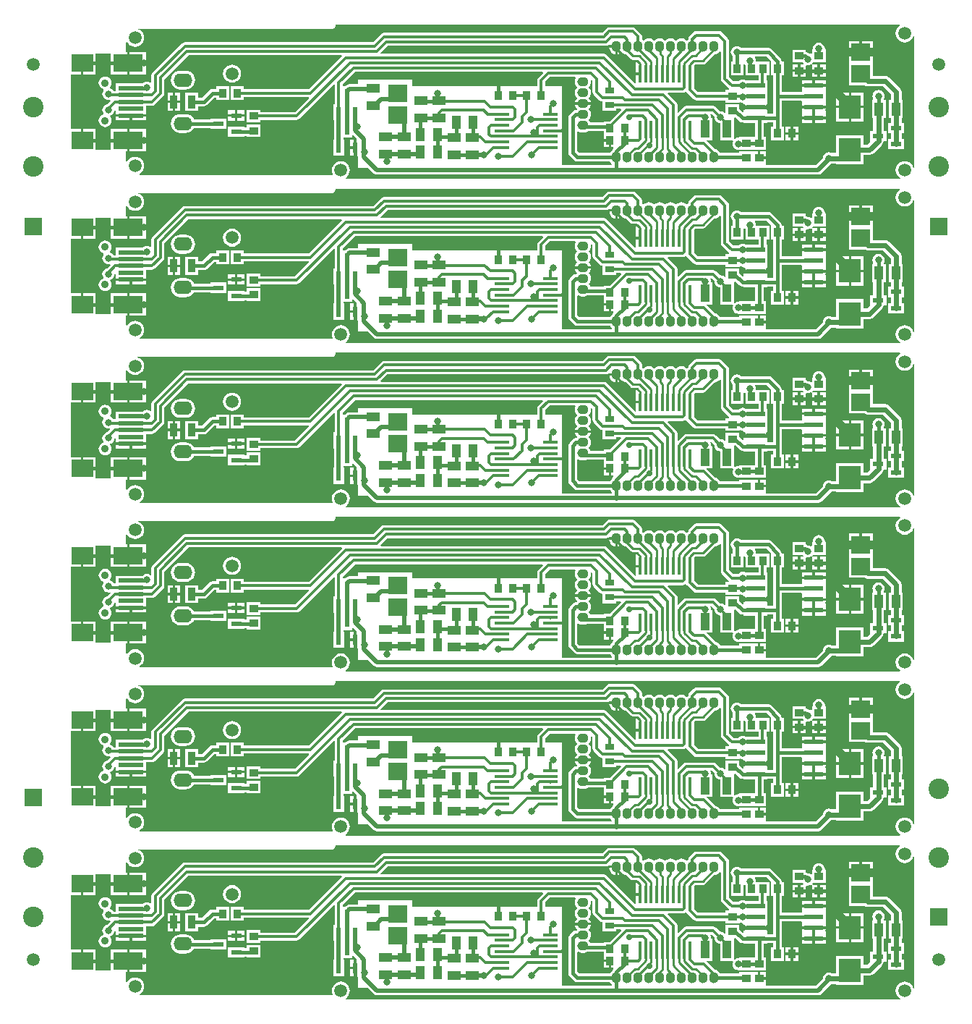
<source format=gtl>
%FSLAX44Y44*%
%MOMM*%
G71*
G01*
G75*
G04 Layer_Physical_Order=1*
G04 Layer_Color=255*
%ADD10R,3.0000X0.5000*%
%ADD11R,2.5000X2.0000*%
%ADD12R,3.5000X2.0000*%
%ADD13R,0.9000X1.0000*%
%ADD14R,1.7000X0.3500*%
%ADD15R,2.2000X0.6000*%
%ADD16R,0.3500X2.1500*%
%ADD17R,0.3500X2.1500*%
%ADD18R,1.0000X2.0000*%
%ADD19R,1.3000X0.6000*%
%ADD20C,1.5000*%
%ADD21R,1.0000X0.9000*%
%ADD22R,1.0000X1.5000*%
%ADD23R,1.5000X1.0000*%
%ADD24R,0.9000X1.5000*%
%ADD25R,2.6000X2.8000*%
%ADD26R,1.0000X0.8000*%
%ADD27R,0.6000X1.3000*%
%ADD28C,0.3000*%
%ADD29C,0.4000*%
%ADD30C,0.5000*%
%ADD31C,0.2500*%
%ADD32C,0.3500*%
%ADD33C,1.0000*%
%ADD34C,0.6000*%
%ADD35C,2.4000*%
%ADD36R,2.0000X2.0000*%
%ADD37C,0.9000*%
%ADD38O,1.1000X1.3000*%
%ADD39O,1.3000X1.1000*%
%ADD40O,2.2000X1.6000*%
%ADD41R,2.2000X2.0000*%
%ADD42C,0.8000*%
%ADD43C,0.7000*%
G36*
X1054739Y183186D02*
X1054705Y183172D01*
X1052511Y181489D01*
X1050828Y179295D01*
X1049770Y176741D01*
X1049409Y174000D01*
X1049770Y171259D01*
X1050828Y168705D01*
X1052511Y166511D01*
X1054705Y164828D01*
X1057259Y163770D01*
X1060000Y163410D01*
X1062741Y163770D01*
X1065295Y164828D01*
X1067489Y166511D01*
X1069172Y168705D01*
X1070186Y171153D01*
X1071431Y170905D01*
Y17095D01*
X1070186Y16847D01*
X1069172Y19295D01*
X1067489Y21489D01*
X1065295Y23172D01*
X1062741Y24230D01*
X1060000Y24591D01*
X1057259Y24230D01*
X1054705Y23172D01*
X1052511Y21489D01*
X1050828Y19295D01*
X1049770Y16741D01*
X1049409Y14000D01*
X1049770Y11259D01*
X1050828Y8705D01*
X1052511Y6511D01*
X1054705Y4828D01*
X1054739Y4814D01*
X1054491Y3569D01*
X405509D01*
X405261Y4814D01*
X405295Y4828D01*
X407489Y6511D01*
X409172Y8705D01*
X410230Y11259D01*
X410591Y14000D01*
X410230Y16741D01*
X409172Y19295D01*
X407489Y21489D01*
X405295Y23172D01*
X402741Y24230D01*
X400000Y24591D01*
X397259Y24230D01*
X394705Y23172D01*
X392511Y21489D01*
X390828Y19295D01*
X389770Y16741D01*
X389409Y14000D01*
X389770Y11259D01*
X390287Y10012D01*
X390109Y9119D01*
X389742Y8569D01*
X164509D01*
X164261Y9814D01*
X164295Y9828D01*
X166489Y11511D01*
X168172Y13705D01*
X169230Y16259D01*
X169591Y19000D01*
X169230Y21741D01*
X168172Y24295D01*
X166489Y26489D01*
X164295Y28172D01*
X161741Y29230D01*
X159000Y29591D01*
X156259Y29230D01*
X153705Y28172D01*
X151511Y26489D01*
X149828Y24295D01*
X149814Y24261D01*
X148569Y24509D01*
Y34000D01*
X148297Y35366D01*
X148636Y36000D01*
X149500D01*
Y47500D01*
X130500D01*
Y37569D01*
X112500D01*
Y47500D01*
X96997D01*
Y48998D01*
X95500D01*
Y62000D01*
X83569D01*
Y126000D01*
X95500D01*
Y139003D01*
X96997D01*
Y140500D01*
X112500D01*
Y150432D01*
X130500D01*
Y140500D01*
X149500D01*
Y152000D01*
X149172D01*
X148366Y152982D01*
X148569Y154000D01*
Y163491D01*
X149814Y163739D01*
X149828Y163705D01*
X151511Y161511D01*
X153705Y159828D01*
X156259Y158770D01*
X159000Y158410D01*
X161741Y158770D01*
X164295Y159828D01*
X166489Y161511D01*
X168172Y163705D01*
X169230Y166259D01*
X169591Y169000D01*
X169230Y171741D01*
X168172Y174295D01*
X166489Y176489D01*
X164295Y178172D01*
X161852Y179184D01*
Y179184D01*
X161852D01*
X161741Y179230D01*
Y179230D01*
X161754Y179431D01*
X390000D01*
X391366Y179703D01*
X392523Y180477D01*
X393297Y181635D01*
X393569Y183000D01*
Y184431D01*
X1054491D01*
X1054739Y183186D01*
D02*
G37*
%LPC*%
G36*
X994499Y86500D02*
X979999D01*
Y71000D01*
X994499D01*
Y86500D01*
D02*
G37*
G36*
X1011999D02*
X997499D01*
Y71000D01*
X1011999D01*
Y86500D01*
D02*
G37*
G36*
X276000Y76500D02*
X268000D01*
Y72000D01*
X276000D01*
Y76500D01*
D02*
G37*
G36*
X305750Y67750D02*
X289750D01*
Y64098D01*
X287000D01*
Y65000D01*
X268000D01*
Y53000D01*
X287000D01*
Y53902D01*
X289750D01*
Y52750D01*
X305750D01*
Y67750D01*
D02*
G37*
G36*
X952000Y73450D02*
X939500D01*
Y68950D01*
X952000D01*
Y73450D01*
D02*
G37*
G36*
X967500D02*
X955000D01*
Y68950D01*
X967500D01*
Y73450D01*
D02*
G37*
G36*
X287000Y76500D02*
X279000D01*
Y72000D01*
X287000D01*
Y76500D01*
D02*
G37*
G36*
X276000Y84000D02*
X268000D01*
Y79500D01*
X276000D01*
Y84000D01*
D02*
G37*
G36*
X287000D02*
X279000D01*
Y79500D01*
X287000D01*
Y84000D01*
D02*
G37*
G36*
X203000Y92500D02*
X197000D01*
Y83500D01*
X203000D01*
Y92500D01*
D02*
G37*
G36*
X152500Y76500D02*
X136000D01*
Y72500D01*
X152500D01*
Y76500D01*
D02*
G37*
G36*
X172000D02*
X155500D01*
Y72500D01*
X172000D01*
Y76500D01*
D02*
G37*
G36*
X967500Y86150D02*
X939500D01*
Y81848D01*
X939500Y81848D01*
X939500D01*
X939500Y81650D01*
Y80950D01*
D01*
D01*
D01*
D01*
X939500D01*
Y76450D01*
X967500D01*
Y80752D01*
X967500Y80752D01*
D01*
D01*
X967500Y80950D01*
Y81087D01*
Y81300D01*
Y81398D01*
Y81650D01*
X967500Y81793D01*
X967500Y81848D01*
X967500Y81848D01*
X967500D01*
Y86150D01*
D02*
G37*
G36*
X218000Y79695D02*
X212000D01*
X209128Y79317D01*
X206453Y78208D01*
X204155Y76445D01*
X202391Y74148D01*
X201283Y71472D01*
X200905Y68600D01*
X201283Y65729D01*
X202391Y63053D01*
X204155Y60755D01*
X206453Y58992D01*
X209128Y57883D01*
X212000Y57505D01*
X218000D01*
X220872Y57883D01*
X223547Y58992D01*
X225845Y60755D01*
X227609Y63053D01*
X227753Y63402D01*
X247000D01*
Y62500D01*
X266000D01*
Y74500D01*
X247000D01*
Y73598D01*
X227836D01*
X227609Y74148D01*
X225845Y76445D01*
X223547Y78208D01*
X220872Y79317D01*
X218000Y79695D01*
D02*
G37*
G36*
X171500Y47500D02*
X152500D01*
Y36000D01*
X171500D01*
Y47500D01*
D02*
G37*
G36*
X1022500Y150200D02*
X994500D01*
Y138700D01*
Y113300D01*
X1013158D01*
X1014209Y112598D01*
X1016550Y112133D01*
X1034716D01*
X1044133Y102716D01*
Y96000D01*
X1041750D01*
Y75000D01*
X1044133D01*
Y69500D01*
X1040500D01*
Y57500D01*
X1044133D01*
Y50500D01*
X1040500D01*
Y38500D01*
X1049409D01*
X1050000Y38383D01*
X1050591Y38500D01*
X1059500D01*
Y50500D01*
X1056368D01*
Y57500D01*
X1059500D01*
Y69500D01*
X1056368D01*
Y75000D01*
X1057750D01*
Y96000D01*
X1056368D01*
Y105250D01*
X1055902Y107591D01*
X1054576Y109576D01*
X1041576Y122576D01*
X1039591Y123902D01*
X1037250Y124368D01*
X1022500D01*
Y138700D01*
Y150200D01*
D02*
G37*
G36*
X415000Y50000D02*
X410500D01*
Y42000D01*
X415000D01*
Y50000D01*
D02*
G37*
G36*
X742000Y180838D02*
X714133D01*
X712377Y180489D01*
X710889Y179494D01*
X705983Y174588D01*
X450250D01*
X448494Y174239D01*
X447006Y173244D01*
X437599Y163838D01*
X217250D01*
X215494Y163489D01*
X214006Y162494D01*
X179506Y127994D01*
X178511Y126506D01*
X178162Y124750D01*
Y116798D01*
X177023Y116237D01*
X176530Y116615D01*
X174827Y117320D01*
X173000Y117561D01*
X171173Y117320D01*
X169470Y116615D01*
X168017Y115500D01*
X136000D01*
Y106588D01*
X133820D01*
X132743Y107993D01*
X131280Y109115D01*
X129577Y109820D01*
X129572Y109821D01*
X129349Y110651D01*
X130551Y112218D01*
X131307Y114042D01*
X131565Y116000D01*
X131307Y117958D01*
X130551Y119782D01*
X129349Y121349D01*
X127782Y122551D01*
X125958Y123307D01*
X124000Y123565D01*
X122042Y123307D01*
X120218Y122551D01*
X118651Y121349D01*
X117449Y119782D01*
X116693Y117958D01*
X116435Y116000D01*
X116693Y114042D01*
X117449Y112218D01*
X118651Y110651D01*
X120218Y109449D01*
X122029Y108699D01*
X122038Y108665D01*
X121783Y106722D01*
X121636Y106530D01*
X120930Y104827D01*
X120690Y103000D01*
X120930Y101173D01*
X121636Y99470D01*
X122758Y98008D01*
X124220Y96886D01*
X125923Y96180D01*
X127750Y95940D01*
X129478Y96167D01*
X130040Y95028D01*
X126393Y91382D01*
X125923Y91320D01*
X124220Y90615D01*
X122758Y89493D01*
X121636Y88030D01*
X120930Y86327D01*
X120690Y84500D01*
X120930Y82673D01*
X121636Y80970D01*
X121862Y80675D01*
X121953Y79983D01*
X121738Y79181D01*
X120218Y78551D01*
X118651Y77349D01*
X117449Y75782D01*
X116693Y73958D01*
X116435Y72000D01*
X116693Y70042D01*
X117449Y68218D01*
X118651Y66651D01*
X120218Y65449D01*
X122042Y64693D01*
X124000Y64435D01*
X125958Y64693D01*
X127782Y65449D01*
X129349Y66651D01*
X130551Y68218D01*
X131307Y70042D01*
X131565Y72000D01*
X131307Y73958D01*
X130551Y75782D01*
X129349Y77349D01*
X129433Y77661D01*
X129577Y77680D01*
X131280Y78386D01*
X132743Y79508D01*
X133864Y80970D01*
X134570Y82673D01*
X134733Y83910D01*
X136000Y83827D01*
Y80500D01*
Y79500D01*
X172000D01*
Y80500D01*
Y88500D01*
Y89412D01*
X179000D01*
X180756Y89761D01*
X182244Y90756D01*
X191994Y100506D01*
X192989Y101994D01*
X193338Y103750D01*
Y120350D01*
X221651Y148662D01*
X400764D01*
X401250Y147489D01*
X362350Y108588D01*
X286000D01*
Y112000D01*
X271000D01*
Y96000D01*
X286000D01*
Y99412D01*
X362264D01*
X362750Y98239D01*
X346350Y81838D01*
X305750D01*
Y84750D01*
X289750D01*
Y69750D01*
X305750D01*
Y72662D01*
X348250D01*
X350006Y73011D01*
X351494Y74006D01*
X391739Y114250D01*
X392912Y113764D01*
Y91250D01*
X391500D01*
Y72250D01*
X391891D01*
Y50000D01*
X391500D01*
Y31000D01*
X403500D01*
Y50000D01*
X403107D01*
Y52000D01*
X413000D01*
Y54907D01*
X414173Y55393D01*
X418393Y51173D01*
X417907Y50001D01*
X418000D01*
Y40498D01*
Y31000D01*
X419102D01*
X420000Y30102D01*
Y17000D01*
X431570D01*
X438285Y10285D01*
X440104Y9069D01*
X442250Y8642D01*
X958500D01*
X960646Y9069D01*
X962465Y10285D01*
X973561Y21381D01*
X974773Y21883D01*
X979999D01*
Y21000D01*
X1011999D01*
Y31883D01*
X1019000D01*
X1021341Y32348D01*
X1023326Y33674D01*
X1032826Y43174D01*
X1033126Y43624D01*
X1033576Y43924D01*
X1034902Y45909D01*
X1035318Y48000D01*
X1038500D01*
Y60000D01*
X1035368D01*
Y75000D01*
X1037750D01*
Y96000D01*
X1035864D01*
X1035303Y97139D01*
X1035365Y97220D01*
X1036070Y98923D01*
X1036310Y100750D01*
X1036070Y102577D01*
X1035365Y104280D01*
X1034242Y105743D01*
X1032780Y106865D01*
X1031077Y107570D01*
X1029250Y107810D01*
X1027423Y107570D01*
X1025720Y106865D01*
X1024258Y105743D01*
X1023136Y104280D01*
X1022430Y102577D01*
X1022190Y100750D01*
X1022430Y98923D01*
X1023136Y97220D01*
X1023197Y97139D01*
X1022636Y96000D01*
X1021750D01*
Y75000D01*
X1023132D01*
Y60000D01*
X1019500D01*
Y48000D01*
X1019500Y48000D01*
X1019500D01*
X1019749Y47400D01*
X1016466Y44118D01*
X1011999D01*
Y55000D01*
X979999D01*
Y34118D01*
X974773D01*
X973077Y34820D01*
X971250Y35061D01*
X969423Y34820D01*
X967720Y34115D01*
X966258Y32993D01*
X965136Y31530D01*
X964430Y29827D01*
X964190Y28000D01*
X964205Y27885D01*
X956177Y19858D01*
X897500D01*
Y21000D01*
X897500D01*
Y27000D01*
X889498D01*
Y28498D01*
X888000D01*
Y36000D01*
X866500D01*
Y34098D01*
X844303D01*
X844225Y34287D01*
X842862Y36062D01*
X841087Y37425D01*
X839019Y38281D01*
X838660Y38328D01*
X828244Y48744D01*
X828322Y49000D01*
X834800D01*
Y75000D01*
X834392D01*
X833554Y75955D01*
X833560Y76000D01*
X833320Y77827D01*
X832615Y79530D01*
X832803Y79912D01*
X834100D01*
X837506Y76505D01*
X837440Y76000D01*
X837680Y74173D01*
X838385Y72470D01*
X839508Y71008D01*
X840970Y69886D01*
X842673Y69180D01*
X844200Y68979D01*
Y49000D01*
X858437D01*
X859143Y47944D01*
X858680Y46827D01*
X858440Y45000D01*
X858680Y43173D01*
X859386Y41470D01*
X860508Y40008D01*
X861970Y38886D01*
X863673Y38180D01*
X865500Y37940D01*
X866429Y38062D01*
X866500Y38000D01*
Y38000D01*
X897500D01*
Y53000D01*
X894598D01*
Y68950D01*
X899500D01*
Y69852D01*
X905902D01*
Y65000D01*
X903500D01*
Y49000D01*
X918500D01*
Y65000D01*
X916098D01*
Y95252D01*
X938602D01*
X939500Y94354D01*
Y94350D01*
Y93650D01*
D01*
D01*
X939500D01*
Y89150D01*
X967500D01*
Y93452D01*
X967500Y93452D01*
D01*
D01*
X967500Y93650D01*
Y93786D01*
Y94000D01*
Y94098D01*
Y94350D01*
X967500Y94493D01*
X967500Y94548D01*
X967500Y94548D01*
X967500D01*
Y106152D01*
X967500Y106152D01*
D01*
D01*
X967500Y106350D01*
Y106487D01*
Y106700D01*
Y106798D01*
Y107050D01*
X967500Y107193D01*
X967500Y107248D01*
X967500Y107248D01*
X967500D01*
Y111550D01*
X939500D01*
Y107248D01*
X939500Y107248D01*
X939500D01*
X939500Y107050D01*
Y106350D01*
X939500D01*
X939500Y105448D01*
X916098D01*
Y125000D01*
X918500D01*
Y141000D01*
X916098D01*
Y141500D01*
X915710Y143451D01*
X914605Y145105D01*
X904105Y155605D01*
X902451Y156710D01*
X900500Y157098D01*
X868355D01*
X867030Y158115D01*
X865327Y158820D01*
X863500Y159060D01*
X861673Y158820D01*
X859970Y158115D01*
X858508Y156993D01*
X857385Y155530D01*
X856680Y153827D01*
X856440Y152000D01*
X856680Y150173D01*
X857385Y148470D01*
X858508Y147008D01*
X858902Y146705D01*
Y141000D01*
X856500D01*
Y125000D01*
X871500D01*
Y137648D01*
X872703Y138057D01*
X873500Y137017D01*
Y125000D01*
X888657D01*
Y119050D01*
X874114D01*
X874030Y119115D01*
X872327Y119820D01*
X870500Y120060D01*
X868673Y119820D01*
X866970Y119115D01*
X865508Y117992D01*
X865393Y117843D01*
X859506D01*
X854343Y123006D01*
Y165000D01*
X853974Y166853D01*
X852925Y168425D01*
X845925Y175425D01*
X844353Y176474D01*
X842500Y176843D01*
X816500D01*
X814647Y176474D01*
X813075Y175425D01*
X808075Y170425D01*
X807026Y168853D01*
X806674Y167088D01*
X805338Y166062D01*
X804762D01*
X802987Y167425D01*
X800919Y168281D01*
X798700Y168573D01*
X796481Y168281D01*
X794413Y167425D01*
X792638Y166062D01*
X792062D01*
X790287Y167425D01*
X788219Y168281D01*
X786000Y168573D01*
X783781Y168281D01*
X781713Y167425D01*
X779938Y166062D01*
X779362D01*
X777587Y167425D01*
X775519Y168281D01*
X773300Y168573D01*
X771081Y168281D01*
X769013Y167425D01*
X767238Y166062D01*
X766662D01*
X764887Y167425D01*
X762819Y168281D01*
X760600Y168573D01*
X758381Y168281D01*
X756313Y167425D01*
X754538Y166062D01*
X753962D01*
X752488Y167194D01*
Y170350D01*
X752139Y172106D01*
X751144Y173594D01*
X745244Y179494D01*
X743756Y180489D01*
X742000Y180838D01*
D02*
G37*
G36*
X897500Y36000D02*
X891000D01*
Y30000D01*
X897500D01*
Y36000D01*
D02*
G37*
G36*
X415000Y39000D02*
X410500D01*
Y31000D01*
X415000D01*
Y39000D01*
D02*
G37*
G36*
X926500Y55500D02*
X920500D01*
Y49000D01*
X926500D01*
Y55500D01*
D02*
G37*
G36*
X171500Y62000D02*
X152500D01*
Y50500D01*
X171500D01*
Y62000D01*
D02*
G37*
G36*
X926500Y65000D02*
X920500D01*
Y58500D01*
X926500D01*
Y65000D01*
D02*
G37*
G36*
X935500D02*
X929500D01*
Y58500D01*
X935500D01*
Y65000D01*
D02*
G37*
G36*
Y55500D02*
X929500D01*
Y49000D01*
X935500D01*
Y55500D01*
D02*
G37*
G36*
X112500Y62000D02*
X98500D01*
Y50500D01*
X112500D01*
Y62000D01*
D02*
G37*
G36*
X149500D02*
X130500D01*
Y50500D01*
X149500D01*
Y62000D01*
D02*
G37*
G36*
X212000Y92500D02*
X206000D01*
Y83500D01*
X212000D01*
Y92500D01*
D02*
G37*
G36*
X967500Y129000D02*
X961000D01*
Y123000D01*
X967500D01*
Y129000D01*
D02*
G37*
G36*
X112500Y137500D02*
X98500D01*
Y126000D01*
X112500D01*
Y137500D01*
D02*
G37*
G36*
X149500D02*
X130500D01*
Y126000D01*
X149500D01*
Y137500D01*
D02*
G37*
G36*
X935000Y129000D02*
X928500D01*
Y123000D01*
X935000D01*
Y129000D01*
D02*
G37*
G36*
X944500D02*
X938000D01*
Y123000D01*
X944500D01*
Y129000D01*
D02*
G37*
G36*
X958000D02*
X951500D01*
Y123000D01*
X958000D01*
Y129000D01*
D02*
G37*
G36*
X171500Y137500D02*
X152500D01*
Y126000D01*
X171500D01*
Y137500D01*
D02*
G37*
G36*
X959500Y163060D02*
X957673Y162820D01*
X955970Y162115D01*
X954508Y160993D01*
X953385Y159530D01*
X952680Y157827D01*
X952440Y156000D01*
X952446Y155955D01*
X951608Y155000D01*
X951500D01*
Y150422D01*
X950361Y149861D01*
X950030Y150114D01*
X948327Y150820D01*
X946672Y151038D01*
X946605Y151105D01*
X944951Y152210D01*
X944500Y152300D01*
Y155000D01*
X928500D01*
Y140000D01*
X940629D01*
X941299Y138922D01*
X940845Y138000D01*
X938000D01*
Y132000D01*
X944500D01*
Y136240D01*
X945455Y137077D01*
X946500Y136940D01*
X948327Y137180D01*
X950030Y137886D01*
X950361Y138139D01*
X950869Y137889D01*
Y137889D01*
X951300Y137676D01*
X951500Y137578D01*
Y132000D01*
X958000D01*
Y138000D01*
X952266D01*
X952186Y138104D01*
D01*
X951956Y138403D01*
D01*
X951767Y138787D01*
D01*
X951593Y139139D01*
X952254Y140000D01*
X967500D01*
Y155000D01*
X967392D01*
X966554Y155955D01*
X966560Y156000D01*
X966320Y157827D01*
X965614Y159530D01*
X964492Y160993D01*
X963030Y162115D01*
X961327Y162820D01*
X959500Y163060D01*
D02*
G37*
G36*
X1007000Y164700D02*
X994500D01*
Y153200D01*
X1007000D01*
Y164700D01*
D02*
G37*
G36*
X1022500D02*
X1010000D01*
Y153200D01*
X1022500D01*
Y164700D01*
D02*
G37*
G36*
X935000Y138000D02*
X928500D01*
Y132000D01*
X935000D01*
Y138000D01*
D02*
G37*
G36*
X967500D02*
X961000D01*
Y132000D01*
X967500D01*
Y138000D01*
D02*
G37*
G36*
X171500Y152000D02*
X152500D01*
Y140500D01*
X171500D01*
Y152000D01*
D02*
G37*
G36*
X218000Y130495D02*
X212000D01*
X209128Y130117D01*
X206453Y129009D01*
X204155Y127245D01*
X202391Y124948D01*
X201283Y122272D01*
X200905Y119400D01*
X201283Y116529D01*
X202391Y113853D01*
X204155Y111555D01*
X206453Y109792D01*
X209128Y108683D01*
X212000Y108305D01*
X218000D01*
X220872Y108683D01*
X223547Y109792D01*
X225845Y111555D01*
X227609Y113853D01*
X228717Y116529D01*
X229095Y119400D01*
X228717Y122272D01*
X227609Y124948D01*
X225845Y127245D01*
X223547Y129009D01*
X220872Y130117D01*
X218000Y130495D01*
D02*
G37*
G36*
X1011999Y105000D02*
X997499D01*
Y89500D01*
X1011999D01*
Y105000D01*
D02*
G37*
G36*
X203000Y104500D02*
X197000D01*
Y95500D01*
X203000D01*
Y104500D01*
D02*
G37*
G36*
X212000D02*
X206000D01*
Y95500D01*
X212000D01*
Y104500D01*
D02*
G37*
G36*
X269000Y112000D02*
X254000D01*
Y109098D01*
X249500D01*
X247873Y108774D01*
X247549Y108710D01*
X245895Y107605D01*
X237388Y99098D01*
X233000D01*
Y104500D01*
X218000D01*
Y83500D01*
X233000D01*
Y88902D01*
X239500D01*
X241451Y89290D01*
X243105Y90395D01*
X251612Y98902D01*
X254000D01*
Y96000D01*
X269000D01*
Y112000D01*
D02*
G37*
G36*
X272500Y137591D02*
X269759Y137230D01*
X267205Y136172D01*
X265011Y134489D01*
X263328Y132295D01*
X262270Y129741D01*
X261909Y127000D01*
X262270Y124259D01*
X263328Y121705D01*
X265011Y119511D01*
X267205Y117828D01*
X269759Y116770D01*
X272500Y116410D01*
X275241Y116770D01*
X277795Y117828D01*
X279989Y119511D01*
X281672Y121705D01*
X282730Y124259D01*
X283091Y127000D01*
X282730Y129741D01*
X281672Y132295D01*
X279989Y134489D01*
X277795Y136172D01*
X275241Y137230D01*
X272500Y137591D01*
D02*
G37*
G36*
X967500Y119050D02*
X955000D01*
Y114550D01*
X967500D01*
Y119050D01*
D02*
G37*
G36*
X994499Y105000D02*
X979999D01*
Y89500D01*
X994499D01*
Y105000D01*
D02*
G37*
G36*
X952000Y119050D02*
X939500D01*
Y114550D01*
X952000D01*
Y119050D01*
D02*
G37*
%LPD*%
G36*
X677963Y59325D02*
X680031Y58469D01*
X682250Y58177D01*
X684250D01*
X686469Y58469D01*
X688537Y59325D01*
X688962Y59652D01*
X707500D01*
Y55000D01*
Y50500D01*
X715003D01*
Y49003D01*
X716500D01*
Y41000D01*
X718631D01*
X719117Y39827D01*
X718895Y39605D01*
X717790Y37951D01*
X717590Y36947D01*
X716438Y36062D01*
X715075Y34287D01*
X714997Y34098D01*
X678862D01*
X676348Y36612D01*
Y59129D01*
X677487Y59691D01*
X677963Y59325D01*
D02*
G37*
G36*
X722503Y159003D02*
X724000D01*
Y149624D01*
X724719Y149719D01*
X726787Y150575D01*
X728562Y151938D01*
X729138D01*
X730913Y150575D01*
X732981Y149719D01*
X733755Y149617D01*
X738936Y144436D01*
X740342Y143497D01*
X742000Y143167D01*
X747205D01*
X748698Y141673D01*
X748212Y140500D01*
X745500D01*
Y128250D01*
X750253D01*
Y125250D01*
X745500D01*
Y115898D01*
X744327Y115412D01*
X710944Y148794D01*
X709456Y149789D01*
X707700Y150138D01*
X447021D01*
X446535Y151312D01*
X454636Y159412D01*
X710368D01*
X712124Y159761D01*
X712719Y160159D01*
X712980Y160125D01*
X713926Y159619D01*
Y160000D01*
X713992Y160500D01*
X722503D01*
Y159003D01*
D02*
G37*
G36*
X636550Y127789D02*
X631255Y122493D01*
X630260Y121005D01*
X629911Y119249D01*
Y112250D01*
X537250D01*
X483250Y112250D01*
Y119750D01*
X420000D01*
Y114858D01*
X410000D01*
X407854Y114431D01*
X406035Y113215D01*
X405069Y112250D01*
X402088D01*
Y114600D01*
X416450Y128962D01*
X636064D01*
X636550Y127789D01*
D02*
G37*
G36*
X866445Y71345D02*
X868099Y70240D01*
X870050Y69852D01*
X871500D01*
Y68950D01*
X884402D01*
Y53000D01*
X866500D01*
Y52892D01*
X865545Y52055D01*
X865500Y52060D01*
X863673Y51820D01*
X861970Y51115D01*
X861339Y50630D01*
X860200Y51192D01*
Y75000D01*
X860200D01*
Y75102D01*
X861098Y76000D01*
X861790D01*
X866445Y71345D01*
D02*
G37*
G36*
X674825Y121837D02*
X673969Y119769D01*
X673677Y117550D01*
X673969Y115331D01*
X674825Y113264D01*
X676188Y111488D01*
Y110912D01*
X674825Y109137D01*
X673969Y107069D01*
X673677Y104850D01*
X673969Y102631D01*
X674825Y100563D01*
X676188Y98788D01*
Y98212D01*
X674825Y96437D01*
X673969Y94369D01*
X673874Y93650D01*
X692626D01*
X692531Y94369D01*
X691675Y96437D01*
X690312Y98212D01*
Y98788D01*
X691675Y100563D01*
X692531Y102631D01*
X692823Y104850D01*
X692531Y107069D01*
X691675Y109137D01*
X690312Y110912D01*
Y111488D01*
X691675Y113264D01*
X692531Y115331D01*
X692823Y117550D01*
X692605Y119205D01*
X693333Y119564D01*
X694412Y118894D01*
Y105750D01*
X694761Y103994D01*
X695756Y102506D01*
X702756Y95506D01*
X704244Y94511D01*
X706000Y94162D01*
X706250D01*
Y83250D01*
X722250D01*
Y85662D01*
X727450D01*
X727936Y84489D01*
X714448Y71000D01*
X707500D01*
Y69848D01*
X692167D01*
X691675Y71037D01*
X690312Y72812D01*
Y73388D01*
X691675Y75163D01*
X692531Y77231D01*
X692823Y79450D01*
X692531Y81669D01*
X691675Y83737D01*
X690312Y85512D01*
Y86088D01*
X691675Y87864D01*
X692531Y89931D01*
X692626Y90650D01*
X673874D01*
X673969Y89931D01*
X674825Y87864D01*
X676188Y86088D01*
Y85512D01*
X675448Y84548D01*
X675200D01*
X673249Y84160D01*
X671595Y83055D01*
X667645Y79105D01*
X666540Y77451D01*
X666152Y75500D01*
Y34500D01*
X666540Y32549D01*
X667645Y30895D01*
X673145Y25395D01*
X674799Y24290D01*
X676750Y23902D01*
X714997D01*
X715075Y23713D01*
X716438Y21938D01*
X717402Y21198D01*
Y19858D01*
X659000D01*
Y112250D01*
X639087D01*
Y117349D01*
X644700Y122962D01*
X674270D01*
X674825Y121837D01*
D02*
G37*
G36*
X903732Y141559D02*
X903500Y141000D01*
X903500D01*
X903500Y141000D01*
Y125000D01*
X905902D01*
Y80048D01*
X899500D01*
X899500Y80950D01*
D01*
Y81650D01*
X899500D01*
Y86150D01*
X871500D01*
Y82369D01*
X870327Y81883D01*
X866500Y85710D01*
Y91000D01*
X850500D01*
Y81655D01*
X849361Y81093D01*
X848030Y82114D01*
X846327Y82820D01*
X844500Y83061D01*
X843995Y82994D01*
X839244Y87744D01*
X837756Y88739D01*
X836000Y89088D01*
X804651D01*
X802895Y88739D01*
X801406Y87744D01*
X795011Y81349D01*
X793838Y81835D01*
Y90250D01*
X793838Y90250D01*
X793838Y90250D01*
Y90250D01*
X793838D01*
X793838Y90250D01*
X793489Y92006D01*
X792494Y93495D01*
X782750Y103239D01*
X783236Y104412D01*
X800500D01*
X802256Y104761D01*
X803430Y105546D01*
X804676Y105298D01*
X805325Y104326D01*
X805325Y104326D01*
X805325Y104325D01*
X812726Y96925D01*
X812725D01*
X812726Y96925D01*
X812726Y96925D01*
Y96925D01*
X814297Y95876D01*
X814604Y95815D01*
X816150Y95507D01*
X816150Y95507D01*
X850500D01*
Y93000D01*
X866500D01*
Y93000D01*
X866970Y93886D01*
Y93885D01*
X866970Y93886D01*
X868673Y93180D01*
X870500Y92940D01*
X870545Y92946D01*
X871500Y92108D01*
Y89150D01*
X899500D01*
Y93650D01*
D01*
Y93650D01*
X899500Y93650D01*
Y94350D01*
X899500D01*
Y106350D01*
D01*
Y106350D01*
X899500Y106350D01*
Y107050D01*
X899500D01*
Y119050D01*
X898343D01*
Y125000D01*
X901500D01*
Y141000D01*
X886392D01*
X885554Y141955D01*
X885560Y142000D01*
X885320Y143827D01*
X884614Y145530D01*
X884436Y145763D01*
X884997Y146902D01*
X898388D01*
X903732Y141559D01*
D02*
G37*
G36*
X844657Y152301D02*
Y121000D01*
X845026Y119147D01*
X846075Y117576D01*
X854075Y109576D01*
X854614Y109215D01*
X854246Y108000D01*
X850500D01*
Y105193D01*
X818156D01*
X813593Y109756D01*
Y126750D01*
X813500Y127218D01*
Y136594D01*
X814573Y137667D01*
X823500D01*
X825158Y137997D01*
X826564Y138936D01*
X837093Y149465D01*
X839019Y149719D01*
X841087Y150575D01*
X842862Y151938D01*
X843454Y152709D01*
X844657Y152301D01*
D02*
G37*
%LPC*%
G36*
X713500Y47500D02*
X707500D01*
Y41000D01*
X713500D01*
Y47500D01*
D02*
G37*
G36*
X721000Y157500D02*
X713992D01*
X714219Y155781D01*
X715075Y153713D01*
X716438Y151938D01*
X718213Y150575D01*
X720281Y149719D01*
X721000Y149624D01*
Y157500D01*
D02*
G37*
%LPD*%
G36*
X1054739Y375186D02*
X1054705Y375172D01*
X1052511Y373489D01*
X1050828Y371295D01*
X1049770Y368741D01*
X1049409Y366000D01*
X1049770Y363259D01*
X1050828Y360705D01*
X1052511Y358511D01*
X1054705Y356828D01*
X1057259Y355770D01*
X1060000Y355410D01*
X1062741Y355770D01*
X1065295Y356828D01*
X1067489Y358511D01*
X1069172Y360705D01*
X1070186Y363153D01*
X1071431Y362905D01*
Y209095D01*
X1070186Y208847D01*
X1069172Y211295D01*
X1067489Y213489D01*
X1065295Y215172D01*
X1062741Y216230D01*
X1060000Y216591D01*
X1057259Y216230D01*
X1054705Y215172D01*
X1052511Y213489D01*
X1050828Y211295D01*
X1049770Y208741D01*
X1049409Y206000D01*
X1049770Y203259D01*
X1050828Y200705D01*
X1052511Y198511D01*
X1054705Y196828D01*
X1054739Y196814D01*
X1054491Y195569D01*
X405509D01*
X405261Y196814D01*
X405295Y196828D01*
X407489Y198511D01*
X409172Y200705D01*
X410230Y203259D01*
X410591Y206000D01*
X410230Y208741D01*
X409172Y211295D01*
X407489Y213489D01*
X405295Y215172D01*
X402741Y216230D01*
X400000Y216591D01*
X397259Y216230D01*
X394705Y215172D01*
X392511Y213489D01*
X390828Y211295D01*
X389770Y208741D01*
X389409Y206000D01*
X389770Y203259D01*
X390287Y202012D01*
X390109Y201119D01*
X389742Y200569D01*
X164509D01*
X164261Y201814D01*
X164295Y201828D01*
X166489Y203511D01*
X168172Y205705D01*
X169230Y208259D01*
X169591Y211000D01*
X169230Y213741D01*
X168172Y216295D01*
X166489Y218489D01*
X164295Y220172D01*
X161741Y221230D01*
X159000Y221591D01*
X156259Y221230D01*
X153705Y220172D01*
X151511Y218489D01*
X149828Y216295D01*
X149814Y216261D01*
X148569Y216509D01*
Y226000D01*
X148297Y227366D01*
X148636Y228000D01*
X149500D01*
Y239500D01*
X130500D01*
Y229569D01*
X112500D01*
Y239500D01*
X96997D01*
Y240998D01*
X95500D01*
Y254000D01*
X83569D01*
Y318000D01*
X95500D01*
Y331003D01*
X96997D01*
Y332500D01*
X112500D01*
Y342431D01*
X130500D01*
Y332500D01*
X149500D01*
Y344000D01*
X149172D01*
X148366Y344982D01*
X148569Y346000D01*
Y355491D01*
X149814Y355739D01*
X149828Y355705D01*
X151511Y353511D01*
X153705Y351828D01*
X156259Y350770D01*
X159000Y350410D01*
X161741Y350770D01*
X164295Y351828D01*
X166489Y353511D01*
X168172Y355705D01*
X169230Y358259D01*
X169591Y361000D01*
X169230Y363741D01*
X168172Y366295D01*
X166489Y368489D01*
X164295Y370172D01*
X161852Y371184D01*
Y371184D01*
X161852D01*
X161741Y371230D01*
Y371230D01*
X161754Y371432D01*
X390000D01*
X391366Y371703D01*
X392523Y372477D01*
X393297Y373634D01*
X393569Y375000D01*
Y376432D01*
X1054491D01*
X1054739Y375186D01*
D02*
G37*
%LPC*%
G36*
X994499Y278500D02*
X979999D01*
Y263000D01*
X994499D01*
Y278500D01*
D02*
G37*
G36*
X1011999D02*
X997499D01*
Y263000D01*
X1011999D01*
Y278500D01*
D02*
G37*
G36*
X276000Y268500D02*
X268000D01*
Y264000D01*
X276000D01*
Y268500D01*
D02*
G37*
G36*
X305750Y259750D02*
X289750D01*
Y256098D01*
X287000D01*
Y257000D01*
X268000D01*
Y245000D01*
X287000D01*
Y245902D01*
X289750D01*
Y244750D01*
X305750D01*
Y259750D01*
D02*
G37*
G36*
X952000Y265450D02*
X939500D01*
Y260950D01*
X952000D01*
Y265450D01*
D02*
G37*
G36*
X967500D02*
X955000D01*
Y260950D01*
X967500D01*
Y265450D01*
D02*
G37*
G36*
X287000Y268500D02*
X279000D01*
Y264000D01*
X287000D01*
Y268500D01*
D02*
G37*
G36*
X276000Y276000D02*
X268000D01*
Y271500D01*
X276000D01*
Y276000D01*
D02*
G37*
G36*
X287000D02*
X279000D01*
Y271500D01*
X287000D01*
Y276000D01*
D02*
G37*
G36*
X203000Y284500D02*
X197000D01*
Y275500D01*
X203000D01*
Y284500D01*
D02*
G37*
G36*
X152500Y268500D02*
X136000D01*
Y264500D01*
X152500D01*
Y268500D01*
D02*
G37*
G36*
X172000D02*
X155500D01*
Y264500D01*
X172000D01*
Y268500D01*
D02*
G37*
G36*
X967500Y278150D02*
X939500D01*
Y273848D01*
X939500Y273848D01*
X939500D01*
X939500Y273650D01*
Y272950D01*
D01*
D01*
D01*
D01*
X939500D01*
Y268450D01*
X967500D01*
Y272752D01*
X967500Y272752D01*
D01*
D01*
X967500Y272950D01*
Y273086D01*
Y273300D01*
Y273398D01*
Y273650D01*
X967500Y273793D01*
X967500Y273848D01*
X967500Y273848D01*
X967500D01*
Y278150D01*
D02*
G37*
G36*
X218000Y271695D02*
X212000D01*
X209128Y271317D01*
X206453Y270208D01*
X204155Y268445D01*
X202391Y266147D01*
X201283Y263472D01*
X200905Y260600D01*
X201283Y257729D01*
X202391Y255053D01*
X204155Y252755D01*
X206453Y250992D01*
X209128Y249883D01*
X212000Y249505D01*
X218000D01*
X220872Y249883D01*
X223547Y250992D01*
X225845Y252755D01*
X227609Y255053D01*
X227753Y255402D01*
X247000D01*
Y254500D01*
X266000D01*
Y266500D01*
X247000D01*
Y265598D01*
X227836D01*
X227609Y266147D01*
X225845Y268445D01*
X223547Y270208D01*
X220872Y271317D01*
X218000Y271695D01*
D02*
G37*
G36*
X171500Y239500D02*
X152500D01*
Y228000D01*
X171500D01*
Y239500D01*
D02*
G37*
G36*
X1022500Y342200D02*
X994500D01*
Y330700D01*
Y305300D01*
X1013158D01*
X1014209Y304598D01*
X1016550Y304133D01*
X1034716D01*
X1044133Y294716D01*
Y288000D01*
X1041750D01*
Y267000D01*
X1044133D01*
Y261500D01*
X1040500D01*
Y249500D01*
X1044133D01*
Y242500D01*
X1040500D01*
Y230500D01*
X1049409D01*
X1050000Y230383D01*
X1050591Y230500D01*
X1059500D01*
Y242500D01*
X1056368D01*
Y249500D01*
X1059500D01*
Y261500D01*
X1056368D01*
Y267000D01*
X1057750D01*
Y288000D01*
X1056368D01*
Y297250D01*
X1055902Y299591D01*
X1054576Y301576D01*
X1041576Y314576D01*
X1039591Y315902D01*
X1037250Y316368D01*
X1022500D01*
Y330700D01*
Y342200D01*
D02*
G37*
G36*
X415000Y242000D02*
X410500D01*
Y234000D01*
X415000D01*
Y242000D01*
D02*
G37*
G36*
X742000Y372838D02*
X714133D01*
X712377Y372489D01*
X710889Y371494D01*
X705983Y366588D01*
X450250D01*
X448494Y366239D01*
X447006Y365244D01*
X437599Y355838D01*
X217250D01*
X215494Y355489D01*
X214006Y354494D01*
X179506Y319994D01*
X178511Y318506D01*
X178162Y316750D01*
Y308798D01*
X177023Y308237D01*
X176530Y308615D01*
X174827Y309320D01*
X173000Y309561D01*
X171173Y309320D01*
X169470Y308615D01*
X168017Y307500D01*
X136000D01*
Y298588D01*
X133820D01*
X132743Y299993D01*
X131280Y301115D01*
X129577Y301820D01*
X129572Y301821D01*
X129349Y302651D01*
X130551Y304218D01*
X131307Y306042D01*
X131565Y308000D01*
X131307Y309958D01*
X130551Y311782D01*
X129349Y313349D01*
X127782Y314551D01*
X125958Y315307D01*
X124000Y315565D01*
X122042Y315307D01*
X120218Y314551D01*
X118651Y313349D01*
X117449Y311782D01*
X116693Y309958D01*
X116435Y308000D01*
X116693Y306042D01*
X117449Y304218D01*
X118651Y302651D01*
X120218Y301449D01*
X122029Y300699D01*
X122038Y300665D01*
X121783Y298722D01*
X121636Y298530D01*
X120930Y296828D01*
X120690Y295000D01*
X120930Y293173D01*
X121636Y291470D01*
X122758Y290008D01*
X124220Y288886D01*
X125923Y288180D01*
X127750Y287940D01*
X129478Y288167D01*
X130040Y287028D01*
X126393Y283382D01*
X125923Y283320D01*
X124220Y282615D01*
X122758Y281493D01*
X121636Y280030D01*
X120930Y278328D01*
X120690Y276500D01*
X120930Y274673D01*
X121636Y272970D01*
X121862Y272675D01*
X121953Y271983D01*
X121738Y271181D01*
X120218Y270551D01*
X118651Y269349D01*
X117449Y267782D01*
X116693Y265958D01*
X116435Y264000D01*
X116693Y262042D01*
X117449Y260218D01*
X118651Y258651D01*
X120218Y257449D01*
X122042Y256693D01*
X124000Y256435D01*
X125958Y256693D01*
X127782Y257449D01*
X129349Y258651D01*
X130551Y260218D01*
X131307Y262042D01*
X131565Y264000D01*
X131307Y265958D01*
X130551Y267782D01*
X129349Y269349D01*
X129433Y269661D01*
X129577Y269680D01*
X131280Y270386D01*
X132743Y271508D01*
X133864Y272970D01*
X134570Y274673D01*
X134733Y275910D01*
X136000Y275827D01*
Y272500D01*
Y271500D01*
X172000D01*
Y272500D01*
Y280500D01*
Y281412D01*
X179000D01*
X180756Y281761D01*
X182244Y282756D01*
X191994Y292506D01*
X192989Y293994D01*
X193338Y295750D01*
Y312350D01*
X221651Y340662D01*
X400764D01*
X401250Y339489D01*
X362350Y300588D01*
X286000D01*
Y304000D01*
X271000D01*
Y288000D01*
X286000D01*
Y291412D01*
X362264D01*
X362750Y290239D01*
X346350Y273838D01*
X305750D01*
Y276750D01*
X289750D01*
Y261750D01*
X305750D01*
Y264662D01*
X348250D01*
X350006Y265011D01*
X351494Y266006D01*
X391739Y306250D01*
X392912Y305764D01*
Y283250D01*
X391500D01*
Y264250D01*
X391891D01*
Y242000D01*
X391500D01*
Y223000D01*
X403500D01*
Y242000D01*
X403107D01*
Y244000D01*
X413000D01*
Y246907D01*
X414173Y247393D01*
X418393Y243173D01*
X417907Y242001D01*
X418000D01*
Y232498D01*
Y223000D01*
X419102D01*
X420000Y222102D01*
Y209000D01*
X431570D01*
X438285Y202285D01*
X440104Y201069D01*
X442250Y200642D01*
X958500D01*
X960646Y201069D01*
X962465Y202285D01*
X973561Y213381D01*
X974773Y213883D01*
X979999D01*
Y213000D01*
X1011999D01*
Y223883D01*
X1019000D01*
X1021341Y224348D01*
X1023326Y225674D01*
X1032826Y235174D01*
X1033126Y235624D01*
X1033576Y235924D01*
X1034902Y237909D01*
X1035318Y240000D01*
X1038500D01*
Y252000D01*
X1035368D01*
Y267000D01*
X1037750D01*
Y288000D01*
X1035864D01*
X1035303Y289139D01*
X1035365Y289220D01*
X1036070Y290923D01*
X1036310Y292750D01*
X1036070Y294578D01*
X1035365Y296280D01*
X1034242Y297743D01*
X1032780Y298865D01*
X1031077Y299570D01*
X1029250Y299811D01*
X1027423Y299570D01*
X1025720Y298865D01*
X1024258Y297743D01*
X1023136Y296280D01*
X1022430Y294578D01*
X1022190Y292750D01*
X1022430Y290923D01*
X1023136Y289220D01*
X1023197Y289139D01*
X1022636Y288000D01*
X1021750D01*
Y267000D01*
X1023132D01*
Y252000D01*
X1019500D01*
Y240000D01*
X1019500Y240000D01*
X1019500D01*
X1019749Y239400D01*
X1016466Y236118D01*
X1011999D01*
Y247000D01*
X979999D01*
Y226118D01*
X974773D01*
X973077Y226820D01*
X971250Y227061D01*
X969423Y226820D01*
X967720Y226115D01*
X966258Y224993D01*
X965136Y223530D01*
X964430Y221828D01*
X964190Y220000D01*
X964205Y219885D01*
X956177Y211858D01*
X897500D01*
Y213000D01*
X897500D01*
Y219000D01*
X889498D01*
Y220498D01*
X888000D01*
Y228000D01*
X866500D01*
Y226098D01*
X844303D01*
X844225Y226287D01*
X842862Y228062D01*
X841087Y229425D01*
X839019Y230281D01*
X838660Y230329D01*
X828244Y240744D01*
X828322Y241000D01*
X834800D01*
Y267000D01*
X834392D01*
X833554Y267955D01*
X833560Y268000D01*
X833320Y269827D01*
X832615Y271530D01*
X832803Y271912D01*
X834100D01*
X837506Y268505D01*
X837440Y268000D01*
X837680Y266173D01*
X838385Y264470D01*
X839508Y263008D01*
X840970Y261886D01*
X842673Y261180D01*
X844200Y260979D01*
Y241000D01*
X858437D01*
X859143Y239944D01*
X858680Y238827D01*
X858440Y237000D01*
X858680Y235173D01*
X859386Y233470D01*
X860508Y232008D01*
X861970Y230886D01*
X863673Y230180D01*
X865500Y229940D01*
X866429Y230062D01*
X866500Y230000D01*
Y230000D01*
X897500D01*
Y245000D01*
X894598D01*
Y260950D01*
X899500D01*
Y261852D01*
X905902D01*
Y257000D01*
X903500D01*
Y241000D01*
X918500D01*
Y257000D01*
X916098D01*
Y287252D01*
X938602D01*
X939500Y286354D01*
Y286350D01*
Y285650D01*
D01*
D01*
X939500D01*
Y281150D01*
X967500D01*
Y285452D01*
X967500Y285452D01*
D01*
D01*
X967500Y285650D01*
Y285786D01*
Y286000D01*
Y286098D01*
Y286350D01*
X967500Y286493D01*
X967500Y286548D01*
X967500Y286548D01*
X967500D01*
Y298152D01*
X967500Y298152D01*
D01*
D01*
X967500Y298350D01*
Y298486D01*
Y298700D01*
Y298798D01*
Y299050D01*
X967500Y299193D01*
X967500Y299248D01*
X967500Y299248D01*
X967500D01*
Y303550D01*
X939500D01*
Y299248D01*
X939500Y299248D01*
X939500D01*
X939500Y299050D01*
Y298350D01*
X939500D01*
X939500Y297448D01*
X916098D01*
Y317000D01*
X918500D01*
Y333000D01*
X916098D01*
Y333500D01*
X915710Y335451D01*
X914605Y337105D01*
X904105Y347605D01*
X902451Y348710D01*
X900500Y349098D01*
X868355D01*
X867030Y350115D01*
X865327Y350820D01*
X863500Y351060D01*
X861673Y350820D01*
X859970Y350115D01*
X858508Y348993D01*
X857385Y347530D01*
X856680Y345827D01*
X856440Y344000D01*
X856680Y342173D01*
X857385Y340470D01*
X858508Y339008D01*
X858902Y338705D01*
Y333000D01*
X856500D01*
Y317000D01*
X871500D01*
Y329648D01*
X872703Y330057D01*
X873500Y329017D01*
Y317000D01*
X888657D01*
Y311050D01*
X874114D01*
X874030Y311115D01*
X872327Y311820D01*
X870500Y312060D01*
X868673Y311820D01*
X866970Y311115D01*
X865508Y309993D01*
X865393Y309843D01*
X859506D01*
X854343Y315006D01*
Y357000D01*
X853974Y358853D01*
X852925Y360425D01*
X845925Y367425D01*
X844353Y368474D01*
X842500Y368843D01*
X816500D01*
X814647Y368474D01*
X813075Y367425D01*
X808075Y362425D01*
X807026Y360853D01*
X806674Y359088D01*
X805338Y358062D01*
X804762D01*
X802987Y359425D01*
X800919Y360281D01*
X798700Y360573D01*
X796481Y360281D01*
X794413Y359425D01*
X792638Y358062D01*
X792062D01*
X790287Y359425D01*
X788219Y360281D01*
X786000Y360573D01*
X783781Y360281D01*
X781713Y359425D01*
X779938Y358062D01*
X779362D01*
X777587Y359425D01*
X775519Y360281D01*
X773300Y360573D01*
X771081Y360281D01*
X769013Y359425D01*
X767238Y358062D01*
X766662D01*
X764887Y359425D01*
X762819Y360281D01*
X760600Y360573D01*
X758381Y360281D01*
X756313Y359425D01*
X754538Y358062D01*
X753962D01*
X752488Y359193D01*
Y362350D01*
X752139Y364106D01*
X751144Y365594D01*
X745244Y371494D01*
X743756Y372489D01*
X742000Y372838D01*
D02*
G37*
G36*
X897500Y228000D02*
X891000D01*
Y222000D01*
X897500D01*
Y228000D01*
D02*
G37*
G36*
X415000Y231000D02*
X410500D01*
Y223000D01*
X415000D01*
Y231000D01*
D02*
G37*
G36*
X926500Y247500D02*
X920500D01*
Y241000D01*
X926500D01*
Y247500D01*
D02*
G37*
G36*
X171500Y254000D02*
X152500D01*
Y242500D01*
X171500D01*
Y254000D01*
D02*
G37*
G36*
X926500Y257000D02*
X920500D01*
Y250500D01*
X926500D01*
Y257000D01*
D02*
G37*
G36*
X935500D02*
X929500D01*
Y250500D01*
X935500D01*
Y257000D01*
D02*
G37*
G36*
Y247500D02*
X929500D01*
Y241000D01*
X935500D01*
Y247500D01*
D02*
G37*
G36*
X112500Y254000D02*
X98500D01*
Y242500D01*
X112500D01*
Y254000D01*
D02*
G37*
G36*
X149500D02*
X130500D01*
Y242500D01*
X149500D01*
Y254000D01*
D02*
G37*
G36*
X212000Y284500D02*
X206000D01*
Y275500D01*
X212000D01*
Y284500D01*
D02*
G37*
G36*
X967500Y321000D02*
X961000D01*
Y315000D01*
X967500D01*
Y321000D01*
D02*
G37*
G36*
X112500Y329500D02*
X98500D01*
Y318000D01*
X112500D01*
Y329500D01*
D02*
G37*
G36*
X149500D02*
X130500D01*
Y318000D01*
X149500D01*
Y329500D01*
D02*
G37*
G36*
X935000Y321000D02*
X928500D01*
Y315000D01*
X935000D01*
Y321000D01*
D02*
G37*
G36*
X944500D02*
X938000D01*
Y315000D01*
X944500D01*
Y321000D01*
D02*
G37*
G36*
X958000D02*
X951500D01*
Y315000D01*
X958000D01*
Y321000D01*
D02*
G37*
G36*
X171500Y329500D02*
X152500D01*
Y318000D01*
X171500D01*
Y329500D01*
D02*
G37*
G36*
X959500Y355061D02*
X957673Y354820D01*
X955970Y354114D01*
X954508Y352993D01*
X953385Y351530D01*
X952680Y349827D01*
X952440Y348000D01*
X952446Y347955D01*
X951608Y347000D01*
X951500D01*
Y342422D01*
X950361Y341861D01*
X950030Y342114D01*
X948327Y342820D01*
X946672Y343038D01*
X946605Y343105D01*
X944951Y344210D01*
X944500Y344300D01*
Y347000D01*
X928500D01*
Y332000D01*
X940629D01*
X941299Y330922D01*
X940845Y330000D01*
X938000D01*
Y324000D01*
X944500D01*
Y328240D01*
X945455Y329077D01*
X946500Y328940D01*
X948327Y329180D01*
X950030Y329886D01*
X950361Y330139D01*
X950869Y329889D01*
Y329889D01*
X951300Y329676D01*
X951500Y329578D01*
Y324000D01*
X958000D01*
Y330000D01*
X952266D01*
X952186Y330104D01*
D01*
X951956Y330403D01*
D01*
X951767Y330787D01*
D01*
X951593Y331139D01*
X952254Y332000D01*
X967500D01*
Y347000D01*
X967392D01*
X966554Y347955D01*
X966560Y348000D01*
X966320Y349827D01*
X965614Y351530D01*
X964492Y352993D01*
X963030Y354114D01*
X961327Y354820D01*
X959500Y355061D01*
D02*
G37*
G36*
X1007000Y356700D02*
X994500D01*
Y345200D01*
X1007000D01*
Y356700D01*
D02*
G37*
G36*
X1022500D02*
X1010000D01*
Y345200D01*
X1022500D01*
Y356700D01*
D02*
G37*
G36*
X935000Y330000D02*
X928500D01*
Y324000D01*
X935000D01*
Y330000D01*
D02*
G37*
G36*
X967500D02*
X961000D01*
Y324000D01*
X967500D01*
Y330000D01*
D02*
G37*
G36*
X171500Y344000D02*
X152500D01*
Y332500D01*
X171500D01*
Y344000D01*
D02*
G37*
G36*
X218000Y322495D02*
X212000D01*
X209128Y322117D01*
X206453Y321008D01*
X204155Y319245D01*
X202391Y316947D01*
X201283Y314272D01*
X200905Y311400D01*
X201283Y308528D01*
X202391Y305853D01*
X204155Y303555D01*
X206453Y301792D01*
X209128Y300683D01*
X212000Y300305D01*
X218000D01*
X220872Y300683D01*
X223547Y301792D01*
X225845Y303555D01*
X227609Y305853D01*
X228717Y308528D01*
X229095Y311400D01*
X228717Y314272D01*
X227609Y316947D01*
X225845Y319245D01*
X223547Y321008D01*
X220872Y322117D01*
X218000Y322495D01*
D02*
G37*
G36*
X1011999Y297000D02*
X997499D01*
Y281500D01*
X1011999D01*
Y297000D01*
D02*
G37*
G36*
X203000Y296500D02*
X197000D01*
Y287500D01*
X203000D01*
Y296500D01*
D02*
G37*
G36*
X212000D02*
X206000D01*
Y287500D01*
X212000D01*
Y296500D01*
D02*
G37*
G36*
X269000Y304000D02*
X254000D01*
Y301098D01*
X249500D01*
X247873Y300774D01*
X247549Y300710D01*
X245895Y299605D01*
X237388Y291098D01*
X233000D01*
Y296500D01*
X218000D01*
Y275500D01*
X233000D01*
Y280902D01*
X239500D01*
X241451Y281290D01*
X243105Y282395D01*
X251612Y290902D01*
X254000D01*
Y288000D01*
X269000D01*
Y304000D01*
D02*
G37*
G36*
X272500Y329591D02*
X269759Y329230D01*
X267205Y328172D01*
X265011Y326489D01*
X263328Y324295D01*
X262270Y321741D01*
X261909Y319000D01*
X262270Y316259D01*
X263328Y313705D01*
X265011Y311511D01*
X267205Y309828D01*
X269759Y308770D01*
X272500Y308410D01*
X275241Y308770D01*
X277795Y309828D01*
X279989Y311511D01*
X281672Y313705D01*
X282730Y316259D01*
X283091Y319000D01*
X282730Y321741D01*
X281672Y324295D01*
X279989Y326489D01*
X277795Y328172D01*
X275241Y329230D01*
X272500Y329591D01*
D02*
G37*
G36*
X967500Y311050D02*
X955000D01*
Y306550D01*
X967500D01*
Y311050D01*
D02*
G37*
G36*
X994499Y297000D02*
X979999D01*
Y281500D01*
X994499D01*
Y297000D01*
D02*
G37*
G36*
X952000Y311050D02*
X939500D01*
Y306550D01*
X952000D01*
Y311050D01*
D02*
G37*
%LPD*%
G36*
X677963Y251325D02*
X680031Y250469D01*
X682250Y250177D01*
X684250D01*
X686469Y250469D01*
X688537Y251325D01*
X688962Y251652D01*
X707500D01*
Y247000D01*
Y242500D01*
X715003D01*
Y241003D01*
X716500D01*
Y233000D01*
X718631D01*
X719117Y231827D01*
X718895Y231605D01*
X717790Y229951D01*
X717590Y228947D01*
X716438Y228062D01*
X715075Y226287D01*
X714997Y226098D01*
X678862D01*
X676348Y228612D01*
Y251129D01*
X677487Y251691D01*
X677963Y251325D01*
D02*
G37*
G36*
X722503Y351003D02*
X724000D01*
Y341624D01*
X724719Y341719D01*
X726787Y342575D01*
X728562Y343938D01*
X729138D01*
X730913Y342575D01*
X732981Y341719D01*
X733755Y341617D01*
X738936Y336436D01*
X740342Y335497D01*
X742000Y335167D01*
X747205D01*
X748698Y333674D01*
X748212Y332500D01*
X745500D01*
Y320250D01*
X750253D01*
Y317250D01*
X745500D01*
Y307898D01*
X744327Y307412D01*
X710944Y340794D01*
X709456Y341789D01*
X707700Y342138D01*
X447021D01*
X446535Y343312D01*
X454636Y351412D01*
X710368D01*
X712124Y351761D01*
X712719Y352159D01*
X712980Y352125D01*
X713926Y351619D01*
Y352000D01*
X713992Y352500D01*
X722503D01*
Y351003D01*
D02*
G37*
G36*
X636550Y319789D02*
X631255Y314493D01*
X630260Y313005D01*
X629911Y311249D01*
Y304250D01*
X537250D01*
X483250Y304250D01*
Y311750D01*
X420000D01*
Y306858D01*
X410000D01*
X407854Y306431D01*
X406035Y305215D01*
X405069Y304250D01*
X402088D01*
Y306600D01*
X416450Y320962D01*
X636064D01*
X636550Y319789D01*
D02*
G37*
G36*
X866445Y263345D02*
X868099Y262240D01*
X870050Y261852D01*
X871500D01*
Y260950D01*
X884402D01*
Y245000D01*
X866500D01*
Y244892D01*
X865545Y244055D01*
X865500Y244060D01*
X863673Y243820D01*
X861970Y243114D01*
X861339Y242631D01*
X860200Y243192D01*
Y267000D01*
X860200D01*
Y267102D01*
X861098Y268000D01*
X861790D01*
X866445Y263345D01*
D02*
G37*
G36*
X674825Y313837D02*
X673969Y311769D01*
X673677Y309550D01*
X673969Y307331D01*
X674825Y305263D01*
X676188Y303488D01*
Y302912D01*
X674825Y301137D01*
X673969Y299069D01*
X673677Y296850D01*
X673969Y294631D01*
X674825Y292563D01*
X676188Y290788D01*
Y290212D01*
X674825Y288437D01*
X673969Y286369D01*
X673874Y285650D01*
X692626D01*
X692531Y286369D01*
X691675Y288437D01*
X690312Y290212D01*
Y290788D01*
X691675Y292563D01*
X692531Y294631D01*
X692823Y296850D01*
X692531Y299069D01*
X691675Y301137D01*
X690312Y302912D01*
Y303488D01*
X691675Y305263D01*
X692531Y307331D01*
X692823Y309550D01*
X692605Y311205D01*
X693333Y311564D01*
X694412Y310894D01*
Y297750D01*
X694761Y295994D01*
X695756Y294506D01*
X702756Y287506D01*
X704244Y286511D01*
X706000Y286162D01*
X706250D01*
Y275250D01*
X722250D01*
Y277662D01*
X727450D01*
X727936Y276489D01*
X714448Y263000D01*
X707500D01*
Y261848D01*
X692167D01*
X691675Y263037D01*
X690312Y264812D01*
Y265388D01*
X691675Y267163D01*
X692531Y269231D01*
X692823Y271450D01*
X692531Y273669D01*
X691675Y275737D01*
X690312Y277512D01*
Y278088D01*
X691675Y279863D01*
X692531Y281931D01*
X692626Y282650D01*
X673874D01*
X673969Y281931D01*
X674825Y279863D01*
X676188Y278088D01*
Y277512D01*
X675448Y276548D01*
X675200D01*
X673249Y276160D01*
X671595Y275055D01*
X667645Y271105D01*
X666540Y269451D01*
X666152Y267500D01*
Y226500D01*
X666540Y224549D01*
X667645Y222895D01*
X673145Y217395D01*
X674799Y216290D01*
X676750Y215902D01*
X714997D01*
X715075Y215713D01*
X716438Y213938D01*
X717402Y213198D01*
Y211858D01*
X659000D01*
Y304250D01*
X639087D01*
Y309349D01*
X644700Y314962D01*
X674270D01*
X674825Y313837D01*
D02*
G37*
G36*
X903732Y333559D02*
X903500Y333000D01*
X903500D01*
X903500Y333000D01*
Y317000D01*
X905902D01*
Y272048D01*
X899500D01*
X899500Y272950D01*
D01*
Y273650D01*
X899500D01*
Y278150D01*
X871500D01*
Y274369D01*
X870327Y273883D01*
X866500Y277710D01*
Y283000D01*
X850500D01*
Y273655D01*
X849361Y273093D01*
X848030Y274114D01*
X846327Y274820D01*
X844500Y275061D01*
X843995Y274994D01*
X839244Y279744D01*
X837756Y280739D01*
X836000Y281088D01*
X804651D01*
X802895Y280739D01*
X801406Y279744D01*
X795011Y273349D01*
X793838Y273835D01*
Y282250D01*
X793838Y282250D01*
X793838Y282250D01*
Y282250D01*
X793838D01*
X793838Y282250D01*
X793489Y284006D01*
X792494Y285494D01*
X782750Y295239D01*
X783236Y296412D01*
X800500D01*
X802256Y296761D01*
X803430Y297546D01*
X804676Y297298D01*
X805325Y296325D01*
X805325Y296325D01*
X805325Y296325D01*
X812726Y288925D01*
X812725Y288925D01*
X812726Y288925D01*
X812726Y288925D01*
Y288925D01*
X814297Y287876D01*
X814604Y287815D01*
X816150Y287507D01*
X816150Y287507D01*
X850500D01*
Y285000D01*
X866500D01*
Y285000D01*
X866970Y285886D01*
Y285886D01*
X866970Y285886D01*
X868673Y285180D01*
X870500Y284940D01*
X870545Y284946D01*
X871500Y284108D01*
Y281150D01*
X899500D01*
Y285650D01*
D01*
Y285650D01*
X899500Y285650D01*
Y286350D01*
X899500D01*
Y298350D01*
D01*
Y298350D01*
X899500Y298350D01*
Y299050D01*
X899500D01*
Y311050D01*
X898343D01*
Y317000D01*
X901500D01*
Y333000D01*
X886392D01*
X885554Y333955D01*
X885560Y334000D01*
X885320Y335827D01*
X884614Y337530D01*
X884436Y337763D01*
X884997Y338902D01*
X898388D01*
X903732Y333559D01*
D02*
G37*
G36*
X844657Y344301D02*
Y313000D01*
X845026Y311147D01*
X846075Y309576D01*
X854075Y301576D01*
X854614Y301215D01*
X854246Y300000D01*
X850500D01*
Y297193D01*
X818156D01*
X813593Y301756D01*
Y318750D01*
X813500Y319218D01*
Y328594D01*
X814573Y329667D01*
X823500D01*
X825158Y329997D01*
X826564Y330936D01*
X837093Y341465D01*
X839019Y341719D01*
X841087Y342575D01*
X842862Y343938D01*
X843454Y344709D01*
X844657Y344301D01*
D02*
G37*
%LPC*%
G36*
X713500Y239500D02*
X707500D01*
Y233000D01*
X713500D01*
Y239500D01*
D02*
G37*
G36*
X721000Y349500D02*
X713992D01*
X714219Y347781D01*
X715075Y345713D01*
X716438Y343938D01*
X718213Y342575D01*
X720281Y341719D01*
X721000Y341624D01*
Y349500D01*
D02*
G37*
%LPD*%
G36*
X1054739Y567186D02*
X1054705Y567172D01*
X1052511Y565489D01*
X1050828Y563295D01*
X1049770Y560741D01*
X1049409Y558000D01*
X1049770Y555259D01*
X1050828Y552705D01*
X1052511Y550511D01*
X1054705Y548828D01*
X1057259Y547770D01*
X1060000Y547410D01*
X1062741Y547770D01*
X1065295Y548828D01*
X1067489Y550511D01*
X1069172Y552705D01*
X1070186Y555153D01*
X1071431Y554905D01*
Y401095D01*
X1070186Y400847D01*
X1069172Y403295D01*
X1067489Y405489D01*
X1065295Y407172D01*
X1062741Y408230D01*
X1060000Y408591D01*
X1057259Y408230D01*
X1054705Y407172D01*
X1052511Y405489D01*
X1050828Y403295D01*
X1049770Y400741D01*
X1049409Y398000D01*
X1049770Y395259D01*
X1050828Y392705D01*
X1052511Y390511D01*
X1054705Y388828D01*
X1054739Y388814D01*
X1054491Y387569D01*
X405509D01*
X405261Y388814D01*
X405295Y388828D01*
X407489Y390511D01*
X409172Y392705D01*
X410230Y395259D01*
X410591Y398000D01*
X410230Y400741D01*
X409172Y403295D01*
X407489Y405489D01*
X405295Y407172D01*
X402741Y408230D01*
X400000Y408591D01*
X397259Y408230D01*
X394705Y407172D01*
X392511Y405489D01*
X390828Y403295D01*
X389770Y400741D01*
X389409Y398000D01*
X389770Y395259D01*
X390287Y394012D01*
X390109Y393119D01*
X389742Y392569D01*
X164509D01*
X164261Y393814D01*
X164295Y393828D01*
X166489Y395511D01*
X168172Y397705D01*
X169230Y400259D01*
X169591Y403000D01*
X169230Y405741D01*
X168172Y408295D01*
X166489Y410489D01*
X164295Y412172D01*
X161741Y413230D01*
X159000Y413591D01*
X156259Y413230D01*
X153705Y412172D01*
X151511Y410489D01*
X149828Y408295D01*
X149814Y408261D01*
X148569Y408509D01*
Y418000D01*
X148297Y419366D01*
X148636Y420000D01*
X149500D01*
Y431500D01*
X130500D01*
Y421569D01*
X112500D01*
Y431500D01*
X96997D01*
Y432998D01*
X95500D01*
Y446000D01*
X83569D01*
Y510000D01*
X95500D01*
Y523003D01*
X96997D01*
Y524500D01*
X112500D01*
Y534431D01*
X130500D01*
Y524500D01*
X149500D01*
Y536000D01*
X149172D01*
X148366Y536982D01*
X148569Y538000D01*
Y547491D01*
X149814Y547739D01*
X149828Y547705D01*
X151511Y545511D01*
X153705Y543828D01*
X156259Y542770D01*
X159000Y542410D01*
X161741Y542770D01*
X164295Y543828D01*
X166489Y545511D01*
X168172Y547705D01*
X169230Y550259D01*
X169591Y553000D01*
X169230Y555741D01*
X168172Y558295D01*
X166489Y560489D01*
X164295Y562172D01*
X161852Y563184D01*
Y563184D01*
X161852D01*
X161741Y563230D01*
Y563230D01*
X161754Y563432D01*
X390000D01*
X391366Y563703D01*
X392523Y564477D01*
X393297Y565634D01*
X393569Y567000D01*
Y568432D01*
X1054491D01*
X1054739Y567186D01*
D02*
G37*
%LPC*%
G36*
X994499Y470500D02*
X979999D01*
Y455000D01*
X994499D01*
Y470500D01*
D02*
G37*
G36*
X1011999D02*
X997499D01*
Y455000D01*
X1011999D01*
Y470500D01*
D02*
G37*
G36*
X276000Y460500D02*
X268000D01*
Y456000D01*
X276000D01*
Y460500D01*
D02*
G37*
G36*
X305750Y451750D02*
X289750D01*
Y448098D01*
X287000D01*
Y449000D01*
X268000D01*
Y437000D01*
X287000D01*
Y437902D01*
X289750D01*
Y436750D01*
X305750D01*
Y451750D01*
D02*
G37*
G36*
X952000Y457450D02*
X939500D01*
Y452950D01*
X952000D01*
Y457450D01*
D02*
G37*
G36*
X967500D02*
X955000D01*
Y452950D01*
X967500D01*
Y457450D01*
D02*
G37*
G36*
X287000Y460500D02*
X279000D01*
Y456000D01*
X287000D01*
Y460500D01*
D02*
G37*
G36*
X276000Y468000D02*
X268000D01*
Y463500D01*
X276000D01*
Y468000D01*
D02*
G37*
G36*
X287000D02*
X279000D01*
Y463500D01*
X287000D01*
Y468000D01*
D02*
G37*
G36*
X203000Y476500D02*
X197000D01*
Y467500D01*
X203000D01*
Y476500D01*
D02*
G37*
G36*
X152500Y460500D02*
X136000D01*
Y456500D01*
X152500D01*
Y460500D01*
D02*
G37*
G36*
X172000D02*
X155500D01*
Y456500D01*
X172000D01*
Y460500D01*
D02*
G37*
G36*
X967500Y470150D02*
X939500D01*
Y465848D01*
X939500Y465848D01*
X939500D01*
X939500Y465650D01*
Y464950D01*
D01*
D01*
D01*
D01*
X939500D01*
Y460450D01*
X967500D01*
Y464752D01*
X967500Y464752D01*
D01*
D01*
X967500Y464950D01*
Y465087D01*
Y465300D01*
Y465398D01*
Y465650D01*
X967500Y465793D01*
X967500Y465848D01*
X967500Y465848D01*
X967500D01*
Y470150D01*
D02*
G37*
G36*
X218000Y463695D02*
X212000D01*
X209128Y463317D01*
X206453Y462209D01*
X204155Y460445D01*
X202391Y458148D01*
X201283Y455472D01*
X200905Y452600D01*
X201283Y449729D01*
X202391Y447053D01*
X204155Y444755D01*
X206453Y442992D01*
X209128Y441883D01*
X212000Y441505D01*
X218000D01*
X220872Y441883D01*
X223547Y442992D01*
X225845Y444755D01*
X227609Y447053D01*
X227753Y447402D01*
X247000D01*
Y446500D01*
X266000D01*
Y458500D01*
X247000D01*
Y457598D01*
X227836D01*
X227609Y458148D01*
X225845Y460445D01*
X223547Y462209D01*
X220872Y463317D01*
X218000Y463695D01*
D02*
G37*
G36*
X171500Y431500D02*
X152500D01*
Y420000D01*
X171500D01*
Y431500D01*
D02*
G37*
G36*
X1022500Y534200D02*
X994500D01*
Y522700D01*
Y497300D01*
X1013158D01*
X1014209Y496598D01*
X1016550Y496133D01*
X1034716D01*
X1044133Y486716D01*
Y480000D01*
X1041750D01*
Y459000D01*
X1044133D01*
Y453500D01*
X1040500D01*
Y441500D01*
X1044133D01*
Y434500D01*
X1040500D01*
Y422500D01*
X1049409D01*
X1050000Y422383D01*
X1050591Y422500D01*
X1059500D01*
Y434500D01*
X1056368D01*
Y441500D01*
X1059500D01*
Y453500D01*
X1056368D01*
Y459000D01*
X1057750D01*
Y480000D01*
X1056368D01*
Y489250D01*
X1055902Y491591D01*
X1054576Y493576D01*
X1041576Y506576D01*
X1039591Y507902D01*
X1037250Y508368D01*
X1022500D01*
Y522700D01*
Y534200D01*
D02*
G37*
G36*
X415000Y434000D02*
X410500D01*
Y426000D01*
X415000D01*
Y434000D01*
D02*
G37*
G36*
X742000Y564838D02*
X714133D01*
X712377Y564489D01*
X710889Y563494D01*
X705983Y558588D01*
X450250D01*
X448494Y558239D01*
X447006Y557244D01*
X437599Y547838D01*
X217250D01*
X215494Y547489D01*
X214006Y546494D01*
X179506Y511994D01*
X178511Y510506D01*
X178162Y508750D01*
Y500798D01*
X177023Y500237D01*
X176530Y500615D01*
X174827Y501320D01*
X173000Y501561D01*
X171173Y501320D01*
X169470Y500615D01*
X168017Y499500D01*
X136000D01*
Y490588D01*
X133820D01*
X132743Y491993D01*
X131280Y493115D01*
X129577Y493820D01*
X129572Y493821D01*
X129349Y494651D01*
X130551Y496218D01*
X131307Y498042D01*
X131565Y500000D01*
X131307Y501958D01*
X130551Y503783D01*
X129349Y505349D01*
X127782Y506551D01*
X125958Y507307D01*
X124000Y507565D01*
X122042Y507307D01*
X120218Y506551D01*
X118651Y505349D01*
X117449Y503783D01*
X116693Y501958D01*
X116435Y500000D01*
X116693Y498042D01*
X117449Y496218D01*
X118651Y494651D01*
X120218Y493449D01*
X122029Y492699D01*
X122038Y492664D01*
X121783Y490722D01*
X121636Y490530D01*
X120930Y488828D01*
X120690Y487000D01*
X120930Y485173D01*
X121636Y483470D01*
X122758Y482008D01*
X124220Y480886D01*
X125923Y480180D01*
X127750Y479940D01*
X129478Y480167D01*
X130040Y479028D01*
X126393Y475382D01*
X125923Y475320D01*
X124220Y474615D01*
X122758Y473493D01*
X121636Y472030D01*
X120930Y470327D01*
X120690Y468500D01*
X120930Y466673D01*
X121636Y464970D01*
X121862Y464675D01*
X121953Y463983D01*
X121738Y463181D01*
X120218Y462551D01*
X118651Y461349D01*
X117449Y459782D01*
X116693Y457958D01*
X116435Y456000D01*
X116693Y454042D01*
X117449Y452218D01*
X118651Y450651D01*
X120218Y449449D01*
X122042Y448693D01*
X124000Y448435D01*
X125958Y448693D01*
X127782Y449449D01*
X129349Y450651D01*
X130551Y452218D01*
X131307Y454042D01*
X131565Y456000D01*
X131307Y457958D01*
X130551Y459782D01*
X129349Y461349D01*
X129433Y461661D01*
X129577Y461680D01*
X131280Y462386D01*
X132743Y463508D01*
X133864Y464970D01*
X134570Y466673D01*
X134733Y467910D01*
X136000Y467827D01*
Y464500D01*
Y463500D01*
X172000D01*
Y464500D01*
Y472500D01*
Y473412D01*
X179000D01*
X180756Y473761D01*
X182244Y474756D01*
X191994Y484506D01*
X192989Y485994D01*
X193338Y487750D01*
Y504350D01*
X221651Y532662D01*
X400764D01*
X401250Y531489D01*
X362350Y492588D01*
X286000D01*
Y496000D01*
X271000D01*
Y480000D01*
X286000D01*
Y483412D01*
X362264D01*
X362750Y482239D01*
X346350Y465838D01*
X305750D01*
Y468750D01*
X289750D01*
Y453750D01*
X305750D01*
Y456662D01*
X348250D01*
X350006Y457011D01*
X351494Y458006D01*
X391739Y498250D01*
X392912Y497764D01*
Y475250D01*
X391500D01*
Y456250D01*
X391891D01*
Y434000D01*
X391500D01*
Y415000D01*
X403500D01*
Y434000D01*
X403107D01*
Y436000D01*
X413000D01*
Y438907D01*
X414173Y439393D01*
X418393Y435173D01*
X417907Y434001D01*
X418000D01*
Y424498D01*
Y415000D01*
X419102D01*
X420000Y414102D01*
Y401000D01*
X431570D01*
X438285Y394285D01*
X440104Y393069D01*
X442250Y392642D01*
X958500D01*
X960646Y393069D01*
X962465Y394285D01*
X973561Y405381D01*
X974773Y405883D01*
X979999D01*
Y405000D01*
X1011999D01*
Y415882D01*
X1019000D01*
X1021341Y416348D01*
X1023326Y417674D01*
X1032826Y427174D01*
X1033126Y427624D01*
X1033576Y427924D01*
X1034902Y429909D01*
X1035318Y432000D01*
X1038500D01*
Y444000D01*
X1035368D01*
Y459000D01*
X1037750D01*
Y480000D01*
X1035864D01*
X1035303Y481139D01*
X1035365Y481220D01*
X1036070Y482923D01*
X1036310Y484750D01*
X1036070Y486577D01*
X1035365Y488280D01*
X1034242Y489743D01*
X1032780Y490865D01*
X1031077Y491570D01*
X1029250Y491810D01*
X1027423Y491570D01*
X1025720Y490865D01*
X1024258Y489743D01*
X1023136Y488280D01*
X1022430Y486577D01*
X1022190Y484750D01*
X1022430Y482923D01*
X1023136Y481220D01*
X1023197Y481139D01*
X1022636Y480000D01*
X1021750D01*
Y459000D01*
X1023132D01*
Y444000D01*
X1019500D01*
Y432000D01*
X1019500Y432000D01*
X1019500D01*
X1019749Y431400D01*
X1016466Y428118D01*
X1011999D01*
Y439000D01*
X979999D01*
Y418118D01*
X974773D01*
X973077Y418820D01*
X971250Y419061D01*
X969423Y418820D01*
X967720Y418115D01*
X966258Y416993D01*
X965136Y415530D01*
X964430Y413828D01*
X964190Y412000D01*
X964205Y411885D01*
X956177Y403858D01*
X897500D01*
Y405000D01*
X897500D01*
Y411000D01*
X889498D01*
Y412497D01*
X888000D01*
Y420000D01*
X866500D01*
Y418098D01*
X844303D01*
X844225Y418287D01*
X842862Y420062D01*
X841087Y421425D01*
X839019Y422281D01*
X838660Y422328D01*
X828244Y432744D01*
X828322Y433000D01*
X834800D01*
Y459000D01*
X834392D01*
X833554Y459955D01*
X833560Y460000D01*
X833320Y461827D01*
X832615Y463530D01*
X832803Y463912D01*
X834100D01*
X837506Y460505D01*
X837440Y460000D01*
X837680Y458173D01*
X838385Y456470D01*
X839508Y455008D01*
X840970Y453886D01*
X842673Y453180D01*
X844200Y452979D01*
Y433000D01*
X858437D01*
X859143Y431944D01*
X858680Y430827D01*
X858440Y429000D01*
X858680Y427173D01*
X859386Y425470D01*
X860508Y424008D01*
X861970Y422886D01*
X863673Y422180D01*
X865500Y421940D01*
X866429Y422062D01*
X866500Y422000D01*
Y422000D01*
X897500D01*
Y437000D01*
X894598D01*
Y452950D01*
X899500D01*
Y453852D01*
X905902D01*
Y449000D01*
X903500D01*
Y433000D01*
X918500D01*
Y449000D01*
X916098D01*
Y479252D01*
X938602D01*
X939500Y478354D01*
Y478350D01*
Y477650D01*
D01*
D01*
X939500D01*
Y473150D01*
X967500D01*
Y477452D01*
X967500Y477452D01*
D01*
D01*
X967500Y477650D01*
Y477786D01*
Y478000D01*
Y478098D01*
Y478350D01*
X967500Y478493D01*
X967500Y478548D01*
X967500Y478548D01*
X967500D01*
Y490152D01*
X967500Y490152D01*
D01*
D01*
X967500Y490350D01*
Y490486D01*
Y490700D01*
Y490798D01*
Y491050D01*
X967500Y491193D01*
X967500Y491248D01*
X967500Y491248D01*
X967500D01*
Y495550D01*
X939500D01*
Y491248D01*
X939500Y491248D01*
X939500D01*
X939500Y491050D01*
Y490350D01*
X939500D01*
X939500Y489448D01*
X916098D01*
Y509000D01*
X918500D01*
Y525000D01*
X916098D01*
Y525500D01*
X915710Y527451D01*
X914605Y529105D01*
X904105Y539605D01*
X902451Y540710D01*
X900500Y541098D01*
X868355D01*
X867030Y542114D01*
X865327Y542820D01*
X863500Y543060D01*
X861673Y542820D01*
X859970Y542114D01*
X858508Y540993D01*
X857385Y539530D01*
X856680Y537827D01*
X856440Y536000D01*
X856680Y534173D01*
X857385Y532470D01*
X858508Y531008D01*
X858902Y530705D01*
Y525000D01*
X856500D01*
Y509000D01*
X871500D01*
Y521648D01*
X872703Y522057D01*
X873500Y521017D01*
Y509000D01*
X888657D01*
Y503050D01*
X874114D01*
X874030Y503115D01*
X872327Y503820D01*
X870500Y504060D01*
X868673Y503820D01*
X866970Y503115D01*
X865508Y501992D01*
X865393Y501843D01*
X859506D01*
X854343Y507006D01*
Y549000D01*
X853974Y550853D01*
X852925Y552425D01*
X845925Y559425D01*
X844353Y560474D01*
X842500Y560843D01*
X816500D01*
X814647Y560474D01*
X813075Y559425D01*
X808075Y554425D01*
X807026Y552853D01*
X806674Y551088D01*
X805338Y550062D01*
X804762D01*
X802987Y551425D01*
X800919Y552281D01*
X798700Y552573D01*
X796481Y552281D01*
X794413Y551425D01*
X792638Y550062D01*
X792062D01*
X790287Y551425D01*
X788219Y552281D01*
X786000Y552573D01*
X783781Y552281D01*
X781713Y551425D01*
X779938Y550062D01*
X779362D01*
X777587Y551425D01*
X775519Y552281D01*
X773300Y552573D01*
X771081Y552281D01*
X769013Y551425D01*
X767238Y550062D01*
X766662D01*
X764887Y551425D01*
X762819Y552281D01*
X760600Y552573D01*
X758381Y552281D01*
X756313Y551425D01*
X754538Y550062D01*
X753962D01*
X752488Y551194D01*
Y554350D01*
X752139Y556106D01*
X751144Y557594D01*
X745244Y563494D01*
X743756Y564489D01*
X742000Y564838D01*
D02*
G37*
G36*
X897500Y420000D02*
X891000D01*
Y414000D01*
X897500D01*
Y420000D01*
D02*
G37*
G36*
X415000Y423000D02*
X410500D01*
Y415000D01*
X415000D01*
Y423000D01*
D02*
G37*
G36*
X926500Y439500D02*
X920500D01*
Y433000D01*
X926500D01*
Y439500D01*
D02*
G37*
G36*
X171500Y446000D02*
X152500D01*
Y434500D01*
X171500D01*
Y446000D01*
D02*
G37*
G36*
X926500Y449000D02*
X920500D01*
Y442500D01*
X926500D01*
Y449000D01*
D02*
G37*
G36*
X935500D02*
X929500D01*
Y442500D01*
X935500D01*
Y449000D01*
D02*
G37*
G36*
Y439500D02*
X929500D01*
Y433000D01*
X935500D01*
Y439500D01*
D02*
G37*
G36*
X112500Y446000D02*
X98500D01*
Y434500D01*
X112500D01*
Y446000D01*
D02*
G37*
G36*
X149500D02*
X130500D01*
Y434500D01*
X149500D01*
Y446000D01*
D02*
G37*
G36*
X212000Y476500D02*
X206000D01*
Y467500D01*
X212000D01*
Y476500D01*
D02*
G37*
G36*
X967500Y513000D02*
X961000D01*
Y507000D01*
X967500D01*
Y513000D01*
D02*
G37*
G36*
X112500Y521500D02*
X98500D01*
Y510000D01*
X112500D01*
Y521500D01*
D02*
G37*
G36*
X149500D02*
X130500D01*
Y510000D01*
X149500D01*
Y521500D01*
D02*
G37*
G36*
X935000Y513000D02*
X928500D01*
Y507000D01*
X935000D01*
Y513000D01*
D02*
G37*
G36*
X944500D02*
X938000D01*
Y507000D01*
X944500D01*
Y513000D01*
D02*
G37*
G36*
X958000D02*
X951500D01*
Y507000D01*
X958000D01*
Y513000D01*
D02*
G37*
G36*
X171500Y521500D02*
X152500D01*
Y510000D01*
X171500D01*
Y521500D01*
D02*
G37*
G36*
X959500Y547061D02*
X957673Y546820D01*
X955970Y546115D01*
X954508Y544992D01*
X953385Y543530D01*
X952680Y541827D01*
X952440Y540000D01*
X952446Y539955D01*
X951608Y539000D01*
X951500D01*
Y534422D01*
X950361Y533861D01*
X950030Y534114D01*
X948327Y534820D01*
X946672Y535038D01*
X946605Y535105D01*
X944951Y536210D01*
X944500Y536300D01*
Y539000D01*
X928500D01*
Y524000D01*
X940629D01*
X941299Y522922D01*
X940845Y522000D01*
X938000D01*
Y516000D01*
X944500D01*
Y520240D01*
X945455Y521077D01*
X946500Y520940D01*
X948327Y521180D01*
X950030Y521886D01*
X950361Y522139D01*
X950869Y521889D01*
Y521889D01*
X951300Y521676D01*
X951500Y521578D01*
Y516000D01*
X958000D01*
Y522000D01*
X952266D01*
X952186Y522104D01*
D01*
X951956Y522403D01*
D01*
X951767Y522787D01*
D01*
X951593Y523139D01*
X952254Y524000D01*
X967500D01*
Y539000D01*
X967392D01*
X966554Y539955D01*
X966560Y540000D01*
X966320Y541827D01*
X965614Y543530D01*
X964492Y544992D01*
X963030Y546115D01*
X961327Y546820D01*
X959500Y547061D01*
D02*
G37*
G36*
X1007000Y548700D02*
X994500D01*
Y537200D01*
X1007000D01*
Y548700D01*
D02*
G37*
G36*
X1022500D02*
X1010000D01*
Y537200D01*
X1022500D01*
Y548700D01*
D02*
G37*
G36*
X935000Y522000D02*
X928500D01*
Y516000D01*
X935000D01*
Y522000D01*
D02*
G37*
G36*
X967500D02*
X961000D01*
Y516000D01*
X967500D01*
Y522000D01*
D02*
G37*
G36*
X171500Y536000D02*
X152500D01*
Y524500D01*
X171500D01*
Y536000D01*
D02*
G37*
G36*
X218000Y514495D02*
X212000D01*
X209128Y514117D01*
X206453Y513008D01*
X204155Y511245D01*
X202391Y508947D01*
X201283Y506272D01*
X200905Y503400D01*
X201283Y500528D01*
X202391Y497853D01*
X204155Y495555D01*
X206453Y493792D01*
X209128Y492683D01*
X212000Y492305D01*
X218000D01*
X220872Y492683D01*
X223547Y493792D01*
X225845Y495555D01*
X227609Y497853D01*
X228717Y500528D01*
X229095Y503400D01*
X228717Y506272D01*
X227609Y508947D01*
X225845Y511245D01*
X223547Y513008D01*
X220872Y514117D01*
X218000Y514495D01*
D02*
G37*
G36*
X1011999Y489000D02*
X997499D01*
Y473500D01*
X1011999D01*
Y489000D01*
D02*
G37*
G36*
X203000Y488500D02*
X197000D01*
Y479500D01*
X203000D01*
Y488500D01*
D02*
G37*
G36*
X212000D02*
X206000D01*
Y479500D01*
X212000D01*
Y488500D01*
D02*
G37*
G36*
X269000Y496000D02*
X254000D01*
Y493098D01*
X249500D01*
X247873Y492774D01*
X247549Y492710D01*
X245895Y491605D01*
X237388Y483098D01*
X233000D01*
Y488500D01*
X218000D01*
Y467500D01*
X233000D01*
Y472902D01*
X239500D01*
X241451Y473290D01*
X243105Y474395D01*
X251612Y482902D01*
X254000D01*
Y480000D01*
X269000D01*
Y496000D01*
D02*
G37*
G36*
X272500Y521591D02*
X269759Y521230D01*
X267205Y520172D01*
X265011Y518489D01*
X263328Y516295D01*
X262270Y513741D01*
X261909Y511000D01*
X262270Y508259D01*
X263328Y505705D01*
X265011Y503511D01*
X267205Y501828D01*
X269759Y500770D01*
X272500Y500410D01*
X275241Y500770D01*
X277795Y501828D01*
X279989Y503511D01*
X281672Y505705D01*
X282730Y508259D01*
X283091Y511000D01*
X282730Y513741D01*
X281672Y516295D01*
X279989Y518489D01*
X277795Y520172D01*
X275241Y521230D01*
X272500Y521591D01*
D02*
G37*
G36*
X967500Y503050D02*
X955000D01*
Y498550D01*
X967500D01*
Y503050D01*
D02*
G37*
G36*
X994499Y489000D02*
X979999D01*
Y473500D01*
X994499D01*
Y489000D01*
D02*
G37*
G36*
X952000Y503050D02*
X939500D01*
Y498550D01*
X952000D01*
Y503050D01*
D02*
G37*
%LPD*%
G36*
X677963Y443325D02*
X680031Y442469D01*
X682250Y442177D01*
X684250D01*
X686469Y442469D01*
X688537Y443325D01*
X688962Y443652D01*
X707500D01*
Y439000D01*
Y434500D01*
X715003D01*
Y433003D01*
X716500D01*
Y425000D01*
X718631D01*
X719117Y423827D01*
X718895Y423605D01*
X717790Y421951D01*
X717590Y420947D01*
X716438Y420062D01*
X715075Y418287D01*
X714997Y418098D01*
X678862D01*
X676348Y420612D01*
Y443129D01*
X677487Y443691D01*
X677963Y443325D01*
D02*
G37*
G36*
X722503Y543003D02*
X724000D01*
Y533624D01*
X724719Y533719D01*
X726787Y534575D01*
X728562Y535938D01*
X729138D01*
X730913Y534575D01*
X732981Y533719D01*
X733755Y533617D01*
X738936Y528436D01*
X740342Y527497D01*
X742000Y527167D01*
X747205D01*
X748698Y525673D01*
X748212Y524500D01*
X745500D01*
Y512250D01*
X750253D01*
Y509250D01*
X745500D01*
Y499898D01*
X744327Y499412D01*
X710944Y532794D01*
X709456Y533789D01*
X707700Y534138D01*
X447021D01*
X446535Y535312D01*
X454636Y543412D01*
X710368D01*
X712124Y543761D01*
X712719Y544159D01*
X712980Y544125D01*
X713926Y543619D01*
Y544000D01*
X713992Y544500D01*
X722503D01*
Y543003D01*
D02*
G37*
G36*
X636550Y511789D02*
X631255Y506493D01*
X630260Y505005D01*
X629911Y503249D01*
Y496250D01*
X537250D01*
X483250Y496250D01*
Y503750D01*
X420000D01*
Y498858D01*
X410000D01*
X407854Y498431D01*
X406035Y497215D01*
X405069Y496250D01*
X402088D01*
Y498600D01*
X416450Y512962D01*
X636064D01*
X636550Y511789D01*
D02*
G37*
G36*
X866445Y455345D02*
X868099Y454240D01*
X870050Y453852D01*
X871500D01*
Y452950D01*
X884402D01*
Y437000D01*
X866500D01*
Y436892D01*
X865545Y436054D01*
X865500Y436060D01*
X863673Y435820D01*
X861970Y435115D01*
X861339Y434631D01*
X860200Y435192D01*
Y459000D01*
X860200D01*
Y459102D01*
X861098Y460000D01*
X861790D01*
X866445Y455345D01*
D02*
G37*
G36*
X674825Y505837D02*
X673969Y503769D01*
X673677Y501550D01*
X673969Y499331D01*
X674825Y497263D01*
X676188Y495488D01*
Y494912D01*
X674825Y493137D01*
X673969Y491069D01*
X673677Y488850D01*
X673969Y486631D01*
X674825Y484563D01*
X676188Y482788D01*
Y482212D01*
X674825Y480437D01*
X673969Y478369D01*
X673874Y477650D01*
X692626D01*
X692531Y478369D01*
X691675Y480437D01*
X690312Y482212D01*
Y482788D01*
X691675Y484563D01*
X692531Y486631D01*
X692823Y488850D01*
X692531Y491069D01*
X691675Y493137D01*
X690312Y494912D01*
Y495488D01*
X691675Y497263D01*
X692531Y499331D01*
X692823Y501550D01*
X692605Y503205D01*
X693333Y503564D01*
X694412Y502894D01*
Y489750D01*
X694761Y487994D01*
X695756Y486506D01*
X702756Y479506D01*
X704244Y478511D01*
X706000Y478162D01*
X706250D01*
Y467250D01*
X722250D01*
Y469662D01*
X727450D01*
X727936Y468489D01*
X714448Y455000D01*
X707500D01*
Y453848D01*
X692167D01*
X691675Y455037D01*
X690312Y456812D01*
Y457388D01*
X691675Y459163D01*
X692531Y461231D01*
X692823Y463450D01*
X692531Y465669D01*
X691675Y467737D01*
X690312Y469512D01*
Y470088D01*
X691675Y471863D01*
X692531Y473931D01*
X692626Y474650D01*
X673874D01*
X673969Y473931D01*
X674825Y471863D01*
X676188Y470088D01*
Y469512D01*
X675448Y468548D01*
X675200D01*
X673249Y468160D01*
X671595Y467055D01*
X667645Y463105D01*
X666540Y461451D01*
X666152Y459500D01*
Y418500D01*
X666540Y416549D01*
X667645Y414895D01*
X673145Y409395D01*
X674799Y408290D01*
X676750Y407902D01*
X714997D01*
X715075Y407713D01*
X716438Y405938D01*
X717402Y405198D01*
Y403858D01*
X659000D01*
Y496250D01*
X639087D01*
Y501349D01*
X644700Y506962D01*
X674270D01*
X674825Y505837D01*
D02*
G37*
G36*
X903732Y525559D02*
X903500Y525000D01*
X903500D01*
X903500Y525000D01*
Y509000D01*
X905902D01*
Y464048D01*
X899500D01*
X899500Y464950D01*
D01*
Y465650D01*
X899500D01*
Y470150D01*
X871500D01*
Y466369D01*
X870327Y465883D01*
X866500Y469710D01*
Y475000D01*
X850500D01*
Y465655D01*
X849361Y465093D01*
X848030Y466115D01*
X846327Y466820D01*
X844500Y467061D01*
X843995Y466994D01*
X839244Y471744D01*
X837756Y472739D01*
X836000Y473088D01*
X804651D01*
X802895Y472739D01*
X801406Y471744D01*
X795011Y465349D01*
X793838Y465835D01*
Y474250D01*
X793838Y474250D01*
X793838Y474250D01*
Y474250D01*
X793838D01*
X793838Y474250D01*
X793489Y476006D01*
X792494Y477495D01*
X782750Y487239D01*
X783236Y488412D01*
X800500D01*
X802256Y488761D01*
X803430Y489546D01*
X804676Y489298D01*
X805325Y488326D01*
X805325Y488326D01*
X805325Y488325D01*
X812726Y480925D01*
X812725D01*
X812726Y480925D01*
X812726Y480925D01*
Y480925D01*
X814297Y479876D01*
X814604Y479814D01*
X816150Y479507D01*
X816150Y479507D01*
X850500D01*
Y477000D01*
X866500D01*
Y477000D01*
X866970Y477886D01*
Y477886D01*
X866970Y477886D01*
X868673Y477180D01*
X870500Y476940D01*
X870545Y476946D01*
X871500Y476108D01*
Y473150D01*
X899500D01*
Y477650D01*
D01*
Y477650D01*
X899500Y477650D01*
Y478350D01*
X899500D01*
Y490350D01*
D01*
Y490350D01*
X899500Y490350D01*
Y491050D01*
X899500D01*
Y503050D01*
X898343D01*
Y509000D01*
X901500D01*
Y525000D01*
X886392D01*
X885554Y525955D01*
X885560Y526000D01*
X885320Y527827D01*
X884614Y529530D01*
X884436Y529763D01*
X884997Y530902D01*
X898388D01*
X903732Y525559D01*
D02*
G37*
G36*
X844657Y536301D02*
Y505000D01*
X845026Y503147D01*
X846075Y501576D01*
X854075Y493576D01*
X854614Y493215D01*
X854246Y492000D01*
X850500D01*
Y489193D01*
X818156D01*
X813593Y493756D01*
Y510750D01*
X813500Y511218D01*
Y520594D01*
X814573Y521667D01*
X823500D01*
X825158Y521997D01*
X826564Y522936D01*
X837093Y533465D01*
X839019Y533719D01*
X841087Y534575D01*
X842862Y535938D01*
X843454Y536709D01*
X844657Y536301D01*
D02*
G37*
%LPC*%
G36*
X713500Y431500D02*
X707500D01*
Y425000D01*
X713500D01*
Y431500D01*
D02*
G37*
G36*
X721000Y541500D02*
X713992D01*
X714219Y539781D01*
X715075Y537713D01*
X716438Y535938D01*
X718213Y534575D01*
X720281Y533719D01*
X721000Y533624D01*
Y541500D01*
D02*
G37*
%LPD*%
G36*
X1054739Y759186D02*
X1054705Y759172D01*
X1052511Y757489D01*
X1050828Y755295D01*
X1049770Y752741D01*
X1049409Y750000D01*
X1049770Y747259D01*
X1050828Y744705D01*
X1052511Y742511D01*
X1054705Y740828D01*
X1057259Y739770D01*
X1060000Y739409D01*
X1062741Y739770D01*
X1065295Y740828D01*
X1067489Y742511D01*
X1069172Y744705D01*
X1070186Y747153D01*
X1071431Y746905D01*
Y593095D01*
X1070186Y592847D01*
X1069172Y595295D01*
X1067489Y597489D01*
X1065295Y599172D01*
X1062741Y600230D01*
X1060000Y600591D01*
X1057259Y600230D01*
X1054705Y599172D01*
X1052511Y597489D01*
X1050828Y595295D01*
X1049770Y592741D01*
X1049409Y590000D01*
X1049770Y587259D01*
X1050828Y584705D01*
X1052511Y582511D01*
X1054705Y580828D01*
X1054739Y580814D01*
X1054491Y579569D01*
X405509D01*
X405261Y580814D01*
X405295Y580828D01*
X407489Y582511D01*
X409172Y584705D01*
X410230Y587259D01*
X410591Y590000D01*
X410230Y592741D01*
X409172Y595295D01*
X407489Y597489D01*
X405295Y599172D01*
X402741Y600230D01*
X400000Y600591D01*
X397259Y600230D01*
X394705Y599172D01*
X392511Y597489D01*
X390828Y595295D01*
X389770Y592741D01*
X389409Y590000D01*
X389770Y587259D01*
X390287Y586012D01*
X390109Y585119D01*
X389742Y584569D01*
X164509D01*
X164261Y585814D01*
X164295Y585828D01*
X166489Y587511D01*
X168172Y589705D01*
X169230Y592259D01*
X169591Y595000D01*
X169230Y597741D01*
X168172Y600295D01*
X166489Y602489D01*
X164295Y604172D01*
X161741Y605230D01*
X159000Y605591D01*
X156259Y605230D01*
X153705Y604172D01*
X151511Y602489D01*
X149828Y600295D01*
X149814Y600261D01*
X148569Y600509D01*
Y610000D01*
X148297Y611366D01*
X148636Y612000D01*
X149500D01*
Y623500D01*
X130500D01*
Y613569D01*
X112500D01*
Y623500D01*
X96997D01*
Y624998D01*
X95500D01*
Y638000D01*
X83569D01*
Y702000D01*
X95500D01*
Y715003D01*
X96997D01*
Y716500D01*
X112500D01*
Y726432D01*
X130500D01*
Y716500D01*
X149500D01*
Y728000D01*
X149172D01*
X148366Y728982D01*
X148569Y730000D01*
Y739491D01*
X149814Y739739D01*
X149828Y739705D01*
X151511Y737511D01*
X153705Y735828D01*
X156259Y734770D01*
X159000Y734409D01*
X161741Y734770D01*
X164295Y735828D01*
X166489Y737511D01*
X168172Y739705D01*
X169230Y742259D01*
X169591Y745000D01*
X169230Y747741D01*
X168172Y750295D01*
X166489Y752489D01*
X164295Y754172D01*
X161852Y755184D01*
Y755184D01*
X161852D01*
X161741Y755230D01*
Y755230D01*
X161754Y755432D01*
X390000D01*
X391366Y755703D01*
X392523Y756477D01*
X393297Y757635D01*
X393569Y759000D01*
Y760432D01*
X1054491D01*
X1054739Y759186D01*
D02*
G37*
%LPC*%
G36*
X994499Y662500D02*
X979999D01*
Y647000D01*
X994499D01*
Y662500D01*
D02*
G37*
G36*
X1011999D02*
X997499D01*
Y647000D01*
X1011999D01*
Y662500D01*
D02*
G37*
G36*
X276000Y652500D02*
X268000D01*
Y648000D01*
X276000D01*
Y652500D01*
D02*
G37*
G36*
X305750Y643750D02*
X289750D01*
Y640098D01*
X287000D01*
Y641000D01*
X268000D01*
Y629000D01*
X287000D01*
Y629902D01*
X289750D01*
Y628750D01*
X305750D01*
Y643750D01*
D02*
G37*
G36*
X952000Y649450D02*
X939500D01*
Y644950D01*
X952000D01*
Y649450D01*
D02*
G37*
G36*
X967500D02*
X955000D01*
Y644950D01*
X967500D01*
Y649450D01*
D02*
G37*
G36*
X287000Y652500D02*
X279000D01*
Y648000D01*
X287000D01*
Y652500D01*
D02*
G37*
G36*
X276000Y660000D02*
X268000D01*
Y655500D01*
X276000D01*
Y660000D01*
D02*
G37*
G36*
X287000D02*
X279000D01*
Y655500D01*
X287000D01*
Y660000D01*
D02*
G37*
G36*
X203000Y668500D02*
X197000D01*
Y659500D01*
X203000D01*
Y668500D01*
D02*
G37*
G36*
X152500Y652500D02*
X136000D01*
Y648500D01*
X152500D01*
Y652500D01*
D02*
G37*
G36*
X172000D02*
X155500D01*
Y648500D01*
X172000D01*
Y652500D01*
D02*
G37*
G36*
X967500Y662150D02*
X939500D01*
Y657848D01*
X939500Y657848D01*
X939500D01*
X939500Y657650D01*
Y656950D01*
D01*
D01*
D01*
D01*
X939500D01*
Y652450D01*
X967500D01*
Y656752D01*
X967500Y656752D01*
D01*
D01*
X967500Y656950D01*
Y657086D01*
Y657300D01*
Y657398D01*
Y657650D01*
X967500Y657793D01*
X967500Y657848D01*
X967500Y657848D01*
X967500D01*
Y662150D01*
D02*
G37*
G36*
X218000Y655695D02*
X212000D01*
X209128Y655317D01*
X206453Y654209D01*
X204155Y652445D01*
X202391Y650147D01*
X201283Y647472D01*
X200905Y644600D01*
X201283Y641729D01*
X202391Y639053D01*
X204155Y636755D01*
X206453Y634992D01*
X209128Y633883D01*
X212000Y633505D01*
X218000D01*
X220872Y633883D01*
X223547Y634992D01*
X225845Y636755D01*
X227609Y639053D01*
X227753Y639402D01*
X247000D01*
Y638500D01*
X266000D01*
Y650500D01*
X247000D01*
Y649598D01*
X227836D01*
X227609Y650147D01*
X225845Y652445D01*
X223547Y654209D01*
X220872Y655317D01*
X218000Y655695D01*
D02*
G37*
G36*
X171500Y623500D02*
X152500D01*
Y612000D01*
X171500D01*
Y623500D01*
D02*
G37*
G36*
X1022500Y726200D02*
X994500D01*
Y714700D01*
Y689300D01*
X1013158D01*
X1014209Y688598D01*
X1016550Y688133D01*
X1034716D01*
X1044133Y678716D01*
Y672000D01*
X1041750D01*
Y651000D01*
X1044133D01*
Y645500D01*
X1040500D01*
Y633500D01*
X1044133D01*
Y626500D01*
X1040500D01*
Y614500D01*
X1049409D01*
X1050000Y614383D01*
X1050591Y614500D01*
X1059500D01*
Y626500D01*
X1056368D01*
Y633500D01*
X1059500D01*
Y645500D01*
X1056368D01*
Y651000D01*
X1057750D01*
Y672000D01*
X1056368D01*
Y681250D01*
X1055902Y683591D01*
X1054576Y685576D01*
X1041576Y698576D01*
X1039591Y699902D01*
X1037250Y700368D01*
X1022500D01*
Y714700D01*
Y726200D01*
D02*
G37*
G36*
X415000Y626000D02*
X410500D01*
Y618000D01*
X415000D01*
Y626000D01*
D02*
G37*
G36*
X742000Y756838D02*
X714133D01*
X712377Y756489D01*
X710889Y755494D01*
X705983Y750588D01*
X450250D01*
X448494Y750239D01*
X447006Y749244D01*
X437599Y739838D01*
X217250D01*
X215494Y739489D01*
X214006Y738494D01*
X179506Y703994D01*
X178511Y702506D01*
X178162Y700750D01*
Y692798D01*
X177023Y692237D01*
X176530Y692615D01*
X174827Y693320D01*
X173000Y693560D01*
X171173Y693320D01*
X169470Y692615D01*
X168017Y691500D01*
X136000D01*
Y682588D01*
X133820D01*
X132743Y683993D01*
X131280Y685115D01*
X129577Y685820D01*
X129572Y685821D01*
X129349Y686651D01*
X130551Y688218D01*
X131307Y690042D01*
X131565Y692000D01*
X131307Y693958D01*
X130551Y695782D01*
X129349Y697349D01*
X127782Y698551D01*
X125958Y699307D01*
X124000Y699565D01*
X122042Y699307D01*
X120218Y698551D01*
X118651Y697349D01*
X117449Y695782D01*
X116693Y693958D01*
X116435Y692000D01*
X116693Y690042D01*
X117449Y688218D01*
X118651Y686651D01*
X120218Y685449D01*
X122029Y684698D01*
X122038Y684665D01*
X121783Y682722D01*
X121636Y682530D01*
X120930Y680827D01*
X120690Y679000D01*
X120930Y677173D01*
X121636Y675470D01*
X122758Y674008D01*
X124220Y672886D01*
X125923Y672180D01*
X127750Y671940D01*
X129478Y672167D01*
X130040Y671028D01*
X126393Y667382D01*
X125923Y667320D01*
X124220Y666615D01*
X122758Y665492D01*
X121636Y664030D01*
X120930Y662327D01*
X120690Y660500D01*
X120930Y658673D01*
X121636Y656970D01*
X121862Y656675D01*
X121953Y655983D01*
X121738Y655181D01*
X120218Y654551D01*
X118651Y653349D01*
X117449Y651782D01*
X116693Y649958D01*
X116435Y648000D01*
X116693Y646042D01*
X117449Y644218D01*
X118651Y642651D01*
X120218Y641449D01*
X122042Y640693D01*
X124000Y640435D01*
X125958Y640693D01*
X127782Y641449D01*
X129349Y642651D01*
X130551Y644218D01*
X131307Y646042D01*
X131565Y648000D01*
X131307Y649958D01*
X130551Y651782D01*
X129349Y653349D01*
X129433Y653661D01*
X129577Y653680D01*
X131280Y654386D01*
X132743Y655508D01*
X133864Y656970D01*
X134570Y658673D01*
X134733Y659910D01*
X136000Y659827D01*
Y656500D01*
Y655500D01*
X172000D01*
Y656500D01*
Y664500D01*
Y665412D01*
X179000D01*
X180756Y665761D01*
X182244Y666756D01*
X191994Y676506D01*
X192989Y677994D01*
X193338Y679750D01*
Y696350D01*
X221651Y724662D01*
X400764D01*
X401250Y723489D01*
X362350Y684588D01*
X286000D01*
Y688000D01*
X271000D01*
Y672000D01*
X286000D01*
Y675412D01*
X362264D01*
X362750Y674239D01*
X346350Y657838D01*
X305750D01*
Y660750D01*
X289750D01*
Y645750D01*
X305750D01*
Y648662D01*
X348250D01*
X350006Y649011D01*
X351494Y650006D01*
X391739Y690250D01*
X392912Y689764D01*
Y667250D01*
X391500D01*
Y648250D01*
X391891D01*
Y626000D01*
X391500D01*
Y607000D01*
X403500D01*
Y626000D01*
X403107D01*
Y628000D01*
X413000D01*
Y630907D01*
X414173Y631393D01*
X418393Y627173D01*
X417907Y626001D01*
X418000D01*
Y616498D01*
Y607000D01*
X419102D01*
X420000Y606102D01*
Y593000D01*
X431570D01*
X438285Y586285D01*
X440104Y585069D01*
X442250Y584642D01*
X958500D01*
X960646Y585069D01*
X962465Y586285D01*
X973561Y597381D01*
X974773Y597883D01*
X979999D01*
Y597000D01*
X1011999D01*
Y607882D01*
X1019000D01*
X1021341Y608348D01*
X1023326Y609674D01*
X1032826Y619174D01*
X1033126Y619624D01*
X1033576Y619924D01*
X1034902Y621909D01*
X1035318Y624000D01*
X1038500D01*
Y636000D01*
X1035368D01*
Y651000D01*
X1037750D01*
Y672000D01*
X1035864D01*
X1035303Y673139D01*
X1035365Y673220D01*
X1036070Y674923D01*
X1036310Y676750D01*
X1036070Y678577D01*
X1035365Y680280D01*
X1034242Y681743D01*
X1032780Y682865D01*
X1031077Y683570D01*
X1029250Y683811D01*
X1027423Y683570D01*
X1025720Y682865D01*
X1024258Y681743D01*
X1023136Y680280D01*
X1022430Y678577D01*
X1022190Y676750D01*
X1022430Y674923D01*
X1023136Y673220D01*
X1023197Y673139D01*
X1022636Y672000D01*
X1021750D01*
Y651000D01*
X1023132D01*
Y636000D01*
X1019500D01*
Y624000D01*
X1019500Y624000D01*
X1019500D01*
X1019749Y623400D01*
X1016466Y620118D01*
X1011999D01*
Y631000D01*
X979999D01*
Y610118D01*
X974773D01*
X973077Y610820D01*
X971250Y611060D01*
X969423Y610820D01*
X967720Y610115D01*
X966258Y608993D01*
X965136Y607530D01*
X964430Y605827D01*
X964190Y604000D01*
X964205Y603885D01*
X956177Y595858D01*
X897500D01*
Y597000D01*
X897500D01*
Y603000D01*
X889498D01*
Y604497D01*
X888000D01*
Y612000D01*
X866500D01*
Y610098D01*
X844303D01*
X844225Y610287D01*
X842862Y612062D01*
X841087Y613425D01*
X839019Y614281D01*
X838660Y614328D01*
X828244Y624744D01*
X828322Y625000D01*
X834800D01*
Y651000D01*
X834392D01*
X833554Y651955D01*
X833560Y652000D01*
X833320Y653827D01*
X832615Y655530D01*
X832803Y655912D01*
X834100D01*
X837506Y652505D01*
X837440Y652000D01*
X837680Y650173D01*
X838385Y648470D01*
X839508Y647008D01*
X840970Y645886D01*
X842673Y645180D01*
X844200Y644979D01*
Y625000D01*
X858437D01*
X859143Y623944D01*
X858680Y622827D01*
X858440Y621000D01*
X858680Y619173D01*
X859386Y617470D01*
X860508Y616008D01*
X861970Y614886D01*
X863673Y614180D01*
X865500Y613940D01*
X866429Y614062D01*
X866500Y614000D01*
Y614000D01*
X897500D01*
Y629000D01*
X894598D01*
Y644950D01*
X899500D01*
Y645852D01*
X905902D01*
Y641000D01*
X903500D01*
Y625000D01*
X918500D01*
Y641000D01*
X916098D01*
Y671252D01*
X938602D01*
X939500Y670354D01*
Y670350D01*
Y669650D01*
D01*
D01*
X939500D01*
Y665150D01*
X967500D01*
Y669452D01*
X967500Y669452D01*
D01*
D01*
X967500Y669650D01*
Y669787D01*
Y670000D01*
Y670098D01*
Y670350D01*
X967500Y670493D01*
X967500Y670548D01*
X967500Y670548D01*
X967500D01*
Y682152D01*
X967500Y682152D01*
D01*
D01*
X967500Y682350D01*
Y682486D01*
Y682700D01*
Y682798D01*
Y683050D01*
X967500Y683193D01*
X967500Y683248D01*
X967500Y683248D01*
X967500D01*
Y687550D01*
X939500D01*
Y683248D01*
X939500Y683248D01*
X939500D01*
X939500Y683050D01*
Y682350D01*
X939500D01*
X939500Y681448D01*
X916098D01*
Y701000D01*
X918500D01*
Y717000D01*
X916098D01*
Y717500D01*
X915710Y719451D01*
X914605Y721105D01*
X904105Y731605D01*
X902451Y732710D01*
X900500Y733098D01*
X868355D01*
X867030Y734115D01*
X865327Y734820D01*
X863500Y735061D01*
X861673Y734820D01*
X859970Y734115D01*
X858508Y732992D01*
X857385Y731530D01*
X856680Y729827D01*
X856440Y728000D01*
X856680Y726173D01*
X857385Y724470D01*
X858508Y723008D01*
X858902Y722705D01*
Y717000D01*
X856500D01*
Y701000D01*
X871500D01*
Y713648D01*
X872703Y714057D01*
X873500Y713017D01*
Y701000D01*
X888657D01*
Y695050D01*
X874114D01*
X874030Y695115D01*
X872327Y695820D01*
X870500Y696060D01*
X868673Y695820D01*
X866970Y695115D01*
X865508Y693992D01*
X865393Y693843D01*
X859506D01*
X854343Y699006D01*
Y741000D01*
X853974Y742853D01*
X852925Y744425D01*
X845925Y751425D01*
X844353Y752474D01*
X842500Y752843D01*
X816500D01*
X814647Y752474D01*
X813075Y751425D01*
X808075Y746425D01*
X807026Y744853D01*
X806674Y743088D01*
X805338Y742062D01*
X804762D01*
X802987Y743425D01*
X800919Y744281D01*
X798700Y744573D01*
X796481Y744281D01*
X794413Y743425D01*
X792638Y742062D01*
X792062D01*
X790287Y743425D01*
X788219Y744281D01*
X786000Y744573D01*
X783781Y744281D01*
X781713Y743425D01*
X779938Y742062D01*
X779362D01*
X777587Y743425D01*
X775519Y744281D01*
X773300Y744573D01*
X771081Y744281D01*
X769013Y743425D01*
X767238Y742062D01*
X766662D01*
X764887Y743425D01*
X762819Y744281D01*
X760600Y744573D01*
X758381Y744281D01*
X756313Y743425D01*
X754538Y742062D01*
X753962D01*
X752488Y743194D01*
Y746350D01*
X752139Y748106D01*
X751144Y749594D01*
X745244Y755494D01*
X743756Y756489D01*
X742000Y756838D01*
D02*
G37*
G36*
X897500Y612000D02*
X891000D01*
Y606000D01*
X897500D01*
Y612000D01*
D02*
G37*
G36*
X415000Y615000D02*
X410500D01*
Y607000D01*
X415000D01*
Y615000D01*
D02*
G37*
G36*
X926500Y631500D02*
X920500D01*
Y625000D01*
X926500D01*
Y631500D01*
D02*
G37*
G36*
X171500Y638000D02*
X152500D01*
Y626500D01*
X171500D01*
Y638000D01*
D02*
G37*
G36*
X926500Y641000D02*
X920500D01*
Y634500D01*
X926500D01*
Y641000D01*
D02*
G37*
G36*
X935500D02*
X929500D01*
Y634500D01*
X935500D01*
Y641000D01*
D02*
G37*
G36*
Y631500D02*
X929500D01*
Y625000D01*
X935500D01*
Y631500D01*
D02*
G37*
G36*
X112500Y638000D02*
X98500D01*
Y626500D01*
X112500D01*
Y638000D01*
D02*
G37*
G36*
X149500D02*
X130500D01*
Y626500D01*
X149500D01*
Y638000D01*
D02*
G37*
G36*
X212000Y668500D02*
X206000D01*
Y659500D01*
X212000D01*
Y668500D01*
D02*
G37*
G36*
X967500Y705000D02*
X961000D01*
Y699000D01*
X967500D01*
Y705000D01*
D02*
G37*
G36*
X112500Y713500D02*
X98500D01*
Y702000D01*
X112500D01*
Y713500D01*
D02*
G37*
G36*
X149500D02*
X130500D01*
Y702000D01*
X149500D01*
Y713500D01*
D02*
G37*
G36*
X935000Y705000D02*
X928500D01*
Y699000D01*
X935000D01*
Y705000D01*
D02*
G37*
G36*
X944500D02*
X938000D01*
Y699000D01*
X944500D01*
Y705000D01*
D02*
G37*
G36*
X958000D02*
X951500D01*
Y699000D01*
X958000D01*
Y705000D01*
D02*
G37*
G36*
X171500Y713500D02*
X152500D01*
Y702000D01*
X171500D01*
Y713500D01*
D02*
G37*
G36*
X959500Y739060D02*
X957673Y738820D01*
X955970Y738114D01*
X954508Y736992D01*
X953385Y735530D01*
X952680Y733827D01*
X952440Y732000D01*
X952446Y731955D01*
X951608Y731000D01*
X951500D01*
Y726422D01*
X950361Y725861D01*
X950030Y726115D01*
X948327Y726820D01*
X946672Y727038D01*
X946605Y727105D01*
X944951Y728210D01*
X944500Y728300D01*
Y731000D01*
X928500D01*
Y716000D01*
X940629D01*
X941299Y714922D01*
X940845Y714000D01*
X938000D01*
Y708000D01*
X944500D01*
Y712240D01*
X945455Y713077D01*
X946500Y712940D01*
X948327Y713180D01*
X950030Y713886D01*
X950361Y714139D01*
X950869Y713889D01*
Y713889D01*
X951300Y713676D01*
X951500Y713578D01*
Y708000D01*
X958000D01*
Y714000D01*
X952266D01*
X952186Y714104D01*
D01*
X951956Y714403D01*
D01*
X951767Y714787D01*
D01*
X951593Y715139D01*
X952254Y716000D01*
X967500D01*
Y731000D01*
X967392D01*
X966554Y731955D01*
X966560Y732000D01*
X966320Y733827D01*
X965614Y735530D01*
X964492Y736992D01*
X963030Y738114D01*
X961327Y738820D01*
X959500Y739060D01*
D02*
G37*
G36*
X1007000Y740700D02*
X994500D01*
Y729200D01*
X1007000D01*
Y740700D01*
D02*
G37*
G36*
X1022500D02*
X1010000D01*
Y729200D01*
X1022500D01*
Y740700D01*
D02*
G37*
G36*
X935000Y714000D02*
X928500D01*
Y708000D01*
X935000D01*
Y714000D01*
D02*
G37*
G36*
X967500D02*
X961000D01*
Y708000D01*
X967500D01*
Y714000D01*
D02*
G37*
G36*
X171500Y728000D02*
X152500D01*
Y716500D01*
X171500D01*
Y728000D01*
D02*
G37*
G36*
X218000Y706495D02*
X212000D01*
X209128Y706117D01*
X206453Y705008D01*
X204155Y703245D01*
X202391Y700947D01*
X201283Y698272D01*
X200905Y695400D01*
X201283Y692529D01*
X202391Y689853D01*
X204155Y687555D01*
X206453Y685792D01*
X209128Y684683D01*
X212000Y684305D01*
X218000D01*
X220872Y684683D01*
X223547Y685792D01*
X225845Y687555D01*
X227609Y689853D01*
X228717Y692529D01*
X229095Y695400D01*
X228717Y698272D01*
X227609Y700947D01*
X225845Y703245D01*
X223547Y705008D01*
X220872Y706117D01*
X218000Y706495D01*
D02*
G37*
G36*
X1011999Y681000D02*
X997499D01*
Y665500D01*
X1011999D01*
Y681000D01*
D02*
G37*
G36*
X203000Y680500D02*
X197000D01*
Y671500D01*
X203000D01*
Y680500D01*
D02*
G37*
G36*
X212000D02*
X206000D01*
Y671500D01*
X212000D01*
Y680500D01*
D02*
G37*
G36*
X269000Y688000D02*
X254000D01*
Y685098D01*
X249500D01*
X247873Y684774D01*
X247549Y684710D01*
X245895Y683605D01*
X237388Y675098D01*
X233000D01*
Y680500D01*
X218000D01*
Y659500D01*
X233000D01*
Y664902D01*
X239500D01*
X241451Y665290D01*
X243105Y666395D01*
X251612Y674902D01*
X254000D01*
Y672000D01*
X269000D01*
Y688000D01*
D02*
G37*
G36*
X272500Y713591D02*
X269759Y713230D01*
X267205Y712172D01*
X265011Y710489D01*
X263328Y708295D01*
X262270Y705741D01*
X261909Y703000D01*
X262270Y700259D01*
X263328Y697705D01*
X265011Y695511D01*
X267205Y693828D01*
X269759Y692770D01*
X272500Y692410D01*
X275241Y692770D01*
X277795Y693828D01*
X279989Y695511D01*
X281672Y697705D01*
X282730Y700259D01*
X283091Y703000D01*
X282730Y705741D01*
X281672Y708295D01*
X279989Y710489D01*
X277795Y712172D01*
X275241Y713230D01*
X272500Y713591D01*
D02*
G37*
G36*
X967500Y695050D02*
X955000D01*
Y690550D01*
X967500D01*
Y695050D01*
D02*
G37*
G36*
X994499Y681000D02*
X979999D01*
Y665500D01*
X994499D01*
Y681000D01*
D02*
G37*
G36*
X952000Y695050D02*
X939500D01*
Y690550D01*
X952000D01*
Y695050D01*
D02*
G37*
%LPD*%
G36*
X677963Y635325D02*
X680031Y634469D01*
X682250Y634177D01*
X684250D01*
X686469Y634469D01*
X688537Y635325D01*
X688962Y635652D01*
X707500D01*
Y631000D01*
Y626500D01*
X715003D01*
Y625003D01*
X716500D01*
Y617000D01*
X718631D01*
X719117Y615827D01*
X718895Y615605D01*
X717790Y613951D01*
X717590Y612947D01*
X716438Y612062D01*
X715075Y610287D01*
X714997Y610098D01*
X678862D01*
X676348Y612612D01*
Y635129D01*
X677487Y635691D01*
X677963Y635325D01*
D02*
G37*
G36*
X722503Y735003D02*
X724000D01*
Y725624D01*
X724719Y725719D01*
X726787Y726575D01*
X728562Y727938D01*
X729138D01*
X730913Y726575D01*
X732981Y725719D01*
X733755Y725617D01*
X738936Y720436D01*
X740342Y719497D01*
X742000Y719167D01*
X747205D01*
X748698Y717673D01*
X748212Y716500D01*
X745500D01*
Y704250D01*
X750253D01*
Y701250D01*
X745500D01*
Y691898D01*
X744327Y691412D01*
X710944Y724794D01*
X709456Y725789D01*
X707700Y726138D01*
X447021D01*
X446535Y727311D01*
X454636Y735412D01*
X710368D01*
X712124Y735761D01*
X712719Y736159D01*
X712980Y736125D01*
X713926Y735619D01*
Y736000D01*
X713992Y736500D01*
X722503D01*
Y735003D01*
D02*
G37*
G36*
X636550Y703789D02*
X631255Y698493D01*
X630260Y697005D01*
X629911Y695249D01*
Y688250D01*
X537250D01*
X483250Y688250D01*
Y695750D01*
X420000D01*
Y690858D01*
X410000D01*
X407854Y690431D01*
X406035Y689215D01*
X405069Y688250D01*
X402088D01*
Y690600D01*
X416450Y704962D01*
X636064D01*
X636550Y703789D01*
D02*
G37*
G36*
X866445Y647345D02*
X868099Y646240D01*
X870050Y645852D01*
X871500D01*
Y644950D01*
X884402D01*
Y629000D01*
X866500D01*
Y628892D01*
X865545Y628055D01*
X865500Y628060D01*
X863673Y627820D01*
X861970Y627114D01*
X861339Y626631D01*
X860200Y627192D01*
Y651000D01*
X860200D01*
Y651102D01*
X861098Y652000D01*
X861790D01*
X866445Y647345D01*
D02*
G37*
G36*
X674825Y697837D02*
X673969Y695769D01*
X673677Y693550D01*
X673969Y691331D01*
X674825Y689263D01*
X676188Y687488D01*
Y686912D01*
X674825Y685137D01*
X673969Y683069D01*
X673677Y680850D01*
X673969Y678631D01*
X674825Y676563D01*
X676188Y674788D01*
Y674212D01*
X674825Y672437D01*
X673969Y670369D01*
X673874Y669650D01*
X692626D01*
X692531Y670369D01*
X691675Y672437D01*
X690312Y674212D01*
Y674788D01*
X691675Y676563D01*
X692531Y678631D01*
X692823Y680850D01*
X692531Y683069D01*
X691675Y685137D01*
X690312Y686912D01*
Y687488D01*
X691675Y689263D01*
X692531Y691331D01*
X692823Y693550D01*
X692605Y695205D01*
X693333Y695564D01*
X694412Y694894D01*
Y681750D01*
X694761Y679994D01*
X695756Y678506D01*
X702756Y671506D01*
X704244Y670511D01*
X706000Y670162D01*
X706250D01*
Y659250D01*
X722250D01*
Y661662D01*
X727450D01*
X727936Y660489D01*
X714448Y647000D01*
X707500D01*
Y645848D01*
X692167D01*
X691675Y647037D01*
X690312Y648812D01*
Y649388D01*
X691675Y651163D01*
X692531Y653231D01*
X692823Y655450D01*
X692531Y657669D01*
X691675Y659737D01*
X690312Y661512D01*
Y662088D01*
X691675Y663863D01*
X692531Y665931D01*
X692626Y666650D01*
X673874D01*
X673969Y665931D01*
X674825Y663863D01*
X676188Y662088D01*
Y661512D01*
X675448Y660548D01*
X675200D01*
X673249Y660160D01*
X671595Y659055D01*
X667645Y655105D01*
X666540Y653451D01*
X666152Y651500D01*
Y610500D01*
X666540Y608549D01*
X667645Y606895D01*
X673145Y601395D01*
X674799Y600290D01*
X676750Y599902D01*
X714997D01*
X715075Y599713D01*
X716438Y597938D01*
X717402Y597198D01*
Y595858D01*
X659000D01*
Y688250D01*
X639087D01*
Y693349D01*
X644700Y698962D01*
X674270D01*
X674825Y697837D01*
D02*
G37*
G36*
X903732Y717559D02*
X903500Y717000D01*
X903500D01*
X903500Y717000D01*
Y701000D01*
X905902D01*
Y656048D01*
X899500D01*
X899500Y656950D01*
D01*
Y657650D01*
X899500D01*
Y662150D01*
X871500D01*
Y658369D01*
X870327Y657883D01*
X866500Y661710D01*
Y667000D01*
X850500D01*
Y657655D01*
X849361Y657093D01*
X848030Y658114D01*
X846327Y658820D01*
X844500Y659061D01*
X843995Y658994D01*
X839244Y663744D01*
X837756Y664739D01*
X836000Y665088D01*
X804651D01*
X802895Y664739D01*
X801406Y663744D01*
X795011Y657349D01*
X793838Y657835D01*
Y666250D01*
X793838Y666250D01*
X793838Y666250D01*
Y666250D01*
X793838D01*
X793838Y666250D01*
X793489Y668006D01*
X792494Y669494D01*
X782750Y679239D01*
X783236Y680412D01*
X800500D01*
X802256Y680761D01*
X803430Y681546D01*
X804676Y681298D01*
X805325Y680325D01*
X805325Y680325D01*
X805325Y680325D01*
X812726Y672925D01*
X812725Y672925D01*
X812726Y672925D01*
X812726Y672925D01*
Y672925D01*
X814297Y671876D01*
X814604Y671814D01*
X816150Y671507D01*
X816150Y671507D01*
X850500D01*
Y669000D01*
X866500D01*
Y669000D01*
X866970Y669886D01*
Y669885D01*
X866970Y669886D01*
X868673Y669180D01*
X870500Y668940D01*
X870545Y668946D01*
X871500Y668108D01*
Y665150D01*
X899500D01*
Y669650D01*
D01*
Y669650D01*
X899500Y669650D01*
Y670350D01*
X899500D01*
Y682350D01*
D01*
Y682350D01*
X899500Y682350D01*
Y683050D01*
X899500D01*
Y695050D01*
X898343D01*
Y701000D01*
X901500D01*
Y717000D01*
X886392D01*
X885554Y717955D01*
X885560Y718000D01*
X885320Y719827D01*
X884614Y721530D01*
X884436Y721763D01*
X884997Y722902D01*
X898388D01*
X903732Y717559D01*
D02*
G37*
G36*
X844657Y728301D02*
Y697000D01*
X845026Y695147D01*
X846075Y693576D01*
X854075Y685575D01*
X854614Y685215D01*
X854246Y684000D01*
X850500D01*
Y681193D01*
X818156D01*
X813593Y685756D01*
Y702750D01*
X813500Y703218D01*
Y712594D01*
X814573Y713667D01*
X823500D01*
X825158Y713997D01*
X826564Y714936D01*
X837093Y725465D01*
X839019Y725719D01*
X841087Y726575D01*
X842862Y727938D01*
X843454Y728709D01*
X844657Y728301D01*
D02*
G37*
%LPC*%
G36*
X713500Y623500D02*
X707500D01*
Y617000D01*
X713500D01*
Y623500D01*
D02*
G37*
G36*
X721000Y733500D02*
X713992D01*
X714219Y731781D01*
X715075Y729713D01*
X716438Y727938D01*
X718213Y726575D01*
X720281Y725719D01*
X721000Y725624D01*
Y733500D01*
D02*
G37*
%LPD*%
G36*
X1054739Y951186D02*
X1054705Y951172D01*
X1052511Y949489D01*
X1050828Y947295D01*
X1049770Y944741D01*
X1049409Y942000D01*
X1049770Y939259D01*
X1050828Y936705D01*
X1052511Y934511D01*
X1054705Y932828D01*
X1057259Y931770D01*
X1060000Y931410D01*
X1062741Y931770D01*
X1065295Y932828D01*
X1067489Y934511D01*
X1069172Y936705D01*
X1070186Y939153D01*
X1071431Y938905D01*
Y785095D01*
X1070186Y784847D01*
X1069172Y787295D01*
X1067489Y789489D01*
X1065295Y791172D01*
X1062741Y792230D01*
X1060000Y792591D01*
X1057259Y792230D01*
X1054705Y791172D01*
X1052511Y789489D01*
X1050828Y787295D01*
X1049770Y784741D01*
X1049409Y782000D01*
X1049770Y779259D01*
X1050828Y776705D01*
X1052511Y774511D01*
X1054705Y772828D01*
X1054739Y772814D01*
X1054491Y771569D01*
X405509D01*
X405261Y772814D01*
X405295Y772828D01*
X407489Y774511D01*
X409172Y776705D01*
X410230Y779259D01*
X410591Y782000D01*
X410230Y784741D01*
X409172Y787295D01*
X407489Y789489D01*
X405295Y791172D01*
X402741Y792230D01*
X400000Y792591D01*
X397259Y792230D01*
X394705Y791172D01*
X392511Y789489D01*
X390828Y787295D01*
X389770Y784741D01*
X389409Y782000D01*
X389770Y779259D01*
X390287Y778012D01*
X390109Y777119D01*
X389742Y776569D01*
X164509D01*
X164261Y777814D01*
X164295Y777828D01*
X166489Y779511D01*
X168172Y781705D01*
X169230Y784259D01*
X169591Y787000D01*
X169230Y789741D01*
X168172Y792295D01*
X166489Y794489D01*
X164295Y796172D01*
X161741Y797230D01*
X159000Y797591D01*
X156259Y797230D01*
X153705Y796172D01*
X151511Y794489D01*
X149828Y792295D01*
X149814Y792261D01*
X148569Y792509D01*
Y802000D01*
X148297Y803366D01*
X148636Y804000D01*
X149500D01*
Y815500D01*
X130500D01*
Y805569D01*
X112500D01*
Y815500D01*
X96997D01*
Y816998D01*
X95500D01*
Y830000D01*
X83569D01*
Y894000D01*
X95500D01*
Y907003D01*
X96997D01*
Y908500D01*
X112500D01*
Y918431D01*
X130500D01*
Y908500D01*
X149500D01*
Y920000D01*
X149172D01*
X148366Y920982D01*
X148569Y922000D01*
Y931491D01*
X149814Y931739D01*
X149828Y931705D01*
X151511Y929511D01*
X153705Y927828D01*
X156259Y926770D01*
X159000Y926410D01*
X161741Y926770D01*
X164295Y927828D01*
X166489Y929511D01*
X168172Y931705D01*
X169230Y934259D01*
X169591Y937000D01*
X169230Y939741D01*
X168172Y942295D01*
X166489Y944489D01*
X164295Y946172D01*
X161852Y947184D01*
Y947184D01*
X161852D01*
X161741Y947230D01*
Y947230D01*
X161754Y947431D01*
X390000D01*
X391366Y947703D01*
X392523Y948477D01*
X393297Y949634D01*
X393569Y951000D01*
Y952431D01*
X1054491D01*
X1054739Y951186D01*
D02*
G37*
%LPC*%
G36*
X994499Y854500D02*
X979999D01*
Y839000D01*
X994499D01*
Y854500D01*
D02*
G37*
G36*
X1011999D02*
X997499D01*
Y839000D01*
X1011999D01*
Y854500D01*
D02*
G37*
G36*
X276000Y844500D02*
X268000D01*
Y840000D01*
X276000D01*
Y844500D01*
D02*
G37*
G36*
X305750Y835750D02*
X289750D01*
Y832098D01*
X287000D01*
Y833000D01*
X268000D01*
Y821000D01*
X287000D01*
Y821902D01*
X289750D01*
Y820750D01*
X305750D01*
Y835750D01*
D02*
G37*
G36*
X952000Y841450D02*
X939500D01*
Y836950D01*
X952000D01*
Y841450D01*
D02*
G37*
G36*
X967500D02*
X955000D01*
Y836950D01*
X967500D01*
Y841450D01*
D02*
G37*
G36*
X287000Y844500D02*
X279000D01*
Y840000D01*
X287000D01*
Y844500D01*
D02*
G37*
G36*
X276000Y852000D02*
X268000D01*
Y847500D01*
X276000D01*
Y852000D01*
D02*
G37*
G36*
X287000D02*
X279000D01*
Y847500D01*
X287000D01*
Y852000D01*
D02*
G37*
G36*
X203000Y860500D02*
X197000D01*
Y851500D01*
X203000D01*
Y860500D01*
D02*
G37*
G36*
X152500Y844500D02*
X136000D01*
Y840500D01*
X152500D01*
Y844500D01*
D02*
G37*
G36*
X172000D02*
X155500D01*
Y840500D01*
X172000D01*
Y844500D01*
D02*
G37*
G36*
X967500Y854150D02*
X939500D01*
Y849848D01*
X939500Y849848D01*
X939500D01*
X939500Y849650D01*
Y848950D01*
D01*
D01*
D01*
D01*
X939500D01*
Y844450D01*
X967500D01*
Y848752D01*
X967500Y848752D01*
D01*
D01*
X967500Y848950D01*
Y849087D01*
Y849300D01*
Y849398D01*
Y849650D01*
X967500Y849793D01*
X967500Y849848D01*
X967500Y849848D01*
X967500D01*
Y854150D01*
D02*
G37*
G36*
X218000Y847695D02*
X212000D01*
X209128Y847317D01*
X206453Y846208D01*
X204155Y844445D01*
X202391Y842148D01*
X201283Y839472D01*
X200905Y836600D01*
X201283Y833728D01*
X202391Y831053D01*
X204155Y828755D01*
X206453Y826992D01*
X209128Y825883D01*
X212000Y825505D01*
X218000D01*
X220872Y825883D01*
X223547Y826992D01*
X225845Y828755D01*
X227609Y831053D01*
X227753Y831402D01*
X247000D01*
Y830500D01*
X266000D01*
Y842500D01*
X247000D01*
Y841598D01*
X227836D01*
X227609Y842148D01*
X225845Y844445D01*
X223547Y846208D01*
X220872Y847317D01*
X218000Y847695D01*
D02*
G37*
G36*
X171500Y815500D02*
X152500D01*
Y804000D01*
X171500D01*
Y815500D01*
D02*
G37*
G36*
X1022500Y918200D02*
X994500D01*
Y906700D01*
Y881300D01*
X1013158D01*
X1014209Y880598D01*
X1016550Y880133D01*
X1034716D01*
X1044133Y870716D01*
Y864000D01*
X1041750D01*
Y843000D01*
X1044133D01*
Y837500D01*
X1040500D01*
Y825500D01*
X1044133D01*
Y818500D01*
X1040500D01*
Y806500D01*
X1049409D01*
X1050000Y806383D01*
X1050591Y806500D01*
X1059500D01*
Y818500D01*
X1056368D01*
Y825500D01*
X1059500D01*
Y837500D01*
X1056368D01*
Y843000D01*
X1057750D01*
Y864000D01*
X1056368D01*
Y873250D01*
X1055902Y875591D01*
X1054576Y877576D01*
X1041576Y890576D01*
X1039591Y891902D01*
X1037250Y892368D01*
X1022500D01*
Y906700D01*
Y918200D01*
D02*
G37*
G36*
X415000Y818000D02*
X410500D01*
Y810000D01*
X415000D01*
Y818000D01*
D02*
G37*
G36*
X742000Y948838D02*
X714133D01*
X712377Y948489D01*
X710889Y947494D01*
X705983Y942588D01*
X450250D01*
X448494Y942239D01*
X447006Y941244D01*
X437599Y931838D01*
X217250D01*
X215494Y931489D01*
X214006Y930494D01*
X179506Y895994D01*
X178511Y894506D01*
X178162Y892750D01*
Y884798D01*
X177023Y884237D01*
X176530Y884615D01*
X174827Y885320D01*
X173000Y885561D01*
X171173Y885320D01*
X169470Y884615D01*
X168017Y883500D01*
X136000D01*
Y874588D01*
X133820D01*
X132743Y875993D01*
X131280Y877115D01*
X129577Y877820D01*
X129572Y877821D01*
X129349Y878651D01*
X130551Y880218D01*
X131307Y882042D01*
X131565Y884000D01*
X131307Y885958D01*
X130551Y887783D01*
X129349Y889349D01*
X127782Y890551D01*
X125958Y891307D01*
X124000Y891565D01*
X122042Y891307D01*
X120218Y890551D01*
X118651Y889349D01*
X117449Y887783D01*
X116693Y885958D01*
X116435Y884000D01*
X116693Y882042D01*
X117449Y880218D01*
X118651Y878651D01*
X120218Y877449D01*
X122029Y876699D01*
X122038Y876665D01*
X121783Y874722D01*
X121636Y874530D01*
X120930Y872828D01*
X120690Y871000D01*
X120930Y869173D01*
X121636Y867470D01*
X122758Y866008D01*
X124220Y864886D01*
X125923Y864180D01*
X127750Y863940D01*
X129478Y864167D01*
X130040Y863028D01*
X126393Y859382D01*
X125923Y859320D01*
X124220Y858615D01*
X122758Y857493D01*
X121636Y856030D01*
X120930Y854327D01*
X120690Y852500D01*
X120930Y850673D01*
X121636Y848970D01*
X121862Y848675D01*
X121953Y847983D01*
X121738Y847181D01*
X120218Y846551D01*
X118651Y845349D01*
X117449Y843782D01*
X116693Y841958D01*
X116435Y840000D01*
X116693Y838042D01*
X117449Y836218D01*
X118651Y834651D01*
X120218Y833449D01*
X122042Y832693D01*
X124000Y832435D01*
X125958Y832693D01*
X127782Y833449D01*
X129349Y834651D01*
X130551Y836218D01*
X131307Y838042D01*
X131565Y840000D01*
X131307Y841958D01*
X130551Y843782D01*
X129349Y845349D01*
X129433Y845661D01*
X129577Y845680D01*
X131280Y846386D01*
X132743Y847508D01*
X133864Y848970D01*
X134570Y850673D01*
X134733Y851910D01*
X136000Y851827D01*
Y848500D01*
Y847500D01*
X172000D01*
Y848500D01*
Y856500D01*
Y857412D01*
X179000D01*
X180756Y857761D01*
X182244Y858756D01*
X191994Y868506D01*
X192989Y869994D01*
X193338Y871750D01*
Y888350D01*
X221651Y916662D01*
X400764D01*
X401250Y915489D01*
X362350Y876588D01*
X286000D01*
Y880000D01*
X271000D01*
Y864000D01*
X286000D01*
Y867412D01*
X362264D01*
X362750Y866239D01*
X346350Y849838D01*
X305750D01*
Y852750D01*
X289750D01*
Y837750D01*
X305750D01*
Y840662D01*
X348250D01*
X350006Y841011D01*
X351494Y842006D01*
X391739Y882250D01*
X392912Y881764D01*
Y859250D01*
X391500D01*
Y840250D01*
X391891D01*
Y818000D01*
X391500D01*
Y799000D01*
X403500D01*
Y818000D01*
X403107D01*
Y820000D01*
X413000D01*
Y822907D01*
X414173Y823393D01*
X418393Y819173D01*
X417907Y818001D01*
X418000D01*
Y808498D01*
Y799000D01*
X419102D01*
X420000Y798102D01*
Y785000D01*
X431570D01*
X438285Y778285D01*
X440104Y777069D01*
X442250Y776642D01*
X958500D01*
X960646Y777069D01*
X962465Y778285D01*
X973561Y789381D01*
X974773Y789883D01*
X979999D01*
Y789000D01*
X1011999D01*
Y799883D01*
X1019000D01*
X1021341Y800348D01*
X1023326Y801674D01*
X1032826Y811174D01*
X1033126Y811624D01*
X1033576Y811924D01*
X1034902Y813909D01*
X1035318Y816000D01*
X1038500D01*
Y828000D01*
X1035368D01*
Y843000D01*
X1037750D01*
Y864000D01*
X1035864D01*
X1035303Y865139D01*
X1035365Y865220D01*
X1036070Y866923D01*
X1036310Y868750D01*
X1036070Y870577D01*
X1035365Y872280D01*
X1034242Y873743D01*
X1032780Y874865D01*
X1031077Y875570D01*
X1029250Y875810D01*
X1027423Y875570D01*
X1025720Y874865D01*
X1024258Y873743D01*
X1023136Y872280D01*
X1022430Y870577D01*
X1022190Y868750D01*
X1022430Y866923D01*
X1023136Y865220D01*
X1023197Y865139D01*
X1022636Y864000D01*
X1021750D01*
Y843000D01*
X1023132D01*
Y828000D01*
X1019500D01*
Y816000D01*
X1019500Y816000D01*
X1019500D01*
X1019749Y815400D01*
X1016466Y812118D01*
X1011999D01*
Y823000D01*
X979999D01*
Y802118D01*
X974773D01*
X973077Y802820D01*
X971250Y803061D01*
X969423Y802820D01*
X967720Y802115D01*
X966258Y800993D01*
X965136Y799530D01*
X964430Y797828D01*
X964190Y796000D01*
X964205Y795885D01*
X956177Y787858D01*
X897500D01*
Y789000D01*
X897500D01*
Y795000D01*
X889498D01*
Y796497D01*
X888000D01*
Y804000D01*
X866500D01*
Y802098D01*
X844303D01*
X844225Y802287D01*
X842862Y804062D01*
X841087Y805425D01*
X839019Y806281D01*
X838660Y806329D01*
X828244Y816744D01*
X828322Y817000D01*
X834800D01*
Y843000D01*
X834392D01*
X833554Y843955D01*
X833560Y844000D01*
X833320Y845827D01*
X832615Y847530D01*
X832803Y847912D01*
X834100D01*
X837506Y844505D01*
X837440Y844000D01*
X837680Y842173D01*
X838385Y840470D01*
X839508Y839008D01*
X840970Y837886D01*
X842673Y837180D01*
X844200Y836979D01*
Y817000D01*
X858437D01*
X859143Y815944D01*
X858680Y814827D01*
X858440Y813000D01*
X858680Y811173D01*
X859386Y809470D01*
X860508Y808008D01*
X861970Y806886D01*
X863673Y806180D01*
X865500Y805940D01*
X866429Y806062D01*
X866500Y806000D01*
Y806000D01*
X897500D01*
Y821000D01*
X894598D01*
Y836950D01*
X899500D01*
Y837852D01*
X905902D01*
Y833000D01*
X903500D01*
Y817000D01*
X918500D01*
Y833000D01*
X916098D01*
Y863252D01*
X938602D01*
X939500Y862354D01*
Y862350D01*
Y861650D01*
D01*
D01*
X939500D01*
Y857150D01*
X967500D01*
Y861452D01*
X967500Y861452D01*
D01*
D01*
X967500Y861650D01*
Y861786D01*
Y862000D01*
Y862098D01*
Y862350D01*
X967500Y862493D01*
X967500Y862548D01*
X967500Y862548D01*
X967500D01*
Y874152D01*
X967500Y874152D01*
D01*
D01*
X967500Y874350D01*
Y874486D01*
Y874700D01*
Y874798D01*
Y875050D01*
X967500Y875193D01*
X967500Y875248D01*
X967500Y875248D01*
X967500D01*
Y879550D01*
X939500D01*
Y875248D01*
X939500Y875248D01*
X939500D01*
X939500Y875050D01*
Y874350D01*
X939500D01*
X939500Y873448D01*
X916098D01*
Y893000D01*
X918500D01*
Y909000D01*
X916098D01*
Y909500D01*
X915710Y911451D01*
X914605Y913105D01*
X904105Y923605D01*
X902451Y924710D01*
X900500Y925098D01*
X868355D01*
X867030Y926115D01*
X865327Y926820D01*
X863500Y927060D01*
X861673Y926820D01*
X859970Y926115D01*
X858508Y924993D01*
X857385Y923530D01*
X856680Y921827D01*
X856440Y920000D01*
X856680Y918173D01*
X857385Y916470D01*
X858508Y915008D01*
X858902Y914705D01*
Y909000D01*
X856500D01*
Y893000D01*
X871500D01*
Y905648D01*
X872703Y906057D01*
X873500Y905017D01*
Y893000D01*
X888657D01*
Y887050D01*
X874114D01*
X874030Y887114D01*
X872327Y887820D01*
X870500Y888060D01*
X868673Y887820D01*
X866970Y887114D01*
X865508Y885993D01*
X865393Y885843D01*
X859506D01*
X854343Y891006D01*
Y933000D01*
X853974Y934853D01*
X852925Y936425D01*
X845925Y943425D01*
X844353Y944474D01*
X842500Y944843D01*
X816500D01*
X814647Y944474D01*
X813075Y943425D01*
X808075Y938425D01*
X807026Y936853D01*
X806674Y935088D01*
X805338Y934062D01*
X804762D01*
X802987Y935425D01*
X800919Y936281D01*
X798700Y936573D01*
X796481Y936281D01*
X794413Y935425D01*
X792638Y934062D01*
X792062D01*
X790287Y935425D01*
X788219Y936281D01*
X786000Y936573D01*
X783781Y936281D01*
X781713Y935425D01*
X779938Y934062D01*
X779362D01*
X777587Y935425D01*
X775519Y936281D01*
X773300Y936573D01*
X771081Y936281D01*
X769013Y935425D01*
X767238Y934062D01*
X766662D01*
X764887Y935425D01*
X762819Y936281D01*
X760600Y936573D01*
X758381Y936281D01*
X756313Y935425D01*
X754538Y934062D01*
X753962D01*
X752488Y935193D01*
Y938350D01*
X752139Y940106D01*
X751144Y941594D01*
X745244Y947494D01*
X743756Y948489D01*
X742000Y948838D01*
D02*
G37*
G36*
X897500Y804000D02*
X891000D01*
Y798000D01*
X897500D01*
Y804000D01*
D02*
G37*
G36*
X415000Y807000D02*
X410500D01*
Y799000D01*
X415000D01*
Y807000D01*
D02*
G37*
G36*
X926500Y823500D02*
X920500D01*
Y817000D01*
X926500D01*
Y823500D01*
D02*
G37*
G36*
X171500Y830000D02*
X152500D01*
Y818500D01*
X171500D01*
Y830000D01*
D02*
G37*
G36*
X926500Y833000D02*
X920500D01*
Y826500D01*
X926500D01*
Y833000D01*
D02*
G37*
G36*
X935500D02*
X929500D01*
Y826500D01*
X935500D01*
Y833000D01*
D02*
G37*
G36*
Y823500D02*
X929500D01*
Y817000D01*
X935500D01*
Y823500D01*
D02*
G37*
G36*
X112500Y830000D02*
X98500D01*
Y818500D01*
X112500D01*
Y830000D01*
D02*
G37*
G36*
X149500D02*
X130500D01*
Y818500D01*
X149500D01*
Y830000D01*
D02*
G37*
G36*
X212000Y860500D02*
X206000D01*
Y851500D01*
X212000D01*
Y860500D01*
D02*
G37*
G36*
X967500Y897000D02*
X961000D01*
Y891000D01*
X967500D01*
Y897000D01*
D02*
G37*
G36*
X112500Y905500D02*
X98500D01*
Y894000D01*
X112500D01*
Y905500D01*
D02*
G37*
G36*
X149500D02*
X130500D01*
Y894000D01*
X149500D01*
Y905500D01*
D02*
G37*
G36*
X935000Y897000D02*
X928500D01*
Y891000D01*
X935000D01*
Y897000D01*
D02*
G37*
G36*
X944500D02*
X938000D01*
Y891000D01*
X944500D01*
Y897000D01*
D02*
G37*
G36*
X958000D02*
X951500D01*
Y891000D01*
X958000D01*
Y897000D01*
D02*
G37*
G36*
X171500Y905500D02*
X152500D01*
Y894000D01*
X171500D01*
Y905500D01*
D02*
G37*
G36*
X959500Y931060D02*
X957673Y930820D01*
X955970Y930115D01*
X954508Y928992D01*
X953385Y927530D01*
X952680Y925827D01*
X952440Y924000D01*
X952446Y923955D01*
X951608Y923000D01*
X951500D01*
Y918422D01*
X950361Y917861D01*
X950030Y918114D01*
X948327Y918820D01*
X946672Y919038D01*
X946605Y919105D01*
X944951Y920210D01*
X944500Y920300D01*
Y923000D01*
X928500D01*
Y908000D01*
X940629D01*
X941299Y906922D01*
X940845Y906000D01*
X938000D01*
Y900000D01*
X944500D01*
Y904240D01*
X945455Y905077D01*
X946500Y904940D01*
X948327Y905180D01*
X950030Y905886D01*
X950361Y906139D01*
X950869Y905889D01*
Y905889D01*
X951300Y905676D01*
X951500Y905578D01*
Y900000D01*
X958000D01*
Y906000D01*
X952266D01*
X952186Y906104D01*
D01*
X951956Y906403D01*
D01*
X951767Y906787D01*
D01*
X951593Y907139D01*
X952254Y908000D01*
X967500D01*
Y923000D01*
X967392D01*
X966554Y923955D01*
X966560Y924000D01*
X966320Y925827D01*
X965614Y927530D01*
X964492Y928992D01*
X963030Y930115D01*
X961327Y930820D01*
X959500Y931060D01*
D02*
G37*
G36*
X1007000Y932700D02*
X994500D01*
Y921200D01*
X1007000D01*
Y932700D01*
D02*
G37*
G36*
X1022500D02*
X1010000D01*
Y921200D01*
X1022500D01*
Y932700D01*
D02*
G37*
G36*
X935000Y906000D02*
X928500D01*
Y900000D01*
X935000D01*
Y906000D01*
D02*
G37*
G36*
X967500D02*
X961000D01*
Y900000D01*
X967500D01*
Y906000D01*
D02*
G37*
G36*
X171500Y920000D02*
X152500D01*
Y908500D01*
X171500D01*
Y920000D01*
D02*
G37*
G36*
X218000Y898495D02*
X212000D01*
X209128Y898117D01*
X206453Y897009D01*
X204155Y895245D01*
X202391Y892947D01*
X201283Y890272D01*
X200905Y887400D01*
X201283Y884529D01*
X202391Y881853D01*
X204155Y879555D01*
X206453Y877792D01*
X209128Y876683D01*
X212000Y876305D01*
X218000D01*
X220872Y876683D01*
X223547Y877792D01*
X225845Y879555D01*
X227609Y881853D01*
X228717Y884529D01*
X229095Y887400D01*
X228717Y890272D01*
X227609Y892947D01*
X225845Y895245D01*
X223547Y897009D01*
X220872Y898117D01*
X218000Y898495D01*
D02*
G37*
G36*
X1011999Y873000D02*
X997499D01*
Y857500D01*
X1011999D01*
Y873000D01*
D02*
G37*
G36*
X203000Y872500D02*
X197000D01*
Y863500D01*
X203000D01*
Y872500D01*
D02*
G37*
G36*
X212000D02*
X206000D01*
Y863500D01*
X212000D01*
Y872500D01*
D02*
G37*
G36*
X269000Y880000D02*
X254000D01*
Y877098D01*
X249500D01*
X247873Y876774D01*
X247549Y876710D01*
X245895Y875605D01*
X237388Y867098D01*
X233000D01*
Y872500D01*
X218000D01*
Y851500D01*
X233000D01*
Y856902D01*
X239500D01*
X241451Y857290D01*
X243105Y858395D01*
X251612Y866902D01*
X254000D01*
Y864000D01*
X269000D01*
Y880000D01*
D02*
G37*
G36*
X272500Y905591D02*
X269759Y905230D01*
X267205Y904172D01*
X265011Y902489D01*
X263328Y900295D01*
X262270Y897741D01*
X261909Y895000D01*
X262270Y892259D01*
X263328Y889705D01*
X265011Y887511D01*
X267205Y885828D01*
X269759Y884770D01*
X272500Y884409D01*
X275241Y884770D01*
X277795Y885828D01*
X279989Y887511D01*
X281672Y889705D01*
X282730Y892259D01*
X283091Y895000D01*
X282730Y897741D01*
X281672Y900295D01*
X279989Y902489D01*
X277795Y904172D01*
X275241Y905230D01*
X272500Y905591D01*
D02*
G37*
G36*
X967500Y887050D02*
X955000D01*
Y882550D01*
X967500D01*
Y887050D01*
D02*
G37*
G36*
X994499Y873000D02*
X979999D01*
Y857500D01*
X994499D01*
Y873000D01*
D02*
G37*
G36*
X952000Y887050D02*
X939500D01*
Y882550D01*
X952000D01*
Y887050D01*
D02*
G37*
%LPD*%
G36*
X677963Y827325D02*
X680031Y826469D01*
X682250Y826177D01*
X684250D01*
X686469Y826469D01*
X688537Y827325D01*
X688962Y827652D01*
X707500D01*
Y823000D01*
Y818500D01*
X715003D01*
Y817003D01*
X716500D01*
Y809000D01*
X718631D01*
X719117Y807827D01*
X718895Y807605D01*
X717790Y805951D01*
X717590Y804947D01*
X716438Y804062D01*
X715075Y802287D01*
X714997Y802098D01*
X678862D01*
X676348Y804612D01*
Y827129D01*
X677487Y827691D01*
X677963Y827325D01*
D02*
G37*
G36*
X722503Y927003D02*
X724000D01*
Y917624D01*
X724719Y917719D01*
X726787Y918575D01*
X728562Y919938D01*
X729138D01*
X730913Y918575D01*
X732981Y917719D01*
X733755Y917617D01*
X738936Y912436D01*
X740342Y911497D01*
X742000Y911167D01*
X747205D01*
X748698Y909673D01*
X748212Y908500D01*
X745500D01*
Y896250D01*
X750253D01*
Y893250D01*
X745500D01*
Y883898D01*
X744327Y883412D01*
X710944Y916794D01*
X709456Y917789D01*
X707700Y918138D01*
X447021D01*
X446535Y919312D01*
X454636Y927412D01*
X710368D01*
X712124Y927761D01*
X712719Y928159D01*
X712980Y928125D01*
X713926Y927619D01*
Y928000D01*
X713992Y928500D01*
X722503D01*
Y927003D01*
D02*
G37*
G36*
X636550Y895789D02*
X631255Y890493D01*
X630260Y889005D01*
X629911Y887249D01*
Y880250D01*
X537250D01*
X483250Y880250D01*
Y887750D01*
X420000D01*
Y882858D01*
X410000D01*
X407854Y882431D01*
X406035Y881215D01*
X405069Y880250D01*
X402088D01*
Y882600D01*
X416450Y896962D01*
X636064D01*
X636550Y895789D01*
D02*
G37*
G36*
X866445Y839345D02*
X868099Y838240D01*
X870050Y837852D01*
X871500D01*
Y836950D01*
X884402D01*
Y821000D01*
X866500D01*
Y820892D01*
X865545Y820054D01*
X865500Y820060D01*
X863673Y819820D01*
X861970Y819115D01*
X861339Y818631D01*
X860200Y819192D01*
Y843000D01*
X860200D01*
Y843102D01*
X861098Y844000D01*
X861790D01*
X866445Y839345D01*
D02*
G37*
G36*
X674825Y889837D02*
X673969Y887769D01*
X673677Y885550D01*
X673969Y883331D01*
X674825Y881263D01*
X676188Y879488D01*
Y878912D01*
X674825Y877137D01*
X673969Y875069D01*
X673677Y872850D01*
X673969Y870631D01*
X674825Y868563D01*
X676188Y866788D01*
Y866212D01*
X674825Y864437D01*
X673969Y862369D01*
X673874Y861650D01*
X692626D01*
X692531Y862369D01*
X691675Y864437D01*
X690312Y866212D01*
Y866788D01*
X691675Y868563D01*
X692531Y870631D01*
X692823Y872850D01*
X692531Y875069D01*
X691675Y877137D01*
X690312Y878912D01*
Y879488D01*
X691675Y881263D01*
X692531Y883331D01*
X692823Y885550D01*
X692605Y887205D01*
X693333Y887564D01*
X694412Y886894D01*
Y873750D01*
X694761Y871994D01*
X695756Y870506D01*
X702756Y863506D01*
X704244Y862511D01*
X706000Y862162D01*
X706250D01*
Y851250D01*
X722250D01*
Y853662D01*
X727450D01*
X727936Y852489D01*
X714448Y839000D01*
X707500D01*
Y837848D01*
X692167D01*
X691675Y839037D01*
X690312Y840812D01*
Y841388D01*
X691675Y843163D01*
X692531Y845231D01*
X692823Y847450D01*
X692531Y849669D01*
X691675Y851737D01*
X690312Y853512D01*
Y854088D01*
X691675Y855863D01*
X692531Y857931D01*
X692626Y858650D01*
X673874D01*
X673969Y857931D01*
X674825Y855863D01*
X676188Y854088D01*
Y853512D01*
X675448Y852548D01*
X675200D01*
X673249Y852160D01*
X671595Y851055D01*
X667645Y847105D01*
X666540Y845451D01*
X666152Y843500D01*
Y802500D01*
X666540Y800549D01*
X667645Y798895D01*
X673145Y793395D01*
X674799Y792290D01*
X676750Y791902D01*
X714997D01*
X715075Y791713D01*
X716438Y789938D01*
X717402Y789198D01*
Y787858D01*
X659000D01*
Y880250D01*
X639087D01*
Y885349D01*
X644700Y890962D01*
X674270D01*
X674825Y889837D01*
D02*
G37*
G36*
X903732Y909559D02*
X903500Y909000D01*
X903500D01*
X903500Y909000D01*
Y893000D01*
X905902D01*
Y848048D01*
X899500D01*
X899500Y848950D01*
D01*
Y849650D01*
X899500D01*
Y854150D01*
X871500D01*
Y850369D01*
X870327Y849883D01*
X866500Y853710D01*
Y859000D01*
X850500D01*
Y849655D01*
X849361Y849093D01*
X848030Y850115D01*
X846327Y850820D01*
X844500Y851060D01*
X843995Y850994D01*
X839244Y855744D01*
X837756Y856739D01*
X836000Y857088D01*
X804651D01*
X802895Y856739D01*
X801406Y855744D01*
X795011Y849349D01*
X793838Y849835D01*
Y858250D01*
X793838Y858250D01*
X793838Y858250D01*
Y858250D01*
X793838D01*
X793838Y858250D01*
X793489Y860006D01*
X792494Y861495D01*
X782750Y871239D01*
X783236Y872412D01*
X800500D01*
X802256Y872761D01*
X803430Y873546D01*
X804676Y873298D01*
X805325Y872326D01*
X805325Y872326D01*
X805325Y872325D01*
X812726Y864926D01*
X812725D01*
X812726Y864926D01*
X812726Y864925D01*
Y864926D01*
X814297Y863876D01*
X814604Y863814D01*
X816150Y863507D01*
X816150Y863507D01*
X850500D01*
Y861000D01*
X866500D01*
Y861000D01*
X866970Y861886D01*
Y861886D01*
X866970Y861886D01*
X868673Y861180D01*
X870500Y860940D01*
X870545Y860946D01*
X871500Y860108D01*
Y857150D01*
X899500D01*
Y861650D01*
D01*
Y861650D01*
X899500Y861650D01*
Y862350D01*
X899500D01*
Y874350D01*
D01*
Y874350D01*
X899500Y874350D01*
Y875050D01*
X899500D01*
Y887050D01*
X898343D01*
Y893000D01*
X901500D01*
Y909000D01*
X886392D01*
X885554Y909955D01*
X885560Y910000D01*
X885320Y911827D01*
X884614Y913530D01*
X884436Y913763D01*
X884997Y914902D01*
X898388D01*
X903732Y909559D01*
D02*
G37*
G36*
X844657Y920301D02*
Y889000D01*
X845026Y887147D01*
X846075Y885576D01*
X854075Y877576D01*
X854614Y877215D01*
X854246Y876000D01*
X850500D01*
Y873193D01*
X818156D01*
X813593Y877756D01*
Y894750D01*
X813500Y895218D01*
Y904594D01*
X814573Y905667D01*
X823500D01*
X825158Y905997D01*
X826564Y906936D01*
X837093Y917465D01*
X839019Y917719D01*
X841087Y918575D01*
X842862Y919938D01*
X843454Y920709D01*
X844657Y920301D01*
D02*
G37*
%LPC*%
G36*
X713500Y815500D02*
X707500D01*
Y809000D01*
X713500D01*
Y815500D01*
D02*
G37*
G36*
X721000Y925500D02*
X713992D01*
X714219Y923781D01*
X715075Y921713D01*
X716438Y919938D01*
X718213Y918575D01*
X720281Y917719D01*
X721000Y917624D01*
Y925500D01*
D02*
G37*
%LPD*%
G36*
X1054739Y1143186D02*
X1054705Y1143172D01*
X1052511Y1141489D01*
X1050828Y1139295D01*
X1049770Y1136741D01*
X1049409Y1134000D01*
X1049770Y1131259D01*
X1050828Y1128705D01*
X1052511Y1126511D01*
X1054705Y1124828D01*
X1057259Y1123770D01*
X1060000Y1123410D01*
X1062741Y1123770D01*
X1065295Y1124828D01*
X1067489Y1126511D01*
X1069172Y1128705D01*
X1070186Y1131153D01*
X1071431Y1130905D01*
Y977095D01*
X1070186Y976847D01*
X1069172Y979295D01*
X1067489Y981489D01*
X1065295Y983172D01*
X1062741Y984230D01*
X1060000Y984591D01*
X1057259Y984230D01*
X1054705Y983172D01*
X1052511Y981489D01*
X1050828Y979295D01*
X1049770Y976741D01*
X1049409Y974000D01*
X1049770Y971259D01*
X1050828Y968705D01*
X1052511Y966511D01*
X1054705Y964828D01*
X1054739Y964814D01*
X1054491Y963569D01*
X405509D01*
X405261Y964814D01*
X405295Y964828D01*
X407489Y966511D01*
X409172Y968705D01*
X410230Y971259D01*
X410591Y974000D01*
X410230Y976741D01*
X409172Y979295D01*
X407489Y981489D01*
X405295Y983172D01*
X402741Y984230D01*
X400000Y984591D01*
X397259Y984230D01*
X394705Y983172D01*
X392511Y981489D01*
X390828Y979295D01*
X389770Y976741D01*
X389409Y974000D01*
X389770Y971259D01*
X390287Y970012D01*
X390109Y969119D01*
X389742Y968569D01*
X164509D01*
X164261Y969814D01*
X164295Y969828D01*
X166489Y971511D01*
X168172Y973705D01*
X169230Y976259D01*
X169591Y979000D01*
X169230Y981741D01*
X168172Y984295D01*
X166489Y986489D01*
X164295Y988172D01*
X161741Y989230D01*
X159000Y989591D01*
X156259Y989230D01*
X153705Y988172D01*
X151511Y986489D01*
X149828Y984295D01*
X149814Y984261D01*
X148569Y984509D01*
Y994000D01*
X148297Y995366D01*
X148636Y996000D01*
X149500D01*
Y1007500D01*
X130500D01*
Y997569D01*
X112500D01*
Y1007500D01*
X96997D01*
Y1008998D01*
X95500D01*
Y1022000D01*
X83569D01*
Y1086000D01*
X95500D01*
Y1099003D01*
X96997D01*
Y1100500D01*
X112500D01*
Y1110432D01*
X130500D01*
Y1100500D01*
X149500D01*
Y1112000D01*
X149172D01*
X148366Y1112982D01*
X148569Y1114000D01*
Y1123491D01*
X149814Y1123739D01*
X149828Y1123705D01*
X151511Y1121511D01*
X153705Y1119828D01*
X156259Y1118770D01*
X159000Y1118410D01*
X161741Y1118770D01*
X164295Y1119828D01*
X166489Y1121511D01*
X168172Y1123705D01*
X169230Y1126259D01*
X169591Y1129000D01*
X169230Y1131741D01*
X168172Y1134295D01*
X166489Y1136489D01*
X164295Y1138172D01*
X161852Y1139184D01*
Y1139184D01*
X161852D01*
X161741Y1139230D01*
Y1139230D01*
X161754Y1139432D01*
X390000D01*
X391366Y1139703D01*
X392523Y1140477D01*
X393297Y1141635D01*
X393569Y1143000D01*
Y1144432D01*
X1054491D01*
X1054739Y1143186D01*
D02*
G37*
%LPC*%
G36*
X994499Y1046500D02*
X979999D01*
Y1031000D01*
X994499D01*
Y1046500D01*
D02*
G37*
G36*
X1011999D02*
X997499D01*
Y1031000D01*
X1011999D01*
Y1046500D01*
D02*
G37*
G36*
X276000Y1036500D02*
X268000D01*
Y1032000D01*
X276000D01*
Y1036500D01*
D02*
G37*
G36*
X305750Y1027750D02*
X289750D01*
Y1024098D01*
X287000D01*
Y1025000D01*
X268000D01*
Y1013000D01*
X287000D01*
Y1013902D01*
X289750D01*
Y1012750D01*
X305750D01*
Y1027750D01*
D02*
G37*
G36*
X952000Y1033450D02*
X939500D01*
Y1028950D01*
X952000D01*
Y1033450D01*
D02*
G37*
G36*
X967500D02*
X955000D01*
Y1028950D01*
X967500D01*
Y1033450D01*
D02*
G37*
G36*
X287000Y1036500D02*
X279000D01*
Y1032000D01*
X287000D01*
Y1036500D01*
D02*
G37*
G36*
X276000Y1044000D02*
X268000D01*
Y1039500D01*
X276000D01*
Y1044000D01*
D02*
G37*
G36*
X287000D02*
X279000D01*
Y1039500D01*
X287000D01*
Y1044000D01*
D02*
G37*
G36*
X203000Y1052500D02*
X197000D01*
Y1043500D01*
X203000D01*
Y1052500D01*
D02*
G37*
G36*
X152500Y1036500D02*
X136000D01*
Y1032500D01*
X152500D01*
Y1036500D01*
D02*
G37*
G36*
X172000D02*
X155500D01*
Y1032500D01*
X172000D01*
Y1036500D01*
D02*
G37*
G36*
X967500Y1046150D02*
X939500D01*
Y1041848D01*
X939500Y1041848D01*
X939500D01*
X939500Y1041650D01*
Y1040950D01*
D01*
D01*
D01*
D01*
X939500D01*
Y1036450D01*
X967500D01*
Y1040752D01*
X967500Y1040752D01*
D01*
D01*
X967500Y1040950D01*
Y1041087D01*
Y1041300D01*
Y1041398D01*
Y1041650D01*
X967500Y1041793D01*
X967500Y1041848D01*
X967500Y1041848D01*
X967500D01*
Y1046150D01*
D02*
G37*
G36*
X218000Y1039695D02*
X212000D01*
X209128Y1039317D01*
X206453Y1038208D01*
X204155Y1036445D01*
X202391Y1034147D01*
X201283Y1031472D01*
X200905Y1028600D01*
X201283Y1025729D01*
X202391Y1023053D01*
X204155Y1020755D01*
X206453Y1018992D01*
X209128Y1017883D01*
X212000Y1017505D01*
X218000D01*
X220872Y1017883D01*
X223547Y1018992D01*
X225845Y1020755D01*
X227609Y1023053D01*
X227753Y1023402D01*
X247000D01*
Y1022500D01*
X266000D01*
Y1034500D01*
X247000D01*
Y1033598D01*
X227836D01*
X227609Y1034147D01*
X225845Y1036445D01*
X223547Y1038208D01*
X220872Y1039317D01*
X218000Y1039695D01*
D02*
G37*
G36*
X171500Y1007500D02*
X152500D01*
Y996000D01*
X171500D01*
Y1007500D01*
D02*
G37*
G36*
X1022500Y1110200D02*
X994500D01*
Y1098700D01*
Y1073300D01*
X1013158D01*
X1014209Y1072598D01*
X1016550Y1072133D01*
X1034716D01*
X1044133Y1062716D01*
Y1056000D01*
X1041750D01*
Y1035000D01*
X1044133D01*
Y1029500D01*
X1040500D01*
Y1017500D01*
X1044133D01*
Y1010500D01*
X1040500D01*
Y998500D01*
X1049409D01*
X1050000Y998383D01*
X1050591Y998500D01*
X1059500D01*
Y1010500D01*
X1056368D01*
Y1017500D01*
X1059500D01*
Y1029500D01*
X1056368D01*
Y1035000D01*
X1057750D01*
Y1056000D01*
X1056368D01*
Y1065250D01*
X1055902Y1067591D01*
X1054576Y1069576D01*
X1041576Y1082576D01*
X1039591Y1083902D01*
X1037250Y1084368D01*
X1022500D01*
Y1098700D01*
Y1110200D01*
D02*
G37*
G36*
X415000Y1010000D02*
X410500D01*
Y1002000D01*
X415000D01*
Y1010000D01*
D02*
G37*
G36*
X742000Y1140838D02*
X714133D01*
X712377Y1140489D01*
X710889Y1139494D01*
X705983Y1134588D01*
X450250D01*
X448494Y1134239D01*
X447006Y1133244D01*
X437599Y1123838D01*
X217250D01*
X215494Y1123489D01*
X214006Y1122494D01*
X179506Y1087994D01*
X178511Y1086506D01*
X178162Y1084750D01*
Y1076798D01*
X177023Y1076237D01*
X176530Y1076615D01*
X174827Y1077320D01*
X173000Y1077561D01*
X171173Y1077320D01*
X169470Y1076615D01*
X168017Y1075500D01*
X136000D01*
Y1066588D01*
X133820D01*
X132743Y1067993D01*
X131280Y1069115D01*
X129577Y1069820D01*
X129572Y1069821D01*
X129349Y1070651D01*
X130551Y1072218D01*
X131307Y1074042D01*
X131565Y1076000D01*
X131307Y1077958D01*
X130551Y1079782D01*
X129349Y1081349D01*
X127782Y1082551D01*
X125958Y1083307D01*
X124000Y1083565D01*
X122042Y1083307D01*
X120218Y1082551D01*
X118651Y1081349D01*
X117449Y1079782D01*
X116693Y1077958D01*
X116435Y1076000D01*
X116693Y1074042D01*
X117449Y1072218D01*
X118651Y1070651D01*
X120218Y1069449D01*
X122029Y1068699D01*
X122038Y1068664D01*
X121783Y1066722D01*
X121636Y1066530D01*
X120930Y1064827D01*
X120690Y1063000D01*
X120930Y1061173D01*
X121636Y1059470D01*
X122758Y1058008D01*
X124220Y1056886D01*
X125923Y1056180D01*
X127750Y1055940D01*
X129478Y1056167D01*
X130040Y1055028D01*
X126393Y1051382D01*
X125923Y1051320D01*
X124220Y1050615D01*
X122758Y1049492D01*
X121636Y1048030D01*
X120930Y1046327D01*
X120690Y1044500D01*
X120930Y1042673D01*
X121636Y1040970D01*
X121862Y1040675D01*
X121953Y1039983D01*
X121738Y1039181D01*
X120218Y1038551D01*
X118651Y1037349D01*
X117449Y1035782D01*
X116693Y1033958D01*
X116435Y1032000D01*
X116693Y1030042D01*
X117449Y1028218D01*
X118651Y1026651D01*
X120218Y1025449D01*
X122042Y1024693D01*
X124000Y1024435D01*
X125958Y1024693D01*
X127782Y1025449D01*
X129349Y1026651D01*
X130551Y1028218D01*
X131307Y1030042D01*
X131565Y1032000D01*
X131307Y1033958D01*
X130551Y1035782D01*
X129349Y1037349D01*
X129433Y1037661D01*
X129577Y1037680D01*
X131280Y1038386D01*
X132743Y1039508D01*
X133864Y1040970D01*
X134570Y1042673D01*
X134733Y1043910D01*
X136000Y1043827D01*
Y1040500D01*
Y1039500D01*
X172000D01*
Y1040500D01*
Y1048500D01*
Y1049412D01*
X179000D01*
X180756Y1049761D01*
X182244Y1050756D01*
X191994Y1060506D01*
X192989Y1061994D01*
X193338Y1063750D01*
Y1080350D01*
X221651Y1108662D01*
X400764D01*
X401250Y1107489D01*
X362350Y1068588D01*
X286000D01*
Y1072000D01*
X271000D01*
Y1056000D01*
X286000D01*
Y1059412D01*
X362264D01*
X362750Y1058239D01*
X346350Y1041838D01*
X305750D01*
Y1044750D01*
X289750D01*
Y1029750D01*
X305750D01*
Y1032662D01*
X348250D01*
X350006Y1033011D01*
X351494Y1034006D01*
X391739Y1074250D01*
X392912Y1073764D01*
Y1051250D01*
X391500D01*
Y1032250D01*
X391891D01*
Y1010000D01*
X391500D01*
Y991000D01*
X403500D01*
Y1010000D01*
X403107D01*
Y1012000D01*
X413000D01*
Y1014907D01*
X414173Y1015393D01*
X418393Y1011173D01*
X417907Y1010001D01*
X418000D01*
Y1000498D01*
Y991000D01*
X419102D01*
X420000Y990102D01*
Y977000D01*
X431570D01*
X438285Y970285D01*
X440104Y969069D01*
X442250Y968642D01*
X958500D01*
X960646Y969069D01*
X962465Y970285D01*
X973561Y981381D01*
X974773Y981883D01*
X979999D01*
Y981000D01*
X1011999D01*
Y991882D01*
X1019000D01*
X1021341Y992348D01*
X1023326Y993674D01*
X1032826Y1003174D01*
X1033126Y1003624D01*
X1033576Y1003924D01*
X1034902Y1005909D01*
X1035318Y1008000D01*
X1038500D01*
Y1020000D01*
X1035368D01*
Y1035000D01*
X1037750D01*
Y1056000D01*
X1035864D01*
X1035303Y1057139D01*
X1035365Y1057220D01*
X1036070Y1058923D01*
X1036310Y1060750D01*
X1036070Y1062578D01*
X1035365Y1064280D01*
X1034242Y1065742D01*
X1032780Y1066865D01*
X1031077Y1067570D01*
X1029250Y1067811D01*
X1027423Y1067570D01*
X1025720Y1066865D01*
X1024258Y1065742D01*
X1023136Y1064280D01*
X1022430Y1062578D01*
X1022190Y1060750D01*
X1022430Y1058923D01*
X1023136Y1057220D01*
X1023197Y1057139D01*
X1022636Y1056000D01*
X1021750D01*
Y1035000D01*
X1023132D01*
Y1020000D01*
X1019500D01*
Y1008000D01*
X1019500Y1008000D01*
X1019500D01*
X1019749Y1007400D01*
X1016466Y1004118D01*
X1011999D01*
Y1015000D01*
X979999D01*
Y994118D01*
X974773D01*
X973077Y994820D01*
X971250Y995061D01*
X969423Y994820D01*
X967720Y994115D01*
X966258Y992993D01*
X965136Y991530D01*
X964430Y989827D01*
X964190Y988000D01*
X964205Y987885D01*
X956177Y979858D01*
X897500D01*
Y981000D01*
X897500D01*
Y987000D01*
X889498D01*
Y988497D01*
X888000D01*
Y996000D01*
X866500D01*
Y994098D01*
X844303D01*
X844225Y994287D01*
X842862Y996062D01*
X841087Y997425D01*
X839019Y998281D01*
X838660Y998328D01*
X828244Y1008744D01*
X828322Y1009000D01*
X834800D01*
Y1035000D01*
X834392D01*
X833554Y1035955D01*
X833560Y1036000D01*
X833320Y1037827D01*
X832615Y1039530D01*
X832803Y1039912D01*
X834100D01*
X837506Y1036505D01*
X837440Y1036000D01*
X837680Y1034173D01*
X838385Y1032470D01*
X839508Y1031008D01*
X840970Y1029886D01*
X842673Y1029180D01*
X844200Y1028979D01*
Y1009000D01*
X858437D01*
X859143Y1007944D01*
X858680Y1006827D01*
X858440Y1005000D01*
X858680Y1003173D01*
X859386Y1001470D01*
X860508Y1000008D01*
X861970Y998886D01*
X863673Y998180D01*
X865500Y997940D01*
X866429Y998062D01*
X866500Y998000D01*
Y998000D01*
X897500D01*
Y1013000D01*
X894598D01*
Y1028950D01*
X899500D01*
Y1029852D01*
X905902D01*
Y1025000D01*
X903500D01*
Y1009000D01*
X918500D01*
Y1025000D01*
X916098D01*
Y1055252D01*
X938602D01*
X939500Y1054354D01*
Y1054350D01*
Y1053650D01*
D01*
D01*
X939500D01*
Y1049150D01*
X967500D01*
Y1053452D01*
X967500Y1053452D01*
D01*
D01*
X967500Y1053650D01*
Y1053786D01*
Y1054000D01*
Y1054098D01*
Y1054350D01*
X967500Y1054493D01*
X967500Y1054548D01*
X967500Y1054548D01*
X967500D01*
Y1066152D01*
X967500Y1066152D01*
D01*
D01*
X967500Y1066350D01*
Y1066487D01*
Y1066700D01*
Y1066798D01*
Y1067050D01*
X967500Y1067193D01*
X967500Y1067248D01*
X967500Y1067248D01*
X967500D01*
Y1071550D01*
X939500D01*
Y1067248D01*
X939500Y1067248D01*
X939500D01*
X939500Y1067050D01*
Y1066350D01*
X939500D01*
X939500Y1065448D01*
X916098D01*
Y1085000D01*
X918500D01*
Y1101000D01*
X916098D01*
Y1101500D01*
X915710Y1103451D01*
X914605Y1105105D01*
X904105Y1115605D01*
X902451Y1116710D01*
X900500Y1117098D01*
X868355D01*
X867030Y1118114D01*
X865327Y1118820D01*
X863500Y1119060D01*
X861673Y1118820D01*
X859970Y1118114D01*
X858508Y1116992D01*
X857385Y1115530D01*
X856680Y1113827D01*
X856440Y1112000D01*
X856680Y1110173D01*
X857385Y1108470D01*
X858508Y1107008D01*
X858902Y1106705D01*
Y1101000D01*
X856500D01*
Y1085000D01*
X871500D01*
Y1097648D01*
X872703Y1098057D01*
X873500Y1097017D01*
Y1085000D01*
X888657D01*
Y1079050D01*
X874114D01*
X874030Y1079115D01*
X872327Y1079820D01*
X870500Y1080060D01*
X868673Y1079820D01*
X866970Y1079115D01*
X865508Y1077992D01*
X865393Y1077843D01*
X859506D01*
X854343Y1083006D01*
Y1125000D01*
X853974Y1126853D01*
X852925Y1128425D01*
X845925Y1135425D01*
X844353Y1136474D01*
X842500Y1136843D01*
X816500D01*
X814647Y1136474D01*
X813075Y1135425D01*
X808075Y1130425D01*
X807026Y1128853D01*
X806674Y1127088D01*
X805338Y1126062D01*
X804762D01*
X802987Y1127425D01*
X800919Y1128281D01*
X798700Y1128573D01*
X796481Y1128281D01*
X794413Y1127425D01*
X792638Y1126062D01*
X792062D01*
X790287Y1127425D01*
X788219Y1128281D01*
X786000Y1128573D01*
X783781Y1128281D01*
X781713Y1127425D01*
X779938Y1126062D01*
X779362D01*
X777587Y1127425D01*
X775519Y1128281D01*
X773300Y1128573D01*
X771081Y1128281D01*
X769013Y1127425D01*
X767238Y1126062D01*
X766662D01*
X764887Y1127425D01*
X762819Y1128281D01*
X760600Y1128573D01*
X758381Y1128281D01*
X756313Y1127425D01*
X754538Y1126062D01*
X753962D01*
X752488Y1127194D01*
Y1130350D01*
X752139Y1132106D01*
X751144Y1133595D01*
X745244Y1139494D01*
X743756Y1140489D01*
X742000Y1140838D01*
D02*
G37*
G36*
X897500Y996000D02*
X891000D01*
Y990000D01*
X897500D01*
Y996000D01*
D02*
G37*
G36*
X415000Y999000D02*
X410500D01*
Y991000D01*
X415000D01*
Y999000D01*
D02*
G37*
G36*
X926500Y1015500D02*
X920500D01*
Y1009000D01*
X926500D01*
Y1015500D01*
D02*
G37*
G36*
X171500Y1022000D02*
X152500D01*
Y1010500D01*
X171500D01*
Y1022000D01*
D02*
G37*
G36*
X926500Y1025000D02*
X920500D01*
Y1018500D01*
X926500D01*
Y1025000D01*
D02*
G37*
G36*
X935500D02*
X929500D01*
Y1018500D01*
X935500D01*
Y1025000D01*
D02*
G37*
G36*
Y1015500D02*
X929500D01*
Y1009000D01*
X935500D01*
Y1015500D01*
D02*
G37*
G36*
X112500Y1022000D02*
X98500D01*
Y1010500D01*
X112500D01*
Y1022000D01*
D02*
G37*
G36*
X149500D02*
X130500D01*
Y1010500D01*
X149500D01*
Y1022000D01*
D02*
G37*
G36*
X212000Y1052500D02*
X206000D01*
Y1043500D01*
X212000D01*
Y1052500D01*
D02*
G37*
G36*
X967500Y1089000D02*
X961000D01*
Y1083000D01*
X967500D01*
Y1089000D01*
D02*
G37*
G36*
X112500Y1097500D02*
X98500D01*
Y1086000D01*
X112500D01*
Y1097500D01*
D02*
G37*
G36*
X149500D02*
X130500D01*
Y1086000D01*
X149500D01*
Y1097500D01*
D02*
G37*
G36*
X935000Y1089000D02*
X928500D01*
Y1083000D01*
X935000D01*
Y1089000D01*
D02*
G37*
G36*
X944500D02*
X938000D01*
Y1083000D01*
X944500D01*
Y1089000D01*
D02*
G37*
G36*
X958000D02*
X951500D01*
Y1083000D01*
X958000D01*
Y1089000D01*
D02*
G37*
G36*
X171500Y1097500D02*
X152500D01*
Y1086000D01*
X171500D01*
Y1097500D01*
D02*
G37*
G36*
X959500Y1123060D02*
X957673Y1122820D01*
X955970Y1122114D01*
X954508Y1120993D01*
X953385Y1119530D01*
X952680Y1117827D01*
X952440Y1116000D01*
X952446Y1115955D01*
X951608Y1115000D01*
X951500D01*
Y1110422D01*
X950361Y1109861D01*
X950030Y1110115D01*
X948327Y1110820D01*
X946672Y1111038D01*
X946605Y1111105D01*
X944951Y1112210D01*
X944500Y1112300D01*
Y1115000D01*
X928500D01*
Y1100000D01*
X940629D01*
X941299Y1098922D01*
X940845Y1098000D01*
X938000D01*
Y1092000D01*
X944500D01*
Y1096240D01*
X945455Y1097077D01*
X946500Y1096940D01*
X948327Y1097180D01*
X950030Y1097886D01*
X950361Y1098139D01*
X950869Y1097889D01*
Y1097889D01*
X951300Y1097676D01*
X951500Y1097578D01*
Y1092000D01*
X958000D01*
Y1098000D01*
X952266D01*
X952186Y1098104D01*
D01*
X951956Y1098403D01*
D01*
X951767Y1098787D01*
D01*
X951593Y1099139D01*
X952254Y1100000D01*
X967500D01*
Y1115000D01*
X967392D01*
X966554Y1115955D01*
X966560Y1116000D01*
X966320Y1117827D01*
X965614Y1119530D01*
X964492Y1120993D01*
X963030Y1122114D01*
X961327Y1122820D01*
X959500Y1123060D01*
D02*
G37*
G36*
X1007000Y1124700D02*
X994500D01*
Y1113200D01*
X1007000D01*
Y1124700D01*
D02*
G37*
G36*
X1022500D02*
X1010000D01*
Y1113200D01*
X1022500D01*
Y1124700D01*
D02*
G37*
G36*
X935000Y1098000D02*
X928500D01*
Y1092000D01*
X935000D01*
Y1098000D01*
D02*
G37*
G36*
X967500D02*
X961000D01*
Y1092000D01*
X967500D01*
Y1098000D01*
D02*
G37*
G36*
X171500Y1112000D02*
X152500D01*
Y1100500D01*
X171500D01*
Y1112000D01*
D02*
G37*
G36*
X218000Y1090495D02*
X212000D01*
X209128Y1090117D01*
X206453Y1089008D01*
X204155Y1087245D01*
X202391Y1084948D01*
X201283Y1082272D01*
X200905Y1079400D01*
X201283Y1076528D01*
X202391Y1073853D01*
X204155Y1071555D01*
X206453Y1069792D01*
X209128Y1068683D01*
X212000Y1068305D01*
X218000D01*
X220872Y1068683D01*
X223547Y1069792D01*
X225845Y1071555D01*
X227609Y1073853D01*
X228717Y1076528D01*
X229095Y1079400D01*
X228717Y1082272D01*
X227609Y1084948D01*
X225845Y1087245D01*
X223547Y1089008D01*
X220872Y1090117D01*
X218000Y1090495D01*
D02*
G37*
G36*
X1011999Y1065000D02*
X997499D01*
Y1049500D01*
X1011999D01*
Y1065000D01*
D02*
G37*
G36*
X203000Y1064500D02*
X197000D01*
Y1055500D01*
X203000D01*
Y1064500D01*
D02*
G37*
G36*
X212000D02*
X206000D01*
Y1055500D01*
X212000D01*
Y1064500D01*
D02*
G37*
G36*
X269000Y1072000D02*
X254000D01*
Y1069098D01*
X249500D01*
X247873Y1068774D01*
X247549Y1068710D01*
X245895Y1067605D01*
X237388Y1059098D01*
X233000D01*
Y1064500D01*
X218000D01*
Y1043500D01*
X233000D01*
Y1048902D01*
X239500D01*
X241451Y1049290D01*
X243105Y1050395D01*
X251612Y1058902D01*
X254000D01*
Y1056000D01*
X269000D01*
Y1072000D01*
D02*
G37*
G36*
X272500Y1097591D02*
X269759Y1097230D01*
X267205Y1096172D01*
X265011Y1094489D01*
X263328Y1092295D01*
X262270Y1089741D01*
X261909Y1087000D01*
X262270Y1084259D01*
X263328Y1081705D01*
X265011Y1079511D01*
X267205Y1077828D01*
X269759Y1076770D01*
X272500Y1076410D01*
X275241Y1076770D01*
X277795Y1077828D01*
X279989Y1079511D01*
X281672Y1081705D01*
X282730Y1084259D01*
X283091Y1087000D01*
X282730Y1089741D01*
X281672Y1092295D01*
X279989Y1094489D01*
X277795Y1096172D01*
X275241Y1097230D01*
X272500Y1097591D01*
D02*
G37*
G36*
X967500Y1079050D02*
X955000D01*
Y1074550D01*
X967500D01*
Y1079050D01*
D02*
G37*
G36*
X994499Y1065000D02*
X979999D01*
Y1049500D01*
X994499D01*
Y1065000D01*
D02*
G37*
G36*
X952000Y1079050D02*
X939500D01*
Y1074550D01*
X952000D01*
Y1079050D01*
D02*
G37*
%LPD*%
G36*
X677963Y1019325D02*
X680031Y1018469D01*
X682250Y1018177D01*
X684250D01*
X686469Y1018469D01*
X688537Y1019325D01*
X688962Y1019652D01*
X707500D01*
Y1015000D01*
Y1010500D01*
X715003D01*
Y1009003D01*
X716500D01*
Y1001000D01*
X718631D01*
X719117Y999827D01*
X718895Y999605D01*
X717790Y997951D01*
X717590Y996947D01*
X716438Y996062D01*
X715075Y994287D01*
X714997Y994098D01*
X678862D01*
X676348Y996612D01*
Y1019129D01*
X677487Y1019691D01*
X677963Y1019325D01*
D02*
G37*
G36*
X722503Y1119003D02*
X724000D01*
Y1109624D01*
X724719Y1109719D01*
X726787Y1110575D01*
X728562Y1111938D01*
X729138D01*
X730913Y1110575D01*
X732981Y1109719D01*
X733755Y1109617D01*
X738936Y1104436D01*
X740342Y1103497D01*
X742000Y1103167D01*
X747205D01*
X748698Y1101674D01*
X748212Y1100500D01*
X745500D01*
Y1088250D01*
X750253D01*
Y1085250D01*
X745500D01*
Y1075898D01*
X744327Y1075412D01*
X710944Y1108794D01*
X709456Y1109789D01*
X707700Y1110138D01*
X447021D01*
X446535Y1111311D01*
X454636Y1119412D01*
X710368D01*
X712124Y1119761D01*
X712719Y1120159D01*
X712980Y1120125D01*
X713926Y1119619D01*
Y1120000D01*
X713992Y1120500D01*
X722503D01*
Y1119003D01*
D02*
G37*
G36*
X636550Y1087789D02*
X631255Y1082493D01*
X630260Y1081005D01*
X629911Y1079249D01*
Y1072250D01*
X537250D01*
X483250Y1072250D01*
Y1079750D01*
X420000D01*
Y1074858D01*
X410000D01*
X407854Y1074431D01*
X406035Y1073215D01*
X405069Y1072250D01*
X402088D01*
Y1074600D01*
X416450Y1088962D01*
X636064D01*
X636550Y1087789D01*
D02*
G37*
G36*
X866445Y1031345D02*
X868099Y1030240D01*
X870050Y1029852D01*
X871500D01*
Y1028950D01*
X884402D01*
Y1013000D01*
X866500D01*
Y1012892D01*
X865545Y1012055D01*
X865500Y1012060D01*
X863673Y1011820D01*
X861970Y1011115D01*
X861339Y1010630D01*
X860200Y1011192D01*
Y1035000D01*
X860200D01*
Y1035102D01*
X861098Y1036000D01*
X861790D01*
X866445Y1031345D01*
D02*
G37*
G36*
X674825Y1081837D02*
X673969Y1079769D01*
X673677Y1077550D01*
X673969Y1075331D01*
X674825Y1073263D01*
X676188Y1071488D01*
Y1070912D01*
X674825Y1069137D01*
X673969Y1067069D01*
X673677Y1064850D01*
X673969Y1062631D01*
X674825Y1060563D01*
X676188Y1058788D01*
Y1058212D01*
X674825Y1056437D01*
X673969Y1054369D01*
X673874Y1053650D01*
X692626D01*
X692531Y1054369D01*
X691675Y1056437D01*
X690312Y1058212D01*
Y1058788D01*
X691675Y1060563D01*
X692531Y1062631D01*
X692823Y1064850D01*
X692531Y1067069D01*
X691675Y1069137D01*
X690312Y1070912D01*
Y1071488D01*
X691675Y1073263D01*
X692531Y1075331D01*
X692823Y1077550D01*
X692605Y1079205D01*
X693333Y1079564D01*
X694412Y1078894D01*
Y1065750D01*
X694761Y1063994D01*
X695756Y1062506D01*
X702756Y1055506D01*
X704244Y1054511D01*
X706000Y1054162D01*
X706250D01*
Y1043250D01*
X722250D01*
Y1045662D01*
X727450D01*
X727936Y1044489D01*
X714448Y1031000D01*
X707500D01*
Y1029848D01*
X692167D01*
X691675Y1031037D01*
X690312Y1032812D01*
Y1033388D01*
X691675Y1035163D01*
X692531Y1037231D01*
X692823Y1039450D01*
X692531Y1041669D01*
X691675Y1043737D01*
X690312Y1045512D01*
Y1046088D01*
X691675Y1047863D01*
X692531Y1049931D01*
X692626Y1050650D01*
X673874D01*
X673969Y1049931D01*
X674825Y1047863D01*
X676188Y1046088D01*
Y1045512D01*
X675448Y1044548D01*
X675200D01*
X673249Y1044160D01*
X671595Y1043055D01*
X667645Y1039105D01*
X666540Y1037451D01*
X666152Y1035500D01*
Y994500D01*
X666540Y992549D01*
X667645Y990895D01*
X673145Y985395D01*
X674799Y984290D01*
X676750Y983902D01*
X714997D01*
X715075Y983713D01*
X716438Y981938D01*
X717402Y981198D01*
Y979858D01*
X659000D01*
Y1072250D01*
X639087D01*
Y1077349D01*
X644700Y1082962D01*
X674270D01*
X674825Y1081837D01*
D02*
G37*
G36*
X903732Y1101559D02*
X903500Y1101000D01*
X903500D01*
X903500Y1101000D01*
Y1085000D01*
X905902D01*
Y1040048D01*
X899500D01*
X899500Y1040950D01*
D01*
Y1041650D01*
X899500D01*
Y1046150D01*
X871500D01*
Y1042369D01*
X870327Y1041883D01*
X866500Y1045710D01*
Y1051000D01*
X850500D01*
Y1041655D01*
X849361Y1041093D01*
X848030Y1042114D01*
X846327Y1042820D01*
X844500Y1043060D01*
X843995Y1042994D01*
X839244Y1047744D01*
X837756Y1048739D01*
X836000Y1049088D01*
X804651D01*
X802895Y1048739D01*
X801406Y1047744D01*
X795011Y1041349D01*
X793838Y1041835D01*
Y1050250D01*
X793838Y1050250D01*
X793838Y1050250D01*
Y1050250D01*
X793838D01*
X793838Y1050250D01*
X793489Y1052006D01*
X792494Y1053494D01*
X782750Y1063239D01*
X783236Y1064412D01*
X800500D01*
X802256Y1064761D01*
X803430Y1065546D01*
X804676Y1065298D01*
X805325Y1064325D01*
X805325Y1064325D01*
X805325Y1064325D01*
X812726Y1056926D01*
X812725Y1056926D01*
X812726Y1056926D01*
X812726Y1056925D01*
Y1056926D01*
X814297Y1055876D01*
X814604Y1055815D01*
X816150Y1055507D01*
X816150Y1055507D01*
X850500D01*
Y1053000D01*
X866500D01*
Y1053000D01*
X866970Y1053885D01*
Y1053885D01*
X866970Y1053885D01*
X868673Y1053180D01*
X870500Y1052940D01*
X870545Y1052946D01*
X871500Y1052108D01*
Y1049150D01*
X899500D01*
Y1053650D01*
D01*
Y1053650D01*
X899500Y1053650D01*
Y1054350D01*
X899500D01*
Y1066350D01*
D01*
Y1066350D01*
X899500Y1066350D01*
Y1067050D01*
X899500D01*
Y1079050D01*
X898343D01*
Y1085000D01*
X901500D01*
Y1101000D01*
X886392D01*
X885554Y1101955D01*
X885560Y1102000D01*
X885320Y1103827D01*
X884614Y1105530D01*
X884436Y1105763D01*
X884997Y1106902D01*
X898388D01*
X903732Y1101559D01*
D02*
G37*
G36*
X844657Y1112301D02*
Y1081000D01*
X845026Y1079147D01*
X846075Y1077576D01*
X854075Y1069576D01*
X854614Y1069215D01*
X854246Y1068000D01*
X850500D01*
Y1065193D01*
X818156D01*
X813593Y1069756D01*
Y1086750D01*
X813500Y1087218D01*
Y1096594D01*
X814573Y1097667D01*
X823500D01*
X825158Y1097997D01*
X826564Y1098936D01*
X837093Y1109465D01*
X839019Y1109719D01*
X841087Y1110575D01*
X842862Y1111938D01*
X843454Y1112709D01*
X844657Y1112301D01*
D02*
G37*
%LPC*%
G36*
X713500Y1007500D02*
X707500D01*
Y1001000D01*
X713500D01*
Y1007500D01*
D02*
G37*
G36*
X721000Y1117500D02*
X713992D01*
X714219Y1115781D01*
X715075Y1113713D01*
X716438Y1111938D01*
X718213Y1110575D01*
X720281Y1109719D01*
X721000Y1109624D01*
Y1117500D01*
D02*
G37*
%LPD*%
D10*
X154000Y78000D02*
D03*
Y86000D02*
D03*
Y110000D02*
D03*
Y102000D02*
D03*
Y94000D02*
D03*
Y270000D02*
D03*
Y278000D02*
D03*
Y302000D02*
D03*
Y294000D02*
D03*
Y286000D02*
D03*
Y462000D02*
D03*
Y470000D02*
D03*
Y494000D02*
D03*
Y486000D02*
D03*
Y478000D02*
D03*
Y654000D02*
D03*
Y662000D02*
D03*
Y686000D02*
D03*
Y678000D02*
D03*
Y670000D02*
D03*
Y846000D02*
D03*
Y854000D02*
D03*
Y878000D02*
D03*
Y870000D02*
D03*
Y862000D02*
D03*
Y1038000D02*
D03*
Y1046000D02*
D03*
Y1070000D02*
D03*
Y1062000D02*
D03*
Y1054000D02*
D03*
D11*
X97000Y49000D02*
D03*
Y139000D02*
D03*
Y241000D02*
D03*
Y331000D02*
D03*
Y433000D02*
D03*
Y523000D02*
D03*
Y625000D02*
D03*
Y715000D02*
D03*
Y817000D02*
D03*
Y907000D02*
D03*
Y1009000D02*
D03*
Y1099000D02*
D03*
D12*
X151000Y139000D02*
D03*
Y49000D02*
D03*
Y331000D02*
D03*
Y241000D02*
D03*
Y523000D02*
D03*
Y433000D02*
D03*
Y715000D02*
D03*
Y625000D02*
D03*
Y907000D02*
D03*
Y817000D02*
D03*
Y1099000D02*
D03*
Y1009000D02*
D03*
D13*
X634499Y101000D02*
D03*
X617499D02*
D03*
X584499D02*
D03*
X601499D02*
D03*
X732000Y49000D02*
D03*
X715000D02*
D03*
X911000Y57000D02*
D03*
X928000D02*
D03*
X911000Y133000D02*
D03*
X894000D02*
D03*
X732000Y63000D02*
D03*
X715000D02*
D03*
X278500Y104000D02*
D03*
X261500D02*
D03*
X881000Y133000D02*
D03*
X864000D02*
D03*
X634499Y293000D02*
D03*
X617499D02*
D03*
X584499D02*
D03*
X601499D02*
D03*
X732000Y241000D02*
D03*
X715000D02*
D03*
X911000Y249000D02*
D03*
X928000D02*
D03*
X911000Y325000D02*
D03*
X894000D02*
D03*
X732000Y255000D02*
D03*
X715000D02*
D03*
X278500Y296000D02*
D03*
X261500D02*
D03*
X881000Y325000D02*
D03*
X864000D02*
D03*
X634499Y485000D02*
D03*
X617499D02*
D03*
X584499D02*
D03*
X601499D02*
D03*
X732000Y433000D02*
D03*
X715000D02*
D03*
X911000Y441000D02*
D03*
X928000D02*
D03*
X911000Y517000D02*
D03*
X894000D02*
D03*
X732000Y447000D02*
D03*
X715000D02*
D03*
X278500Y488000D02*
D03*
X261500D02*
D03*
X881000Y517000D02*
D03*
X864000D02*
D03*
X634499Y677000D02*
D03*
X617499D02*
D03*
X584499D02*
D03*
X601499D02*
D03*
X732000Y625000D02*
D03*
X715000D02*
D03*
X911000Y633000D02*
D03*
X928000D02*
D03*
X911000Y709000D02*
D03*
X894000D02*
D03*
X732000Y639000D02*
D03*
X715000D02*
D03*
X278500Y680000D02*
D03*
X261500D02*
D03*
X881000Y709000D02*
D03*
X864000D02*
D03*
X634499Y869000D02*
D03*
X617499D02*
D03*
X584499D02*
D03*
X601499D02*
D03*
X732000Y817000D02*
D03*
X715000D02*
D03*
X911000Y825000D02*
D03*
X928000D02*
D03*
X911000Y901000D02*
D03*
X894000D02*
D03*
X732000Y831000D02*
D03*
X715000D02*
D03*
X278500Y872000D02*
D03*
X261500D02*
D03*
X881000Y901000D02*
D03*
X864000D02*
D03*
X634499Y1061000D02*
D03*
X617499D02*
D03*
X584499D02*
D03*
X601499D02*
D03*
X732000Y1009000D02*
D03*
X715000D02*
D03*
X911000Y1017000D02*
D03*
X928000D02*
D03*
X911000Y1093000D02*
D03*
X894000D02*
D03*
X732000Y1023000D02*
D03*
X715000D02*
D03*
X278500Y1064000D02*
D03*
X261500D02*
D03*
X881000Y1093000D02*
D03*
X864000D02*
D03*
D14*
X588499Y79500D02*
D03*
Y73000D02*
D03*
Y66500D02*
D03*
Y60000D02*
D03*
Y53500D02*
D03*
Y47000D02*
D03*
Y40500D02*
D03*
X645499Y79500D02*
D03*
Y73000D02*
D03*
Y66500D02*
D03*
Y60000D02*
D03*
Y53500D02*
D03*
Y47000D02*
D03*
Y40500D02*
D03*
X588499Y271500D02*
D03*
Y265000D02*
D03*
Y258500D02*
D03*
Y252000D02*
D03*
Y245500D02*
D03*
Y239000D02*
D03*
Y232500D02*
D03*
X645499Y271500D02*
D03*
Y265000D02*
D03*
Y258500D02*
D03*
Y252000D02*
D03*
Y245500D02*
D03*
Y239000D02*
D03*
Y232500D02*
D03*
X588499Y463500D02*
D03*
Y457000D02*
D03*
Y450500D02*
D03*
Y444000D02*
D03*
Y437500D02*
D03*
Y431000D02*
D03*
Y424500D02*
D03*
X645499Y463500D02*
D03*
Y457000D02*
D03*
Y450500D02*
D03*
Y444000D02*
D03*
Y437500D02*
D03*
Y431000D02*
D03*
Y424500D02*
D03*
X588499Y655500D02*
D03*
Y649000D02*
D03*
Y642500D02*
D03*
Y636000D02*
D03*
Y629500D02*
D03*
Y623000D02*
D03*
Y616500D02*
D03*
X645499Y655500D02*
D03*
Y649000D02*
D03*
Y642500D02*
D03*
Y636000D02*
D03*
Y629500D02*
D03*
Y623000D02*
D03*
Y616500D02*
D03*
X588499Y847500D02*
D03*
Y841000D02*
D03*
Y834500D02*
D03*
Y828000D02*
D03*
Y821500D02*
D03*
Y815000D02*
D03*
Y808500D02*
D03*
X645499Y847500D02*
D03*
Y841000D02*
D03*
Y834500D02*
D03*
Y828000D02*
D03*
Y821500D02*
D03*
Y815000D02*
D03*
Y808500D02*
D03*
X588499Y1039500D02*
D03*
Y1033000D02*
D03*
Y1026500D02*
D03*
Y1020000D02*
D03*
Y1013500D02*
D03*
Y1007000D02*
D03*
Y1000500D02*
D03*
X645499Y1039500D02*
D03*
Y1033000D02*
D03*
Y1026500D02*
D03*
Y1020000D02*
D03*
Y1013500D02*
D03*
Y1007000D02*
D03*
Y1000500D02*
D03*
D15*
X885500Y113050D02*
D03*
Y100350D02*
D03*
Y87650D02*
D03*
Y74950D02*
D03*
X953500Y113050D02*
D03*
Y100350D02*
D03*
Y87650D02*
D03*
Y74950D02*
D03*
X885500Y305050D02*
D03*
Y292350D02*
D03*
Y279650D02*
D03*
Y266950D02*
D03*
X953500Y305050D02*
D03*
Y292350D02*
D03*
Y279650D02*
D03*
Y266950D02*
D03*
X885500Y497050D02*
D03*
Y484350D02*
D03*
Y471650D02*
D03*
Y458950D02*
D03*
X953500Y497050D02*
D03*
Y484350D02*
D03*
Y471650D02*
D03*
Y458950D02*
D03*
X885500Y689050D02*
D03*
Y676350D02*
D03*
Y663650D02*
D03*
Y650950D02*
D03*
X953500Y689050D02*
D03*
Y676350D02*
D03*
Y663650D02*
D03*
Y650950D02*
D03*
X885500Y881050D02*
D03*
Y868350D02*
D03*
Y855650D02*
D03*
Y842950D02*
D03*
X953500Y881050D02*
D03*
Y868350D02*
D03*
Y855650D02*
D03*
Y842950D02*
D03*
X885500Y1073050D02*
D03*
Y1060350D02*
D03*
Y1047650D02*
D03*
Y1034950D02*
D03*
X953500Y1073050D02*
D03*
Y1060350D02*
D03*
Y1047650D02*
D03*
Y1034950D02*
D03*
D16*
X808750Y126750D02*
D03*
X802250D02*
D03*
X795750D02*
D03*
X789250D02*
D03*
X782750D02*
D03*
X776250D02*
D03*
X769750D02*
D03*
X763250D02*
D03*
X756750D02*
D03*
X750250D02*
D03*
X808750Y61250D02*
D03*
X802250D02*
D03*
X795750D02*
D03*
X789250D02*
D03*
X782750D02*
D03*
X776250D02*
D03*
X769750D02*
D03*
X763250D02*
D03*
X756750D02*
D03*
X808750Y318750D02*
D03*
X802250D02*
D03*
X795750D02*
D03*
X789250D02*
D03*
X782750D02*
D03*
X776250D02*
D03*
X769750D02*
D03*
X763250D02*
D03*
X756750D02*
D03*
X750250D02*
D03*
X808750Y253250D02*
D03*
X802250D02*
D03*
X795750D02*
D03*
X789250D02*
D03*
X782750D02*
D03*
X776250D02*
D03*
X769750D02*
D03*
X763250D02*
D03*
X756750D02*
D03*
X808750Y510750D02*
D03*
X802250D02*
D03*
X795750D02*
D03*
X789250D02*
D03*
X782750D02*
D03*
X776250D02*
D03*
X769750D02*
D03*
X763250D02*
D03*
X756750D02*
D03*
X750250D02*
D03*
X808750Y445250D02*
D03*
X802250D02*
D03*
X795750D02*
D03*
X789250D02*
D03*
X782750D02*
D03*
X776250D02*
D03*
X769750D02*
D03*
X763250D02*
D03*
X756750D02*
D03*
X808750Y702750D02*
D03*
X802250D02*
D03*
X795750D02*
D03*
X789250D02*
D03*
X782750D02*
D03*
X776250D02*
D03*
X769750D02*
D03*
X763250D02*
D03*
X756750D02*
D03*
X750250D02*
D03*
X808750Y637250D02*
D03*
X802250D02*
D03*
X795750D02*
D03*
X789250D02*
D03*
X782750D02*
D03*
X776250D02*
D03*
X769750D02*
D03*
X763250D02*
D03*
X756750D02*
D03*
X808750Y894750D02*
D03*
X802250D02*
D03*
X795750D02*
D03*
X789250D02*
D03*
X782750D02*
D03*
X776250D02*
D03*
X769750D02*
D03*
X763250D02*
D03*
X756750D02*
D03*
X750250D02*
D03*
X808750Y829250D02*
D03*
X802250D02*
D03*
X795750D02*
D03*
X789250D02*
D03*
X782750D02*
D03*
X776250D02*
D03*
X769750D02*
D03*
X763250D02*
D03*
X756750D02*
D03*
X808750Y1086750D02*
D03*
X802250D02*
D03*
X795750D02*
D03*
X789250D02*
D03*
X782750D02*
D03*
X776250D02*
D03*
X769750D02*
D03*
X763250D02*
D03*
X756750D02*
D03*
X750250D02*
D03*
X808750Y1021250D02*
D03*
X802250D02*
D03*
X795750D02*
D03*
X789250D02*
D03*
X782750D02*
D03*
X776250D02*
D03*
X769750D02*
D03*
X763250D02*
D03*
X756750D02*
D03*
D17*
X750250Y61250D02*
D03*
Y253250D02*
D03*
Y445250D02*
D03*
Y637250D02*
D03*
Y829250D02*
D03*
Y1021250D02*
D03*
D18*
X852200Y62000D02*
D03*
X826800D02*
D03*
X852200Y254000D02*
D03*
X826800D02*
D03*
X852200Y446000D02*
D03*
X826800D02*
D03*
X852200Y638000D02*
D03*
X826800D02*
D03*
X852200Y830000D02*
D03*
X826800D02*
D03*
X852200Y1022000D02*
D03*
X826800D02*
D03*
D19*
X277500Y59000D02*
D03*
Y78000D02*
D03*
X256500Y68500D02*
D03*
X1050000Y44500D02*
D03*
Y63500D02*
D03*
X1029000Y54000D02*
D03*
X277500Y251000D02*
D03*
Y270000D02*
D03*
X256500Y260500D02*
D03*
X1050000Y236500D02*
D03*
Y255500D02*
D03*
X1029000Y246000D02*
D03*
X277500Y443000D02*
D03*
Y462000D02*
D03*
X256500Y452500D02*
D03*
X1050000Y428500D02*
D03*
Y447500D02*
D03*
X1029000Y438000D02*
D03*
X277500Y635000D02*
D03*
Y654000D02*
D03*
X256500Y644500D02*
D03*
X1050000Y620500D02*
D03*
Y639500D02*
D03*
X1029000Y630000D02*
D03*
X277500Y827000D02*
D03*
Y846000D02*
D03*
X256500Y836500D02*
D03*
X1050000Y812500D02*
D03*
Y831500D02*
D03*
X1029000Y822000D02*
D03*
X277500Y1019000D02*
D03*
Y1038000D02*
D03*
X256500Y1028500D02*
D03*
X1050000Y1004500D02*
D03*
Y1023500D02*
D03*
X1029000Y1014000D02*
D03*
D20*
X272500Y127000D02*
D03*
X400000Y14000D02*
D03*
X1060000D02*
D03*
Y174000D02*
D03*
X159000Y19000D02*
D03*
Y169000D02*
D03*
X272500Y319000D02*
D03*
X400000Y206000D02*
D03*
X1060000D02*
D03*
Y366000D02*
D03*
X159000Y211000D02*
D03*
Y361000D02*
D03*
X272500Y511000D02*
D03*
X400000Y398000D02*
D03*
X1060000D02*
D03*
Y558000D02*
D03*
X159000Y403000D02*
D03*
Y553000D02*
D03*
X272500Y703000D02*
D03*
X400000Y590000D02*
D03*
X1060000D02*
D03*
Y750000D02*
D03*
X159000Y595000D02*
D03*
Y745000D02*
D03*
X272500Y895000D02*
D03*
X400000Y782000D02*
D03*
X1060000D02*
D03*
Y942000D02*
D03*
X159000Y787000D02*
D03*
Y937000D02*
D03*
X272500Y1087000D02*
D03*
X400000Y974000D02*
D03*
X1060000D02*
D03*
Y1134000D02*
D03*
X159000Y979000D02*
D03*
Y1129000D02*
D03*
X40000Y1098000D02*
D03*
X1100000Y50000D02*
D03*
X1100000Y1098000D02*
D03*
X40000Y50000D02*
D03*
D21*
X858500Y83500D02*
D03*
Y100500D02*
D03*
X874500Y45500D02*
D03*
Y28500D02*
D03*
X297750Y77250D02*
D03*
Y60250D02*
D03*
X936500Y130500D02*
D03*
Y147500D02*
D03*
X959500Y130500D02*
D03*
Y147500D02*
D03*
X889500Y45500D02*
D03*
Y28500D02*
D03*
X858500Y275500D02*
D03*
Y292500D02*
D03*
X874500Y237500D02*
D03*
Y220500D02*
D03*
X297750Y269250D02*
D03*
Y252250D02*
D03*
X936500Y322500D02*
D03*
Y339500D02*
D03*
X959500Y322500D02*
D03*
Y339500D02*
D03*
X889500Y237500D02*
D03*
Y220500D02*
D03*
X858500Y467500D02*
D03*
Y484500D02*
D03*
X874500Y429500D02*
D03*
Y412500D02*
D03*
X297750Y461250D02*
D03*
Y444250D02*
D03*
X936500Y514500D02*
D03*
Y531500D02*
D03*
X959500Y514500D02*
D03*
Y531500D02*
D03*
X889500Y429500D02*
D03*
Y412500D02*
D03*
X858500Y659500D02*
D03*
Y676500D02*
D03*
X874500Y621500D02*
D03*
Y604500D02*
D03*
X297750Y653250D02*
D03*
Y636250D02*
D03*
X936500Y706500D02*
D03*
Y723500D02*
D03*
X959500Y706500D02*
D03*
Y723500D02*
D03*
X889500Y621500D02*
D03*
Y604500D02*
D03*
X858500Y851500D02*
D03*
Y868500D02*
D03*
X874500Y813500D02*
D03*
Y796500D02*
D03*
X297750Y845250D02*
D03*
Y828250D02*
D03*
X936500Y898500D02*
D03*
Y915500D02*
D03*
X959500Y898500D02*
D03*
Y915500D02*
D03*
X889500Y813500D02*
D03*
Y796500D02*
D03*
X858500Y1043500D02*
D03*
Y1060500D02*
D03*
X874500Y1005500D02*
D03*
Y988500D02*
D03*
X297750Y1037250D02*
D03*
Y1020250D02*
D03*
X936500Y1090500D02*
D03*
Y1107500D02*
D03*
X959500Y1090500D02*
D03*
Y1107500D02*
D03*
X889500Y1005500D02*
D03*
Y988500D02*
D03*
D22*
X512999Y35000D02*
D03*
X492999D02*
D03*
Y56000D02*
D03*
X512999D02*
D03*
X534999Y70000D02*
D03*
X554999D02*
D03*
X1029750Y85500D02*
D03*
X1049750D02*
D03*
X512999Y227000D02*
D03*
X492999D02*
D03*
Y248000D02*
D03*
X512999D02*
D03*
X534999Y262000D02*
D03*
X554999D02*
D03*
X1029750Y277500D02*
D03*
X1049750D02*
D03*
X512999Y419000D02*
D03*
X492999D02*
D03*
Y440000D02*
D03*
X512999D02*
D03*
X534999Y454000D02*
D03*
X554999D02*
D03*
X1029750Y469500D02*
D03*
X1049750D02*
D03*
X512999Y611000D02*
D03*
X492999D02*
D03*
Y632000D02*
D03*
X512999D02*
D03*
X534999Y646000D02*
D03*
X554999D02*
D03*
X1029750Y661500D02*
D03*
X1049750D02*
D03*
X512999Y803000D02*
D03*
X492999D02*
D03*
Y824000D02*
D03*
X512999D02*
D03*
X534999Y838000D02*
D03*
X554999D02*
D03*
X1029750Y853500D02*
D03*
X1049750D02*
D03*
X512999Y995000D02*
D03*
X492999D02*
D03*
Y1016000D02*
D03*
X512999D02*
D03*
X534999Y1030000D02*
D03*
X554999D02*
D03*
X1029750Y1045500D02*
D03*
X1049750D02*
D03*
D23*
X474099Y32700D02*
D03*
Y52700D02*
D03*
X493999Y75000D02*
D03*
Y95000D02*
D03*
X553999Y32000D02*
D03*
Y52000D02*
D03*
X532999D02*
D03*
Y32000D02*
D03*
X514999Y95000D02*
D03*
Y75000D02*
D03*
X438000Y89750D02*
D03*
Y109750D02*
D03*
X452500Y52700D02*
D03*
Y32700D02*
D03*
X474099Y224700D02*
D03*
Y244700D02*
D03*
X493999Y267000D02*
D03*
Y287000D02*
D03*
X553999Y224000D02*
D03*
Y244000D02*
D03*
X532999D02*
D03*
Y224000D02*
D03*
X514999Y287000D02*
D03*
Y267000D02*
D03*
X438000Y281750D02*
D03*
Y301750D02*
D03*
X452500Y244700D02*
D03*
Y224700D02*
D03*
X474099Y416700D02*
D03*
Y436700D02*
D03*
X493999Y459000D02*
D03*
Y479000D02*
D03*
X553999Y416000D02*
D03*
Y436000D02*
D03*
X532999D02*
D03*
Y416000D02*
D03*
X514999Y479000D02*
D03*
Y459000D02*
D03*
X438000Y473750D02*
D03*
Y493750D02*
D03*
X452500Y436700D02*
D03*
Y416700D02*
D03*
X474099Y608700D02*
D03*
Y628700D02*
D03*
X493999Y651000D02*
D03*
Y671000D02*
D03*
X553999Y608000D02*
D03*
Y628000D02*
D03*
X532999D02*
D03*
Y608000D02*
D03*
X514999Y671000D02*
D03*
Y651000D02*
D03*
X438000Y665750D02*
D03*
Y685750D02*
D03*
X452500Y628700D02*
D03*
Y608700D02*
D03*
X474099Y800700D02*
D03*
Y820700D02*
D03*
X493999Y843000D02*
D03*
Y863000D02*
D03*
X553999Y800000D02*
D03*
Y820000D02*
D03*
X532999D02*
D03*
Y800000D02*
D03*
X514999Y863000D02*
D03*
Y843000D02*
D03*
X438000Y857750D02*
D03*
Y877750D02*
D03*
X452500Y820700D02*
D03*
Y800700D02*
D03*
X474099Y992700D02*
D03*
Y1012700D02*
D03*
X493999Y1035000D02*
D03*
Y1055000D02*
D03*
X553999Y992000D02*
D03*
Y1012000D02*
D03*
X532999D02*
D03*
Y992000D02*
D03*
X514999Y1055000D02*
D03*
Y1035000D02*
D03*
X438000Y1049750D02*
D03*
Y1069750D02*
D03*
X452500Y1012700D02*
D03*
Y992700D02*
D03*
D24*
X225500Y94000D02*
D03*
X204500D02*
D03*
X225500Y286000D02*
D03*
X204500D02*
D03*
X225500Y478000D02*
D03*
X204500D02*
D03*
X225500Y670000D02*
D03*
X204500D02*
D03*
X225500Y862000D02*
D03*
X204500D02*
D03*
X225500Y1054000D02*
D03*
X204500D02*
D03*
D25*
X995999Y38000D02*
D03*
Y88000D02*
D03*
Y230000D02*
D03*
Y280000D02*
D03*
Y422000D02*
D03*
Y472000D02*
D03*
Y614000D02*
D03*
Y664000D02*
D03*
Y806000D02*
D03*
Y856000D02*
D03*
Y998000D02*
D03*
Y1048000D02*
D03*
D26*
X714250Y90250D02*
D03*
Y107250D02*
D03*
Y282250D02*
D03*
Y299250D02*
D03*
Y474250D02*
D03*
Y491250D02*
D03*
Y666250D02*
D03*
Y683250D02*
D03*
Y858250D02*
D03*
Y875250D02*
D03*
Y1050250D02*
D03*
Y1067250D02*
D03*
D27*
X397500Y81750D02*
D03*
X416500D02*
D03*
X407000Y102750D02*
D03*
X397500Y40500D02*
D03*
X416500D02*
D03*
X407000Y61500D02*
D03*
X397500Y273750D02*
D03*
X416500D02*
D03*
X407000Y294750D02*
D03*
X397500Y232500D02*
D03*
X416500D02*
D03*
X407000Y253500D02*
D03*
X397500Y465750D02*
D03*
X416500D02*
D03*
X407000Y486750D02*
D03*
X397500Y424500D02*
D03*
X416500D02*
D03*
X407000Y445500D02*
D03*
X397500Y657750D02*
D03*
X416500D02*
D03*
X407000Y678750D02*
D03*
X397500Y616500D02*
D03*
X416500D02*
D03*
X407000Y637500D02*
D03*
X397500Y849750D02*
D03*
X416500D02*
D03*
X407000Y870750D02*
D03*
X397500Y808500D02*
D03*
X416500D02*
D03*
X407000Y829500D02*
D03*
X397500Y1041750D02*
D03*
X416500D02*
D03*
X407000Y1062750D02*
D03*
X397500Y1000500D02*
D03*
X416500D02*
D03*
X407000Y1021500D02*
D03*
D28*
X878500Y142000D02*
X878750Y141750D01*
X182750Y124750D02*
X217250Y159250D01*
X439500D01*
X450250Y170000D01*
X735200Y159000D02*
Y166800D01*
X732000Y170000D02*
X735200Y166800D01*
X716368Y170000D02*
X732000D01*
X710368Y164000D02*
X716368Y170000D01*
X452735Y164000D02*
X710368D01*
X441985Y153250D02*
X452735Y164000D01*
X219750Y153250D02*
X441985D01*
X188750Y122250D02*
X219750Y153250D01*
X188750Y103750D02*
Y122250D01*
X179000Y94000D02*
X188750Y103750D01*
X135500Y94000D02*
X179000D01*
X127750Y86250D02*
X135500Y94000D01*
X127750Y84500D02*
Y86250D01*
X747900Y159000D02*
X747900Y159000D01*
X747900Y159000D02*
Y170350D01*
X742000Y176250D02*
X747900Y170350D01*
X714133Y176250D02*
X742000D01*
X707883Y170000D02*
X714133Y176250D01*
X450250Y170000D02*
X707883D01*
X182750Y106235D02*
Y124750D01*
X178515Y102000D02*
X182750Y106235D01*
X128750Y102000D02*
X178515D01*
X127750Y103000D02*
X128750Y102000D01*
X692450Y127550D02*
X699000Y121000D01*
X642800Y127550D02*
X692450D01*
X634499Y119249D02*
X642800Y127550D01*
X782750Y61250D02*
Y85750D01*
X772250Y96250D02*
X782750Y85750D01*
X732000Y96250D02*
X772250D01*
X729500Y98750D02*
X732000Y96250D01*
X706000Y98750D02*
X729500D01*
X699000Y105750D02*
X706000Y98750D01*
X699000Y105750D02*
Y121000D01*
X634499Y101000D02*
Y119249D01*
X824100Y156972D02*
Y159000D01*
X825000Y45500D02*
X836800Y33700D01*
X813500Y45500D02*
X825000D01*
X808750Y50250D02*
X813500Y45500D01*
X836800Y29000D02*
Y33700D01*
X808750Y50250D02*
Y61250D01*
X826800Y61000D02*
Y74700D01*
X732000Y49000D02*
Y62000D01*
Y48675D02*
Y49000D01*
X732326D01*
X629999Y53500D02*
Y64000D01*
X632499Y66500D01*
X645499D01*
X621999Y73000D02*
X621999Y73000D01*
X645499D01*
X645249Y66250D02*
X645499Y66500D01*
X852200Y61000D02*
Y68300D01*
X836000Y84500D02*
X852200Y68300D01*
X732000Y48675D02*
X732326Y49000D01*
X634499Y101000D02*
X634999Y101500D01*
X397499Y81250D02*
Y81750D01*
Y82500D01*
X823500Y78000D02*
X826800Y74700D01*
X802250Y61250D02*
Y73614D01*
X806636Y78000D01*
X823500D01*
X795750Y61250D02*
Y75599D01*
X804651Y84500D01*
X836000D01*
X776250Y61250D02*
Y78250D01*
X714750Y90250D02*
X764250D01*
X776250Y78250D01*
X716186Y66250D02*
X734186Y84250D01*
X759114D01*
X769750Y73614D01*
Y61250D02*
Y73614D01*
X756750Y61250D02*
Y73750D01*
X738500Y77250D02*
X753250D01*
X756750Y73750D01*
X732326Y49000D02*
X748408D01*
X750250Y50842D01*
Y61250D01*
X645499Y60000D02*
X658750D01*
X662500Y63750D01*
Y83750D01*
X670900Y92150D01*
X683250D01*
X278500Y104000D02*
X364250D01*
X707700Y145550D02*
X744250Y109000D01*
X800500D01*
X802250Y110750D01*
Y126750D01*
Y111750D02*
Y126750D01*
X405800Y145550D02*
X707700D01*
X364250Y104000D02*
X405800Y145550D01*
X297750Y77250D02*
X348250D01*
X703200Y139550D02*
X740500Y102250D01*
X777250D01*
X789250Y90250D01*
Y61250D02*
Y90250D01*
Y61250D02*
X789250Y61250D01*
X348250Y77250D02*
X410550Y139550D01*
X703200D01*
X397500Y116500D02*
X414550Y133550D01*
X397500Y81750D02*
Y116500D01*
X414550Y133550D02*
X698200D01*
X714250Y107250D02*
Y117500D01*
X698200Y133550D02*
X714250Y117500D01*
X878500Y334000D02*
X878750Y333750D01*
X182750Y316750D02*
X217250Y351250D01*
X439500D01*
X450250Y362000D01*
X735200Y351000D02*
Y358800D01*
X732000Y362000D02*
X735200Y358800D01*
X716368Y362000D02*
X732000D01*
X710368Y356000D02*
X716368Y362000D01*
X452735Y356000D02*
X710368D01*
X441985Y345250D02*
X452735Y356000D01*
X219750Y345250D02*
X441985D01*
X188750Y314250D02*
X219750Y345250D01*
X188750Y295750D02*
Y314250D01*
X179000Y286000D02*
X188750Y295750D01*
X135500Y286000D02*
X179000D01*
X127750Y278250D02*
X135500Y286000D01*
X127750Y276500D02*
Y278250D01*
X747900Y351000D02*
X747900Y351000D01*
X747900Y351000D02*
Y362350D01*
X742000Y368250D02*
X747900Y362350D01*
X714133Y368250D02*
X742000D01*
X707883Y362000D02*
X714133Y368250D01*
X450250Y362000D02*
X707883D01*
X182750Y298235D02*
Y316750D01*
X178515Y294000D02*
X182750Y298235D01*
X128750Y294000D02*
X178515D01*
X127750Y295000D02*
X128750Y294000D01*
X692450Y319550D02*
X699000Y313000D01*
X642800Y319550D02*
X692450D01*
X634499Y311249D02*
X642800Y319550D01*
X782750Y253250D02*
Y277750D01*
X772250Y288250D02*
X782750Y277750D01*
X732000Y288250D02*
X772250D01*
X729500Y290750D02*
X732000Y288250D01*
X706000Y290750D02*
X729500D01*
X699000Y297750D02*
X706000Y290750D01*
X699000Y297750D02*
Y313000D01*
X634499Y293000D02*
Y311249D01*
X824100Y348972D02*
Y351000D01*
X825000Y237500D02*
X836800Y225700D01*
X813500Y237500D02*
X825000D01*
X808750Y242250D02*
X813500Y237500D01*
X836800Y221000D02*
Y225700D01*
X808750Y242250D02*
Y253250D01*
X826800Y253000D02*
Y266700D01*
X732000Y241000D02*
Y254000D01*
Y240674D02*
Y241000D01*
X732326D01*
X629999Y245500D02*
Y256000D01*
X632499Y258500D01*
X645499D01*
X621999Y265000D02*
X621999Y265000D01*
X645499D01*
X645249Y258250D02*
X645499Y258500D01*
X852200Y253000D02*
Y260300D01*
X836000Y276500D02*
X852200Y260300D01*
X732000Y240674D02*
X732326Y241000D01*
X634499Y293000D02*
X634999Y293500D01*
X397499Y273250D02*
Y273750D01*
Y274500D01*
X823500Y270000D02*
X826800Y266700D01*
X802250Y253250D02*
Y265614D01*
X806636Y270000D01*
X823500D01*
X795750Y253250D02*
Y267599D01*
X804651Y276500D01*
X836000D01*
X776250Y253250D02*
Y270250D01*
X714750Y282250D02*
X764250D01*
X776250Y270250D01*
X716186Y258250D02*
X734186Y276250D01*
X759114D01*
X769750Y265614D01*
Y253250D02*
Y265614D01*
X756750Y253250D02*
Y265750D01*
X738500Y269250D02*
X753250D01*
X756750Y265750D01*
X732326Y241000D02*
X748408D01*
X750250Y242842D01*
Y253250D01*
X645499Y252000D02*
X658750D01*
X662500Y255750D01*
Y275750D01*
X670900Y284150D01*
X683250D01*
X278500Y296000D02*
X364250D01*
X707700Y337550D02*
X744250Y301000D01*
X800500D01*
X802250Y302750D01*
Y318750D01*
Y303750D02*
Y318750D01*
X405800Y337550D02*
X707700D01*
X364250Y296000D02*
X405800Y337550D01*
X297750Y269250D02*
X348250D01*
X703200Y331550D02*
X740500Y294250D01*
X777250D01*
X789250Y282250D01*
Y253250D02*
Y282250D01*
Y253250D02*
X789250Y253250D01*
X348250Y269250D02*
X410550Y331550D01*
X703200D01*
X397500Y308500D02*
X414550Y325550D01*
X397500Y273750D02*
Y308500D01*
X414550Y325550D02*
X698200D01*
X714250Y299250D02*
Y309500D01*
X698200Y325550D02*
X714250Y309500D01*
X878500Y526000D02*
X878750Y525750D01*
X182750Y508750D02*
X217250Y543250D01*
X439500D01*
X450250Y554000D01*
X735200Y543000D02*
Y550800D01*
X732000Y554000D02*
X735200Y550800D01*
X716368Y554000D02*
X732000D01*
X710368Y548000D02*
X716368Y554000D01*
X452735Y548000D02*
X710368D01*
X441985Y537250D02*
X452735Y548000D01*
X219750Y537250D02*
X441985D01*
X188750Y506250D02*
X219750Y537250D01*
X188750Y487750D02*
Y506250D01*
X179000Y478000D02*
X188750Y487750D01*
X135500Y478000D02*
X179000D01*
X127750Y470250D02*
X135500Y478000D01*
X127750Y468500D02*
Y470250D01*
X747900Y543000D02*
X747900Y543000D01*
X747900Y543000D02*
Y554350D01*
X742000Y560250D02*
X747900Y554350D01*
X714133Y560250D02*
X742000D01*
X707883Y554000D02*
X714133Y560250D01*
X450250Y554000D02*
X707883D01*
X182750Y490235D02*
Y508750D01*
X178515Y486000D02*
X182750Y490235D01*
X128750Y486000D02*
X178515D01*
X127750Y487000D02*
X128750Y486000D01*
X692450Y511550D02*
X699000Y505000D01*
X642800Y511550D02*
X692450D01*
X634499Y503249D02*
X642800Y511550D01*
X782750Y445250D02*
Y469750D01*
X772250Y480250D02*
X782750Y469750D01*
X732000Y480250D02*
X772250D01*
X729500Y482750D02*
X732000Y480250D01*
X706000Y482750D02*
X729500D01*
X699000Y489750D02*
X706000Y482750D01*
X699000Y489750D02*
Y505000D01*
X634499Y485000D02*
Y503249D01*
X824100Y540972D02*
Y543000D01*
X825000Y429500D02*
X836800Y417700D01*
X813500Y429500D02*
X825000D01*
X808750Y434250D02*
X813500Y429500D01*
X836800Y413000D02*
Y417700D01*
X808750Y434250D02*
Y445250D01*
X826800Y445000D02*
Y458700D01*
X732000Y433000D02*
Y446000D01*
Y432674D02*
Y433000D01*
X732326D01*
X629999Y437500D02*
Y448000D01*
X632499Y450500D01*
X645499D01*
X621999Y457000D02*
X621999Y457000D01*
X645499D01*
X645249Y450250D02*
X645499Y450500D01*
X852200Y445000D02*
Y452300D01*
X836000Y468500D02*
X852200Y452300D01*
X732000Y432674D02*
X732326Y433000D01*
X634499Y485000D02*
X634999Y485500D01*
X397499Y465250D02*
Y465750D01*
Y466500D01*
X823500Y462000D02*
X826800Y458700D01*
X802250Y445250D02*
Y457614D01*
X806636Y462000D01*
X823500D01*
X795750Y445250D02*
Y459599D01*
X804651Y468500D01*
X836000D01*
X776250Y445250D02*
Y462250D01*
X714750Y474250D02*
X764250D01*
X776250Y462250D01*
X716186Y450250D02*
X734186Y468250D01*
X759114D01*
X769750Y457614D01*
Y445250D02*
Y457614D01*
X756750Y445250D02*
Y457750D01*
X738500Y461250D02*
X753250D01*
X756750Y457750D01*
X732326Y433000D02*
X748408D01*
X750250Y434842D01*
Y445250D01*
X645499Y444000D02*
X658750D01*
X662500Y447750D01*
Y467750D01*
X670900Y476150D01*
X683250D01*
X278500Y488000D02*
X364250D01*
X707700Y529550D02*
X744250Y493000D01*
X800500D01*
X802250Y494750D01*
Y510750D01*
Y495750D02*
Y510750D01*
X405800Y529550D02*
X707700D01*
X364250Y488000D02*
X405800Y529550D01*
X297750Y461250D02*
X348250D01*
X703200Y523550D02*
X740500Y486250D01*
X777250D01*
X789250Y474250D01*
Y445250D02*
Y474250D01*
Y445250D02*
X789250Y445250D01*
X348250Y461250D02*
X410550Y523550D01*
X703200D01*
X397500Y500500D02*
X414550Y517550D01*
X397500Y465750D02*
Y500500D01*
X414550Y517550D02*
X698200D01*
X714250Y491250D02*
Y501500D01*
X698200Y517550D02*
X714250Y501500D01*
X878500Y718000D02*
X878750Y717750D01*
X182750Y700750D02*
X217250Y735250D01*
X439500D01*
X450250Y746000D01*
X735200Y735000D02*
Y742800D01*
X732000Y746000D02*
X735200Y742800D01*
X716368Y746000D02*
X732000D01*
X710368Y740000D02*
X716368Y746000D01*
X452735Y740000D02*
X710368D01*
X441985Y729250D02*
X452735Y740000D01*
X219750Y729250D02*
X441985D01*
X188750Y698250D02*
X219750Y729250D01*
X188750Y679750D02*
Y698250D01*
X179000Y670000D02*
X188750Y679750D01*
X135500Y670000D02*
X179000D01*
X127750Y662250D02*
X135500Y670000D01*
X127750Y660500D02*
Y662250D01*
X747900Y735000D02*
X747900Y735000D01*
X747900Y735000D02*
Y746350D01*
X742000Y752250D02*
X747900Y746350D01*
X714133Y752250D02*
X742000D01*
X707883Y746000D02*
X714133Y752250D01*
X450250Y746000D02*
X707883D01*
X182750Y682235D02*
Y700750D01*
X178515Y678000D02*
X182750Y682235D01*
X128750Y678000D02*
X178515D01*
X127750Y679000D02*
X128750Y678000D01*
X692450Y703550D02*
X699000Y697000D01*
X642800Y703550D02*
X692450D01*
X634499Y695249D02*
X642800Y703550D01*
X782750Y637250D02*
Y661750D01*
X772250Y672250D02*
X782750Y661750D01*
X732000Y672250D02*
X772250D01*
X729500Y674750D02*
X732000Y672250D01*
X706000Y674750D02*
X729500D01*
X699000Y681750D02*
X706000Y674750D01*
X699000Y681750D02*
Y697000D01*
X634499Y677000D02*
Y695249D01*
X824100Y732972D02*
Y735000D01*
X825000Y621500D02*
X836800Y609700D01*
X813500Y621500D02*
X825000D01*
X808750Y626250D02*
X813500Y621500D01*
X836800Y605000D02*
Y609700D01*
X808750Y626250D02*
Y637250D01*
X826800Y637000D02*
Y650700D01*
X732000Y625000D02*
Y638000D01*
Y624674D02*
Y625000D01*
X732326D01*
X629999Y629500D02*
Y640000D01*
X632499Y642500D01*
X645499D01*
X621999Y649000D02*
X621999Y649000D01*
X645499D01*
X645249Y642250D02*
X645499Y642500D01*
X852200Y637000D02*
Y644300D01*
X836000Y660500D02*
X852200Y644300D01*
X732000Y624674D02*
X732326Y625000D01*
X634499Y677000D02*
X634999Y677500D01*
X397499Y657250D02*
Y657750D01*
Y658500D01*
X823500Y654000D02*
X826800Y650700D01*
X802250Y637250D02*
Y649614D01*
X806636Y654000D01*
X823500D01*
X795750Y637250D02*
Y651599D01*
X804651Y660500D01*
X836000D01*
X776250Y637250D02*
Y654250D01*
X714750Y666250D02*
X764250D01*
X776250Y654250D01*
X716186Y642250D02*
X734186Y660250D01*
X759114D01*
X769750Y649614D01*
Y637250D02*
Y649614D01*
X756750Y637250D02*
Y649750D01*
X738500Y653250D02*
X753250D01*
X756750Y649750D01*
X732326Y625000D02*
X748408D01*
X750250Y626842D01*
Y637250D01*
X645499Y636000D02*
X658750D01*
X662500Y639750D01*
Y659750D01*
X670900Y668150D01*
X683250D01*
X278500Y680000D02*
X364250D01*
X707700Y721550D02*
X744250Y685000D01*
X800500D01*
X802250Y686750D01*
Y702750D01*
Y687750D02*
Y702750D01*
X405800Y721550D02*
X707700D01*
X364250Y680000D02*
X405800Y721550D01*
X297750Y653250D02*
X348250D01*
X703200Y715550D02*
X740500Y678250D01*
X777250D01*
X789250Y666250D01*
Y637250D02*
Y666250D01*
Y637250D02*
X789250Y637250D01*
X348250Y653250D02*
X410550Y715550D01*
X703200D01*
X397500Y692500D02*
X414550Y709550D01*
X397500Y657750D02*
Y692500D01*
X414550Y709550D02*
X698200D01*
X714250Y683250D02*
Y693500D01*
X698200Y709550D02*
X714250Y693500D01*
X878500Y910000D02*
X878750Y909750D01*
X182750Y892750D02*
X217250Y927250D01*
X439500D01*
X450250Y938000D01*
X735200Y927000D02*
Y934800D01*
X732000Y938000D02*
X735200Y934800D01*
X716368Y938000D02*
X732000D01*
X710368Y932000D02*
X716368Y938000D01*
X452735Y932000D02*
X710368D01*
X441985Y921250D02*
X452735Y932000D01*
X219750Y921250D02*
X441985D01*
X188750Y890250D02*
X219750Y921250D01*
X188750Y871750D02*
Y890250D01*
X179000Y862000D02*
X188750Y871750D01*
X135500Y862000D02*
X179000D01*
X127750Y854250D02*
X135500Y862000D01*
X127750Y852500D02*
Y854250D01*
X747900Y927000D02*
X747900Y927000D01*
X747900Y927000D02*
Y938350D01*
X742000Y944250D02*
X747900Y938350D01*
X714133Y944250D02*
X742000D01*
X707883Y938000D02*
X714133Y944250D01*
X450250Y938000D02*
X707883D01*
X182750Y874235D02*
Y892750D01*
X178515Y870000D02*
X182750Y874235D01*
X128750Y870000D02*
X178515D01*
X127750Y871000D02*
X128750Y870000D01*
X692450Y895550D02*
X699000Y889000D01*
X642800Y895550D02*
X692450D01*
X634499Y887249D02*
X642800Y895550D01*
X782750Y829250D02*
Y853750D01*
X772250Y864250D02*
X782750Y853750D01*
X732000Y864250D02*
X772250D01*
X729500Y866750D02*
X732000Y864250D01*
X706000Y866750D02*
X729500D01*
X699000Y873750D02*
X706000Y866750D01*
X699000Y873750D02*
Y889000D01*
X634499Y869000D02*
Y887249D01*
X824100Y924972D02*
Y927000D01*
X825000Y813500D02*
X836800Y801700D01*
X813500Y813500D02*
X825000D01*
X808750Y818250D02*
X813500Y813500D01*
X836800Y797000D02*
Y801700D01*
X808750Y818250D02*
Y829250D01*
X826800Y829000D02*
Y842700D01*
X732000Y817000D02*
Y830000D01*
Y816674D02*
Y817000D01*
X732326D01*
X629999Y821500D02*
Y832000D01*
X632499Y834500D01*
X645499D01*
X621999Y841000D02*
X621999Y841000D01*
X645499D01*
X645249Y834250D02*
X645499Y834500D01*
X852200Y829000D02*
Y836300D01*
X836000Y852500D02*
X852200Y836300D01*
X732000Y816674D02*
X732326Y817000D01*
X634499Y869000D02*
X634999Y869500D01*
X397499Y849250D02*
Y849750D01*
Y850500D01*
X823500Y846000D02*
X826800Y842700D01*
X802250Y829250D02*
Y841614D01*
X806636Y846000D01*
X823500D01*
X795750Y829250D02*
Y843599D01*
X804651Y852500D01*
X836000D01*
X776250Y829250D02*
Y846250D01*
X714750Y858250D02*
X764250D01*
X776250Y846250D01*
X716186Y834250D02*
X734186Y852250D01*
X759114D01*
X769750Y841614D01*
Y829250D02*
Y841614D01*
X756750Y829250D02*
Y841750D01*
X738500Y845250D02*
X753250D01*
X756750Y841750D01*
X732326Y817000D02*
X748408D01*
X750250Y818842D01*
Y829250D01*
X645499Y828000D02*
X658750D01*
X662500Y831750D01*
Y851750D01*
X670900Y860150D01*
X683250D01*
X278500Y872000D02*
X364250D01*
X707700Y913550D02*
X744250Y877000D01*
X800500D01*
X802250Y878750D01*
Y894750D01*
Y879750D02*
Y894750D01*
X405800Y913550D02*
X707700D01*
X364250Y872000D02*
X405800Y913550D01*
X297750Y845250D02*
X348250D01*
X703200Y907550D02*
X740500Y870250D01*
X777250D01*
X789250Y858250D01*
Y829250D02*
Y858250D01*
Y829250D02*
X789250Y829250D01*
X348250Y845250D02*
X410550Y907550D01*
X703200D01*
X397500Y884500D02*
X414550Y901550D01*
X397500Y849750D02*
Y884500D01*
X414550Y901550D02*
X698200D01*
X714250Y875250D02*
Y885500D01*
X698200Y901550D02*
X714250Y885500D01*
X878500Y1102000D02*
X878750Y1101750D01*
X182750Y1084750D02*
X217250Y1119250D01*
X439500D01*
X450250Y1130000D01*
X735200Y1119000D02*
Y1126800D01*
X732000Y1130000D02*
X735200Y1126800D01*
X716368Y1130000D02*
X732000D01*
X710368Y1124000D02*
X716368Y1130000D01*
X452735Y1124000D02*
X710368D01*
X441985Y1113250D02*
X452735Y1124000D01*
X219750Y1113250D02*
X441985D01*
X188750Y1082250D02*
X219750Y1113250D01*
X188750Y1063750D02*
Y1082250D01*
X179000Y1054000D02*
X188750Y1063750D01*
X135500Y1054000D02*
X179000D01*
X127750Y1046250D02*
X135500Y1054000D01*
X127750Y1044500D02*
Y1046250D01*
X747900Y1119000D02*
X747900Y1119000D01*
X747900Y1119000D02*
Y1130350D01*
X742000Y1136250D02*
X747900Y1130350D01*
X714133Y1136250D02*
X742000D01*
X707883Y1130000D02*
X714133Y1136250D01*
X450250Y1130000D02*
X707883D01*
X182750Y1066235D02*
Y1084750D01*
X178515Y1062000D02*
X182750Y1066235D01*
X128750Y1062000D02*
X178515D01*
X127750Y1063000D02*
X128750Y1062000D01*
X692450Y1087550D02*
X699000Y1081000D01*
X642800Y1087550D02*
X692450D01*
X634499Y1079249D02*
X642800Y1087550D01*
X782750Y1021250D02*
Y1045750D01*
X772250Y1056250D02*
X782750Y1045750D01*
X732000Y1056250D02*
X772250D01*
X729500Y1058750D02*
X732000Y1056250D01*
X706000Y1058750D02*
X729500D01*
X699000Y1065750D02*
X706000Y1058750D01*
X699000Y1065750D02*
Y1081000D01*
X634499Y1061000D02*
Y1079249D01*
X824100Y1116972D02*
Y1119000D01*
X825000Y1005500D02*
X836800Y993700D01*
X813500Y1005500D02*
X825000D01*
X808750Y1010250D02*
X813500Y1005500D01*
X836800Y989000D02*
Y993700D01*
X808750Y1010250D02*
Y1021250D01*
X826800Y1021000D02*
Y1034700D01*
X732000Y1009000D02*
Y1022000D01*
Y1008674D02*
Y1009000D01*
X732326D01*
X629999Y1013500D02*
Y1024000D01*
X632499Y1026500D01*
X645499D01*
X621999Y1033000D02*
X621999Y1033000D01*
X645499D01*
X645249Y1026250D02*
X645499Y1026500D01*
X852200Y1021000D02*
Y1028300D01*
X836000Y1044500D02*
X852200Y1028300D01*
X732000Y1008674D02*
X732326Y1009000D01*
X634499Y1061000D02*
X634999Y1061500D01*
X397499Y1041250D02*
Y1041750D01*
Y1042500D01*
X823500Y1038000D02*
X826800Y1034700D01*
X802250Y1021250D02*
Y1033614D01*
X806636Y1038000D01*
X823500D01*
X795750Y1021250D02*
Y1035599D01*
X804651Y1044500D01*
X836000D01*
X776250Y1021250D02*
Y1038250D01*
X714750Y1050250D02*
X764250D01*
X776250Y1038250D01*
X716186Y1026250D02*
X734186Y1044250D01*
X759114D01*
X769750Y1033614D01*
Y1021250D02*
Y1033614D01*
X756750Y1021250D02*
Y1033750D01*
X738500Y1037250D02*
X753250D01*
X756750Y1033750D01*
X732326Y1009000D02*
X748408D01*
X750250Y1010842D01*
Y1021250D01*
X645499Y1020000D02*
X658750D01*
X662500Y1023750D01*
Y1043750D01*
X670900Y1052150D01*
X683250D01*
X278500Y1064000D02*
X364250D01*
X707700Y1105550D02*
X744250Y1069000D01*
X800500D01*
X802250Y1070750D01*
Y1086750D01*
Y1071750D02*
Y1086750D01*
X405800Y1105550D02*
X707700D01*
X364250Y1064000D02*
X405800Y1105550D01*
X297750Y1037250D02*
X348250D01*
X703200Y1099550D02*
X740500Y1062250D01*
X777250D01*
X789250Y1050250D01*
Y1021250D02*
Y1050250D01*
Y1021250D02*
X789250Y1021250D01*
X348250Y1037250D02*
X410550Y1099550D01*
X703200D01*
X397500Y1076500D02*
X414550Y1093550D01*
X397500Y1041750D02*
Y1076500D01*
X414550Y1093550D02*
X698200D01*
X714250Y1067250D02*
Y1077500D01*
X698200Y1093550D02*
X714250Y1077500D01*
D29*
X878750Y135250D02*
Y141750D01*
Y135250D02*
X881000Y133000D01*
X889500Y45500D02*
Y74000D01*
X874500Y45500D02*
X889500D01*
X873000Y29000D02*
X874500Y27500D01*
X493199Y94700D02*
X512199D01*
X760500Y159100D02*
X760600Y159000D01*
X473799Y52400D02*
X474099Y52700D01*
X492999Y56000D02*
Y74500D01*
X493199Y74700D01*
X512999Y35000D02*
Y56000D01*
X512199Y74700D02*
X513699D01*
X554999Y53000D02*
Y67000D01*
X493199Y74700D02*
X512199D01*
X515999Y53000D02*
X530999D01*
X531999Y52000D01*
X534999Y52000D02*
Y68000D01*
X959500Y147500D02*
Y156000D01*
X936500Y147500D02*
X943000D01*
X946500Y144000D01*
X885500Y74950D02*
X910500D01*
X864000Y133000D02*
Y150500D01*
X865500Y152000D02*
X900500D01*
X911000Y141500D01*
Y133000D02*
Y141500D01*
X864000Y150500D02*
X865500Y152000D01*
X861500Y83500D02*
X870050Y74950D01*
X885500D01*
X836800Y29000D02*
X873000D01*
X865500Y45000D02*
X874000D01*
X548999Y32000D02*
X550999Y30000D01*
X558999Y32000D02*
X566999D01*
X556999Y30000D02*
X558999Y32000D01*
X550999Y30000D02*
X556999D01*
X531999Y32000D02*
X548999D01*
X722500Y29000D02*
Y36000D01*
X732000Y45500D01*
Y48675D01*
X936500Y130500D02*
X959500D01*
X981000D01*
X870850Y87650D02*
X885500D01*
X900150D01*
X900500Y88000D01*
X215100Y68500D02*
X256500D01*
X277500Y59000D02*
X296500D01*
X683250Y66750D02*
X685250Y64750D01*
X713250D01*
X676750Y29000D02*
X722500D01*
X671250Y34500D02*
X676750Y29000D01*
X671250Y34500D02*
Y75500D01*
X675200Y79450D01*
X683250D01*
X97000Y49000D02*
X146000D01*
X169000D01*
X416500Y26250D02*
Y40500D01*
X512499Y95000D02*
X513250Y95751D01*
Y104750D01*
X513000Y105000D02*
X513250Y104750D01*
X722500Y26265D02*
Y29000D01*
X584499Y101000D02*
Y116249D01*
X588000Y119750D01*
X620500D01*
X474099Y32700D02*
X474099Y32700D01*
X452500Y32700D02*
X452500Y32700D01*
X454250Y24000D02*
Y30950D01*
X452500Y32700D02*
X454250Y30950D01*
X416499Y81749D02*
Y81750D01*
X911100Y100350D02*
X953500D01*
X911000Y57000D02*
Y133000D01*
X722500Y13750D02*
Y14250D01*
Y29000D01*
X154000Y110000D02*
X172500D01*
X173000Y110500D01*
X97000Y139000D02*
X169000D01*
X1029250Y86000D02*
Y100750D01*
X225500Y94000D02*
X239500D01*
X249500Y104000D02*
X261500D01*
X239500Y94000D02*
X249500Y104000D01*
X878750Y327250D02*
Y333750D01*
Y327250D02*
X881000Y325000D01*
X889500Y237500D02*
Y266000D01*
X874500Y237500D02*
X889500D01*
X873000Y221000D02*
X874500Y219500D01*
X493199Y286700D02*
X512199D01*
X760500Y351100D02*
X760600Y351000D01*
X473799Y244400D02*
X474099Y244700D01*
X492999Y248000D02*
Y266500D01*
X493199Y266700D01*
X512999Y227000D02*
Y248000D01*
X512199Y266700D02*
X513699D01*
X554999Y245000D02*
Y259000D01*
X493199Y266700D02*
X512199D01*
X515999Y245000D02*
X530999D01*
X531999Y244000D01*
X534999Y244000D02*
Y260000D01*
X959500Y339500D02*
Y348000D01*
X936500Y339500D02*
X943000D01*
X946500Y336000D01*
X885500Y266950D02*
X910500D01*
X864000Y325000D02*
Y342500D01*
X865500Y344000D02*
X900500D01*
X911000Y333500D01*
Y325000D02*
Y333500D01*
X864000Y342500D02*
X865500Y344000D01*
X861500Y275500D02*
X870050Y266950D01*
X885500D01*
X836800Y221000D02*
X873000D01*
X865500Y237000D02*
X874000D01*
X548999Y224000D02*
X550999Y222000D01*
X558999Y224000D02*
X566999D01*
X556999Y222000D02*
X558999Y224000D01*
X550999Y222000D02*
X556999D01*
X531999Y224000D02*
X548999D01*
X722500Y221000D02*
Y228000D01*
X732000Y237500D01*
Y240674D01*
X936500Y322500D02*
X959500D01*
X981000D01*
X870850Y279650D02*
X885500D01*
X900150D01*
X900500Y280000D01*
X215100Y260500D02*
X256500D01*
X277500Y251000D02*
X296500D01*
X683250Y258750D02*
X685250Y256750D01*
X713250D01*
X676750Y221000D02*
X722500D01*
X671250Y226500D02*
X676750Y221000D01*
X671250Y226500D02*
Y267500D01*
X675200Y271450D01*
X683250D01*
X97000Y241000D02*
X146000D01*
X169000D01*
X416500Y218250D02*
Y232500D01*
X512499Y287000D02*
X513250Y287751D01*
Y296750D01*
X513000Y297000D02*
X513250Y296750D01*
X722500Y218265D02*
Y221000D01*
X584499Y293000D02*
Y308249D01*
X588000Y311750D01*
X620500D01*
X474099Y224700D02*
X474099Y224700D01*
X452500Y224700D02*
X452500Y224700D01*
X454250Y216000D02*
Y222950D01*
X452500Y224700D02*
X454250Y222950D01*
X416499Y273749D02*
Y273750D01*
X911100Y292350D02*
X953500D01*
X911000Y249000D02*
Y325000D01*
X722500Y205750D02*
Y206250D01*
Y221000D01*
X154000Y302000D02*
X172500D01*
X173000Y302500D01*
X97000Y331000D02*
X169000D01*
X1029250Y278000D02*
Y292750D01*
X225500Y286000D02*
X239500D01*
X249500Y296000D02*
X261500D01*
X239500Y286000D02*
X249500Y296000D01*
X878750Y519250D02*
Y525750D01*
Y519250D02*
X881000Y517000D01*
X889500Y429500D02*
Y458000D01*
X874500Y429500D02*
X889500D01*
X873000Y413000D02*
X874500Y411500D01*
X493199Y478700D02*
X512199D01*
X760500Y543100D02*
X760600Y543000D01*
X473799Y436400D02*
X474099Y436700D01*
X492999Y440000D02*
Y458500D01*
X493199Y458700D01*
X512999Y419000D02*
Y440000D01*
X512199Y458700D02*
X513699D01*
X554999Y437000D02*
Y451000D01*
X493199Y458700D02*
X512199D01*
X515999Y437000D02*
X530999D01*
X531999Y436000D01*
X534999Y436000D02*
Y452000D01*
X959500Y531500D02*
Y540000D01*
X936500Y531500D02*
X943000D01*
X946500Y528000D01*
X885500Y458950D02*
X910500D01*
X864000Y517000D02*
Y534500D01*
X865500Y536000D02*
X900500D01*
X911000Y525500D01*
Y517000D02*
Y525500D01*
X864000Y534500D02*
X865500Y536000D01*
X861500Y467500D02*
X870050Y458950D01*
X885500D01*
X836800Y413000D02*
X873000D01*
X865500Y429000D02*
X874000D01*
X548999Y416000D02*
X550999Y414000D01*
X558999Y416000D02*
X566999D01*
X556999Y414000D02*
X558999Y416000D01*
X550999Y414000D02*
X556999D01*
X531999Y416000D02*
X548999D01*
X722500Y413000D02*
Y420000D01*
X732000Y429500D01*
Y432674D01*
X936500Y514500D02*
X959500D01*
X981000D01*
X870850Y471650D02*
X885500D01*
X900150D01*
X900500Y472000D01*
X215100Y452500D02*
X256500D01*
X277500Y443000D02*
X296500D01*
X683250Y450750D02*
X685250Y448750D01*
X713250D01*
X676750Y413000D02*
X722500D01*
X671250Y418500D02*
X676750Y413000D01*
X671250Y418500D02*
Y459500D01*
X675200Y463450D01*
X683250D01*
X97000Y433000D02*
X146000D01*
X169000D01*
X416500Y410250D02*
Y424500D01*
X512499Y479000D02*
X513250Y479751D01*
Y488750D01*
X513000Y489000D02*
X513250Y488750D01*
X722500Y410265D02*
Y413000D01*
X584499Y485000D02*
Y500249D01*
X588000Y503750D01*
X620500D01*
X474099Y416700D02*
X474099Y416700D01*
X452500Y416700D02*
X452500Y416700D01*
X454250Y408000D02*
Y414950D01*
X452500Y416700D02*
X454250Y414950D01*
X416499Y465749D02*
Y465750D01*
X911100Y484350D02*
X953500D01*
X911000Y441000D02*
Y517000D01*
X722500Y397750D02*
Y398250D01*
Y413000D01*
X154000Y494000D02*
X172500D01*
X173000Y494500D01*
X97000Y523000D02*
X169000D01*
X1029250Y470000D02*
Y484750D01*
X225500Y478000D02*
X239500D01*
X249500Y488000D02*
X261500D01*
X239500Y478000D02*
X249500Y488000D01*
X878750Y711250D02*
Y717750D01*
Y711250D02*
X881000Y709000D01*
X889500Y621500D02*
Y650000D01*
X874500Y621500D02*
X889500D01*
X873000Y605000D02*
X874500Y603500D01*
X493199Y670700D02*
X512199D01*
X760500Y735100D02*
X760600Y735000D01*
X473799Y628400D02*
X474099Y628700D01*
X492999Y632000D02*
Y650500D01*
X493199Y650700D01*
X512999Y611000D02*
Y632000D01*
X512199Y650700D02*
X513699D01*
X554999Y629000D02*
Y643000D01*
X493199Y650700D02*
X512199D01*
X515999Y629000D02*
X530999D01*
X531999Y628000D01*
X534999Y628000D02*
Y644000D01*
X959500Y723500D02*
Y732000D01*
X936500Y723500D02*
X943000D01*
X946500Y720000D01*
X885500Y650950D02*
X910500D01*
X864000Y709000D02*
Y726500D01*
X865500Y728000D02*
X900500D01*
X911000Y717500D01*
Y709000D02*
Y717500D01*
X864000Y726500D02*
X865500Y728000D01*
X861500Y659500D02*
X870050Y650950D01*
X885500D01*
X836800Y605000D02*
X873000D01*
X865500Y621000D02*
X874000D01*
X548999Y608000D02*
X550999Y606000D01*
X558999Y608000D02*
X566999D01*
X556999Y606000D02*
X558999Y608000D01*
X550999Y606000D02*
X556999D01*
X531999Y608000D02*
X548999D01*
X722500Y605000D02*
Y612000D01*
X732000Y621500D01*
Y624674D01*
X936500Y706500D02*
X959500D01*
X981000D01*
X870850Y663650D02*
X885500D01*
X900150D01*
X900500Y664000D01*
X215100Y644500D02*
X256500D01*
X277500Y635000D02*
X296500D01*
X683250Y642750D02*
X685250Y640750D01*
X713250D01*
X676750Y605000D02*
X722500D01*
X671250Y610500D02*
X676750Y605000D01*
X671250Y610500D02*
Y651500D01*
X675200Y655450D01*
X683250D01*
X97000Y625000D02*
X146000D01*
X169000D01*
X416500Y602250D02*
Y616500D01*
X512499Y671000D02*
X513250Y671751D01*
Y680750D01*
X513000Y681000D02*
X513250Y680750D01*
X722500Y602265D02*
Y605000D01*
X584499Y677000D02*
Y692249D01*
X588000Y695750D01*
X620500D01*
X474099Y608700D02*
X474099Y608700D01*
X452500Y608700D02*
X452500Y608700D01*
X454250Y600000D02*
Y606950D01*
X452500Y608700D02*
X454250Y606950D01*
X416499Y657749D02*
Y657750D01*
X911100Y676350D02*
X953500D01*
X911000Y633000D02*
Y709000D01*
X722500Y589750D02*
Y590250D01*
Y605000D01*
X154000Y686000D02*
X172500D01*
X173000Y686500D01*
X97000Y715000D02*
X169000D01*
X1029250Y662000D02*
Y676750D01*
X225500Y670000D02*
X239500D01*
X249500Y680000D02*
X261500D01*
X239500Y670000D02*
X249500Y680000D01*
X878750Y903250D02*
Y909750D01*
Y903250D02*
X881000Y901000D01*
X889500Y813500D02*
Y842000D01*
X874500Y813500D02*
X889500D01*
X873000Y797000D02*
X874500Y795500D01*
X493199Y862700D02*
X512199D01*
X760500Y927100D02*
X760600Y927000D01*
X473799Y820400D02*
X474099Y820700D01*
X492999Y824000D02*
Y842500D01*
X493199Y842700D01*
X512999Y803000D02*
Y824000D01*
X512199Y842700D02*
X513699D01*
X554999Y821000D02*
Y835000D01*
X493199Y842700D02*
X512199D01*
X515999Y821000D02*
X530999D01*
X531999Y820000D01*
X534999Y820000D02*
Y836000D01*
X959500Y915500D02*
Y924000D01*
X936500Y915500D02*
X943000D01*
X946500Y912000D01*
X885500Y842950D02*
X910500D01*
X864000Y901000D02*
Y918500D01*
X865500Y920000D02*
X900500D01*
X911000Y909500D01*
Y901000D02*
Y909500D01*
X864000Y918500D02*
X865500Y920000D01*
X861500Y851500D02*
X870050Y842950D01*
X885500D01*
X836800Y797000D02*
X873000D01*
X865500Y813000D02*
X874000D01*
X548999Y800000D02*
X550999Y798000D01*
X558999Y800000D02*
X566999D01*
X556999Y798000D02*
X558999Y800000D01*
X550999Y798000D02*
X556999D01*
X531999Y800000D02*
X548999D01*
X722500Y797000D02*
Y804000D01*
X732000Y813500D01*
Y816674D01*
X936500Y898500D02*
X959500D01*
X981000D01*
X870850Y855650D02*
X885500D01*
X900150D01*
X900500Y856000D01*
X215100Y836500D02*
X256500D01*
X277500Y827000D02*
X296500D01*
X683250Y834750D02*
X685250Y832750D01*
X713250D01*
X676750Y797000D02*
X722500D01*
X671250Y802500D02*
X676750Y797000D01*
X671250Y802500D02*
Y843500D01*
X675200Y847450D01*
X683250D01*
X97000Y817000D02*
X146000D01*
X169000D01*
X416500Y794250D02*
Y808500D01*
X512499Y863000D02*
X513250Y863751D01*
Y872750D01*
X513000Y873000D02*
X513250Y872750D01*
X722500Y794265D02*
Y797000D01*
X584499Y869000D02*
Y884249D01*
X588000Y887750D01*
X620500D01*
X474099Y800700D02*
X474099Y800700D01*
X452500Y800700D02*
X452500Y800700D01*
X454250Y792000D02*
Y798950D01*
X452500Y800700D02*
X454250Y798950D01*
X416499Y849749D02*
Y849750D01*
X911100Y868350D02*
X953500D01*
X911000Y825000D02*
Y901000D01*
X722500Y781750D02*
Y782250D01*
Y797000D01*
X154000Y878000D02*
X172500D01*
X173000Y878500D01*
X97000Y907000D02*
X169000D01*
X1029250Y854000D02*
Y868750D01*
X225500Y862000D02*
X239500D01*
X249500Y872000D02*
X261500D01*
X239500Y862000D02*
X249500Y872000D01*
X878750Y1095250D02*
Y1101750D01*
Y1095250D02*
X881000Y1093000D01*
X889500Y1005500D02*
Y1034000D01*
X874500Y1005500D02*
X889500D01*
X873000Y989000D02*
X874500Y987500D01*
X493199Y1054700D02*
X512199D01*
X760500Y1119100D02*
X760600Y1119000D01*
X473799Y1012400D02*
X474099Y1012700D01*
X492999Y1016000D02*
Y1034500D01*
X493199Y1034700D01*
X512999Y995000D02*
Y1016000D01*
X512199Y1034700D02*
X513699D01*
X554999Y1013000D02*
Y1027000D01*
X493199Y1034700D02*
X512199D01*
X515999Y1013000D02*
X530999D01*
X531999Y1012000D01*
X534999Y1012000D02*
Y1028000D01*
X959500Y1107500D02*
Y1116000D01*
X936500Y1107500D02*
X943000D01*
X946500Y1104000D01*
X885500Y1034950D02*
X910500D01*
X864000Y1093000D02*
Y1110500D01*
X865500Y1112000D02*
X900500D01*
X911000Y1101500D01*
Y1093000D02*
Y1101500D01*
X864000Y1110500D02*
X865500Y1112000D01*
X861500Y1043500D02*
X870050Y1034950D01*
X885500D01*
X836800Y989000D02*
X873000D01*
X865500Y1005000D02*
X874000D01*
X548999Y992000D02*
X550999Y990000D01*
X558999Y992000D02*
X566999D01*
X556999Y990000D02*
X558999Y992000D01*
X550999Y990000D02*
X556999D01*
X531999Y992000D02*
X548999D01*
X722500Y989000D02*
Y996000D01*
X732000Y1005500D01*
Y1008674D01*
X936500Y1090500D02*
X959500D01*
X981000D01*
X870850Y1047650D02*
X885500D01*
X900150D01*
X900500Y1048000D01*
X215100Y1028500D02*
X256500D01*
X277500Y1019000D02*
X296500D01*
X683250Y1026750D02*
X685250Y1024750D01*
X713250D01*
X676750Y989000D02*
X722500D01*
X671250Y994500D02*
X676750Y989000D01*
X671250Y994500D02*
Y1035500D01*
X675200Y1039450D01*
X683250D01*
X97000Y1009000D02*
X146000D01*
X169000D01*
X416500Y986250D02*
Y1000500D01*
X512499Y1055000D02*
X513250Y1055751D01*
Y1064750D01*
X513000Y1065000D02*
X513250Y1064750D01*
X722500Y986265D02*
Y989000D01*
X584499Y1061000D02*
Y1076249D01*
X588000Y1079750D01*
X620500D01*
X474099Y992700D02*
X474099Y992700D01*
X452500Y992700D02*
X452500Y992700D01*
X454250Y984000D02*
Y990950D01*
X452500Y992700D02*
X454250Y990950D01*
X416499Y1041749D02*
Y1041750D01*
X911100Y1060350D02*
X953500D01*
X911000Y1017000D02*
Y1093000D01*
X722500Y973750D02*
Y974250D01*
Y989000D01*
X154000Y1070000D02*
X172500D01*
X173000Y1070500D01*
X97000Y1099000D02*
X169000D01*
X1029250Y1046000D02*
Y1060750D01*
X225500Y1054000D02*
X239500D01*
X249500Y1064000D02*
X261500D01*
X239500Y1054000D02*
X249500Y1064000D01*
D30*
X426999Y29501D02*
X442250Y14250D01*
X416499Y60998D02*
X426999Y50498D01*
X474099Y32700D02*
X490699D01*
X397499Y40500D02*
Y81750D01*
X452500Y32700D02*
X474099D01*
X452500Y52700D02*
X474099D01*
X416499Y81749D02*
X416500Y81750D01*
X438750Y89500D02*
X439500D01*
X447500Y97500D01*
X460050D01*
X466250Y78300D02*
X473799Y70751D01*
Y53000D02*
Y70751D01*
Y53000D02*
X474099Y52700D01*
X438875Y110375D02*
X440000Y109250D01*
X407000Y62500D02*
Y106250D01*
X410000Y109250D01*
X437750D01*
X438750Y110250D01*
X426999Y29501D02*
Y50498D01*
X442250Y14250D02*
X722500D01*
X958500D01*
X416499Y60998D02*
Y81749D01*
X958500Y14250D02*
X972250Y28000D01*
X1028500Y47500D02*
X1029250Y48250D01*
Y84500D02*
Y86000D01*
Y87250D01*
X426999Y221501D02*
X442250Y206250D01*
X416499Y252998D02*
X426999Y242498D01*
X474099Y224700D02*
X490699D01*
X397499Y232500D02*
Y273750D01*
X452500Y224700D02*
X474099D01*
X452500Y244700D02*
X474099D01*
X416499Y273749D02*
X416500Y273750D01*
X438750Y281500D02*
X439500D01*
X447500Y289500D01*
X460050D01*
X466250Y270300D02*
X473799Y262751D01*
Y245000D02*
Y262751D01*
Y245000D02*
X474099Y244700D01*
X438875Y302375D02*
X440000Y301250D01*
X407000Y254500D02*
Y298250D01*
X410000Y301250D01*
X437750D01*
X438750Y302250D01*
X426999Y221501D02*
Y242498D01*
X442250Y206250D02*
X722500D01*
X958500D01*
X416499Y252998D02*
Y273749D01*
X958500Y206250D02*
X972250Y220000D01*
X1028500Y239500D02*
X1029250Y240250D01*
Y276500D02*
Y278000D01*
Y279250D01*
X426999Y413501D02*
X442250Y398250D01*
X416499Y444998D02*
X426999Y434498D01*
X474099Y416700D02*
X490699D01*
X397499Y424500D02*
Y465750D01*
X452500Y416700D02*
X474099D01*
X452500Y436700D02*
X474099D01*
X416499Y465749D02*
X416500Y465750D01*
X438750Y473500D02*
X439500D01*
X447500Y481500D01*
X460050D01*
X466250Y462300D02*
X473799Y454751D01*
Y437000D02*
Y454751D01*
Y437000D02*
X474099Y436700D01*
X438875Y494375D02*
X440000Y493250D01*
X407000Y446500D02*
Y490250D01*
X410000Y493250D01*
X437750D01*
X438750Y494250D01*
X426999Y413501D02*
Y434498D01*
X442250Y398250D02*
X722500D01*
X958500D01*
X416499Y444998D02*
Y465749D01*
X958500Y398250D02*
X972250Y412000D01*
X1028500Y431500D02*
X1029250Y432250D01*
Y468500D02*
Y470000D01*
Y471250D01*
X426999Y605501D02*
X442250Y590250D01*
X416499Y636998D02*
X426999Y626498D01*
X474099Y608700D02*
X490699D01*
X397499Y616500D02*
Y657750D01*
X452500Y608700D02*
X474099D01*
X452500Y628700D02*
X474099D01*
X416499Y657749D02*
X416500Y657750D01*
X438750Y665500D02*
X439500D01*
X447500Y673500D01*
X460050D01*
X466250Y654300D02*
X473799Y646751D01*
Y629000D02*
Y646751D01*
Y629000D02*
X474099Y628700D01*
X438875Y686375D02*
X440000Y685250D01*
X407000Y638500D02*
Y682250D01*
X410000Y685250D01*
X437750D01*
X438750Y686250D01*
X426999Y605501D02*
Y626498D01*
X442250Y590250D02*
X722500D01*
X958500D01*
X416499Y636998D02*
Y657749D01*
X958500Y590250D02*
X972250Y604000D01*
X1028500Y623500D02*
X1029250Y624250D01*
Y660500D02*
Y662000D01*
Y663250D01*
X426999Y797501D02*
X442250Y782250D01*
X416499Y828998D02*
X426999Y818498D01*
X474099Y800700D02*
X490699D01*
X397499Y808500D02*
Y849750D01*
X452500Y800700D02*
X474099D01*
X452500Y820700D02*
X474099D01*
X416499Y849749D02*
X416500Y849750D01*
X438750Y857500D02*
X439500D01*
X447500Y865500D01*
X460050D01*
X466250Y846300D02*
X473799Y838751D01*
Y821000D02*
Y838751D01*
Y821000D02*
X474099Y820700D01*
X438875Y878375D02*
X440000Y877250D01*
X407000Y830500D02*
Y874250D01*
X410000Y877250D01*
X437750D01*
X438750Y878250D01*
X426999Y797501D02*
Y818498D01*
X442250Y782250D02*
X722500D01*
X958500D01*
X416499Y828998D02*
Y849749D01*
X958500Y782250D02*
X972250Y796000D01*
X1028500Y815500D02*
X1029250Y816250D01*
Y852500D02*
Y854000D01*
Y855250D01*
X426999Y989501D02*
X442250Y974250D01*
X416499Y1020998D02*
X426999Y1010498D01*
X474099Y992700D02*
X490699D01*
X397499Y1000500D02*
Y1041750D01*
X452500Y992700D02*
X474099D01*
X452500Y1012700D02*
X474099D01*
X416499Y1041749D02*
X416500Y1041750D01*
X438750Y1049500D02*
X439500D01*
X447500Y1057500D01*
X460050D01*
X466250Y1038300D02*
X473799Y1030751D01*
Y1013000D02*
Y1030751D01*
Y1013000D02*
X474099Y1012700D01*
X438875Y1070375D02*
X440000Y1069250D01*
X407000Y1022500D02*
Y1066250D01*
X410000Y1069250D01*
X437750D01*
X438750Y1070250D01*
X426999Y989501D02*
Y1010498D01*
X442250Y974250D02*
X722500D01*
X958500D01*
X416499Y1020998D02*
Y1041749D01*
X958500Y974250D02*
X972250Y988000D01*
X1028500Y1007500D02*
X1029250Y1008250D01*
Y1044500D02*
Y1046000D01*
Y1047250D01*
D31*
X750250Y126750D02*
Y138250D01*
X746500Y142000D02*
X750250Y138250D01*
X736500Y142000D02*
X746500D01*
X718750Y159750D02*
X736500Y142000D01*
X714250Y159750D02*
X718750D01*
X711625Y157125D02*
X714250Y159750D01*
X810778Y39750D02*
X815750D01*
X802250Y48278D02*
X810778Y39750D01*
X802250Y48278D02*
Y61250D01*
X811400Y29000D02*
Y31350D01*
X795750Y47000D02*
X811400Y31350D01*
X795750Y47000D02*
Y61250D01*
X824100Y29000D02*
Y31400D01*
X815750Y39750D02*
X824100Y31400D01*
X735200Y31089D02*
X743861Y39750D01*
X735200Y29000D02*
Y31089D01*
X743861Y39750D02*
X747290D01*
X756750Y49210D02*
Y61250D01*
X747290Y39750D02*
X756750Y49210D01*
X811400Y156400D02*
Y159000D01*
X795750Y140750D02*
X811400Y156400D01*
X795750Y126750D02*
Y140750D01*
X815439Y148250D02*
X824100Y156911D01*
X811250Y148250D02*
X815439D01*
X802250Y139250D02*
X811250Y148250D01*
X824100Y156911D02*
Y156972D01*
X812778Y142000D02*
X823500D01*
X808500Y137722D02*
X812778Y142000D01*
X808500Y127000D02*
Y137722D01*
X802250Y126750D02*
Y139250D01*
X798700Y29000D02*
Y33800D01*
X789250Y43250D02*
X798700Y33800D01*
X789250Y43250D02*
Y61250D01*
X747900Y29000D02*
Y31400D01*
X782750Y126750D02*
Y147250D01*
X786000Y150500D01*
Y159000D01*
X798700Y154200D02*
Y159000D01*
X789250Y144750D02*
X798700Y154200D01*
X789250Y126750D02*
Y144750D01*
X763250Y46750D02*
Y61250D01*
Y126750D02*
Y141250D01*
X747900Y156600D02*
Y159000D01*
X769750Y126750D02*
Y145750D01*
X760600Y154900D02*
X769750Y145750D01*
X760600Y154900D02*
Y159000D01*
X773500Y150000D02*
Y158800D01*
Y150000D02*
X776250Y147250D01*
X773300Y159000D02*
X773500Y158800D01*
X786000Y29000D02*
Y35500D01*
X782750Y38750D02*
X786000Y35500D01*
X782750Y38750D02*
Y61250D01*
X776250Y38750D02*
Y61250D01*
X760600Y29000D02*
Y31100D01*
X836800Y155300D02*
Y159000D01*
X823500Y142000D02*
X836800Y155300D01*
X808500Y127000D02*
X808750Y126750D01*
X776250Y127750D02*
Y147000D01*
X773300Y29000D02*
X773500D01*
X747900Y156600D02*
X763250Y141250D01*
X756750Y126750D02*
Y139750D01*
X749000Y147500D02*
X756750Y139750D01*
X742000Y147500D02*
X749000D01*
X735200Y154300D02*
X742000Y147500D01*
X735200Y154300D02*
Y159000D01*
X737500Y76250D02*
X738500Y77250D01*
X747900Y31400D02*
X763250Y46750D01*
X773300Y29000D02*
Y35800D01*
X776250Y38750D01*
X760600Y31100D02*
X769750Y40250D01*
Y61250D01*
X811400Y159000D02*
X811500Y159100D01*
X750250Y318750D02*
Y330250D01*
X746500Y334000D02*
X750250Y330250D01*
X736500Y334000D02*
X746500D01*
X718750Y351750D02*
X736500Y334000D01*
X714250Y351750D02*
X718750D01*
X711625Y349125D02*
X714250Y351750D01*
X810778Y231750D02*
X815750D01*
X802250Y240278D02*
X810778Y231750D01*
X802250Y240278D02*
Y253250D01*
X811400Y221000D02*
Y223350D01*
X795750Y239000D02*
X811400Y223350D01*
X795750Y239000D02*
Y253250D01*
X824100Y221000D02*
Y223400D01*
X815750Y231750D02*
X824100Y223400D01*
X735200Y223089D02*
X743861Y231750D01*
X735200Y221000D02*
Y223089D01*
X743861Y231750D02*
X747290D01*
X756750Y241210D02*
Y253250D01*
X747290Y231750D02*
X756750Y241210D01*
X811400Y348400D02*
Y351000D01*
X795750Y332750D02*
X811400Y348400D01*
X795750Y318750D02*
Y332750D01*
X815439Y340250D02*
X824100Y348912D01*
X811250Y340250D02*
X815439D01*
X802250Y331250D02*
X811250Y340250D01*
X824100Y348912D02*
Y348972D01*
X812778Y334000D02*
X823500D01*
X808500Y329722D02*
X812778Y334000D01*
X808500Y319000D02*
Y329722D01*
X802250Y318750D02*
Y331250D01*
X798700Y221000D02*
Y225800D01*
X789250Y235250D02*
X798700Y225800D01*
X789250Y235250D02*
Y253250D01*
X747900Y221000D02*
Y223400D01*
X782750Y318750D02*
Y339250D01*
X786000Y342500D01*
Y351000D01*
X798700Y346200D02*
Y351000D01*
X789250Y336750D02*
X798700Y346200D01*
X789250Y318750D02*
Y336750D01*
X763250Y238750D02*
Y253250D01*
Y318750D02*
Y333250D01*
X747900Y348600D02*
Y351000D01*
X769750Y318750D02*
Y337750D01*
X760600Y346900D02*
X769750Y337750D01*
X760600Y346900D02*
Y351000D01*
X773500Y342000D02*
Y350800D01*
Y342000D02*
X776250Y339250D01*
X773300Y351000D02*
X773500Y350800D01*
X786000Y221000D02*
Y227500D01*
X782750Y230750D02*
X786000Y227500D01*
X782750Y230750D02*
Y253250D01*
X776250Y230750D02*
Y253250D01*
X760600Y221000D02*
Y223100D01*
X836800Y347300D02*
Y351000D01*
X823500Y334000D02*
X836800Y347300D01*
X808500Y319000D02*
X808750Y318750D01*
X776250Y319750D02*
Y339000D01*
X773300Y221000D02*
X773500D01*
X747900Y348600D02*
X763250Y333250D01*
X756750Y318750D02*
Y331750D01*
X749000Y339500D02*
X756750Y331750D01*
X742000Y339500D02*
X749000D01*
X735200Y346300D02*
X742000Y339500D01*
X735200Y346300D02*
Y351000D01*
X737500Y268250D02*
X738500Y269250D01*
X747900Y223400D02*
X763250Y238750D01*
X773300Y221000D02*
Y227800D01*
X776250Y230750D01*
X760600Y223100D02*
X769750Y232250D01*
Y253250D01*
X811400Y351000D02*
X811500Y351100D01*
X750250Y510750D02*
Y522250D01*
X746500Y526000D02*
X750250Y522250D01*
X736500Y526000D02*
X746500D01*
X718750Y543750D02*
X736500Y526000D01*
X714250Y543750D02*
X718750D01*
X711625Y541125D02*
X714250Y543750D01*
X810778Y423750D02*
X815750D01*
X802250Y432278D02*
X810778Y423750D01*
X802250Y432278D02*
Y445250D01*
X811400Y413000D02*
Y415350D01*
X795750Y431000D02*
X811400Y415350D01*
X795750Y431000D02*
Y445250D01*
X824100Y413000D02*
Y415400D01*
X815750Y423750D02*
X824100Y415400D01*
X735200Y415089D02*
X743861Y423750D01*
X735200Y413000D02*
Y415089D01*
X743861Y423750D02*
X747290D01*
X756750Y433210D02*
Y445250D01*
X747290Y423750D02*
X756750Y433210D01*
X811400Y540400D02*
Y543000D01*
X795750Y524750D02*
X811400Y540400D01*
X795750Y510750D02*
Y524750D01*
X815439Y532250D02*
X824100Y540911D01*
X811250Y532250D02*
X815439D01*
X802250Y523250D02*
X811250Y532250D01*
X824100Y540911D02*
Y540972D01*
X812778Y526000D02*
X823500D01*
X808500Y521722D02*
X812778Y526000D01*
X808500Y511000D02*
Y521722D01*
X802250Y510750D02*
Y523250D01*
X798700Y413000D02*
Y417800D01*
X789250Y427250D02*
X798700Y417800D01*
X789250Y427250D02*
Y445250D01*
X747900Y413000D02*
Y415400D01*
X782750Y510750D02*
Y531250D01*
X786000Y534500D01*
Y543000D01*
X798700Y538200D02*
Y543000D01*
X789250Y528750D02*
X798700Y538200D01*
X789250Y510750D02*
Y528750D01*
X763250Y430750D02*
Y445250D01*
Y510750D02*
Y525250D01*
X747900Y540600D02*
Y543000D01*
X769750Y510750D02*
Y529750D01*
X760600Y538900D02*
X769750Y529750D01*
X760600Y538900D02*
Y543000D01*
X773500Y534000D02*
Y542800D01*
Y534000D02*
X776250Y531250D01*
X773300Y543000D02*
X773500Y542800D01*
X786000Y413000D02*
Y419500D01*
X782750Y422750D02*
X786000Y419500D01*
X782750Y422750D02*
Y445250D01*
X776250Y422750D02*
Y445250D01*
X760600Y413000D02*
Y415100D01*
X836800Y539300D02*
Y543000D01*
X823500Y526000D02*
X836800Y539300D01*
X808500Y511000D02*
X808750Y510750D01*
X776250Y511750D02*
Y531000D01*
X773300Y413000D02*
X773500D01*
X747900Y540600D02*
X763250Y525250D01*
X756750Y510750D02*
Y523750D01*
X749000Y531500D02*
X756750Y523750D01*
X742000Y531500D02*
X749000D01*
X735200Y538300D02*
X742000Y531500D01*
X735200Y538300D02*
Y543000D01*
X737500Y460250D02*
X738500Y461250D01*
X747900Y415400D02*
X763250Y430750D01*
X773300Y413000D02*
Y419800D01*
X776250Y422750D01*
X760600Y415100D02*
X769750Y424250D01*
Y445250D01*
X811400Y543000D02*
X811500Y543100D01*
X750250Y702750D02*
Y714250D01*
X746500Y718000D02*
X750250Y714250D01*
X736500Y718000D02*
X746500D01*
X718750Y735750D02*
X736500Y718000D01*
X714250Y735750D02*
X718750D01*
X711625Y733125D02*
X714250Y735750D01*
X810778Y615750D02*
X815750D01*
X802250Y624278D02*
X810778Y615750D01*
X802250Y624278D02*
Y637250D01*
X811400Y605000D02*
Y607350D01*
X795750Y623000D02*
X811400Y607350D01*
X795750Y623000D02*
Y637250D01*
X824100Y605000D02*
Y607400D01*
X815750Y615750D02*
X824100Y607400D01*
X735200Y607089D02*
X743861Y615750D01*
X735200Y605000D02*
Y607089D01*
X743861Y615750D02*
X747290D01*
X756750Y625210D02*
Y637250D01*
X747290Y615750D02*
X756750Y625210D01*
X811400Y732400D02*
Y735000D01*
X795750Y716750D02*
X811400Y732400D01*
X795750Y702750D02*
Y716750D01*
X815439Y724250D02*
X824100Y732912D01*
X811250Y724250D02*
X815439D01*
X802250Y715250D02*
X811250Y724250D01*
X824100Y732912D02*
Y732972D01*
X812778Y718000D02*
X823500D01*
X808500Y713722D02*
X812778Y718000D01*
X808500Y703000D02*
Y713722D01*
X802250Y702750D02*
Y715250D01*
X798700Y605000D02*
Y609800D01*
X789250Y619250D02*
X798700Y609800D01*
X789250Y619250D02*
Y637250D01*
X747900Y605000D02*
Y607400D01*
X782750Y702750D02*
Y723250D01*
X786000Y726500D01*
Y735000D01*
X798700Y730200D02*
Y735000D01*
X789250Y720750D02*
X798700Y730200D01*
X789250Y702750D02*
Y720750D01*
X763250Y622750D02*
Y637250D01*
Y702750D02*
Y717250D01*
X747900Y732600D02*
Y735000D01*
X769750Y702750D02*
Y721750D01*
X760600Y730900D02*
X769750Y721750D01*
X760600Y730900D02*
Y735000D01*
X773500Y726000D02*
Y734800D01*
Y726000D02*
X776250Y723250D01*
X773300Y735000D02*
X773500Y734800D01*
X786000Y605000D02*
Y611500D01*
X782750Y614750D02*
X786000Y611500D01*
X782750Y614750D02*
Y637250D01*
X776250Y614750D02*
Y637250D01*
X760600Y605000D02*
Y607100D01*
X836800Y731300D02*
Y735000D01*
X823500Y718000D02*
X836800Y731300D01*
X808500Y703000D02*
X808750Y702750D01*
X776250Y703750D02*
Y723000D01*
X773300Y605000D02*
X773500D01*
X747900Y732600D02*
X763250Y717250D01*
X756750Y702750D02*
Y715750D01*
X749000Y723500D02*
X756750Y715750D01*
X742000Y723500D02*
X749000D01*
X735200Y730300D02*
X742000Y723500D01*
X735200Y730300D02*
Y735000D01*
X737500Y652250D02*
X738500Y653250D01*
X747900Y607400D02*
X763250Y622750D01*
X773300Y605000D02*
Y611800D01*
X776250Y614750D01*
X760600Y607100D02*
X769750Y616250D01*
Y637250D01*
X811400Y735000D02*
X811500Y735100D01*
X750250Y894750D02*
Y906250D01*
X746500Y910000D02*
X750250Y906250D01*
X736500Y910000D02*
X746500D01*
X718750Y927750D02*
X736500Y910000D01*
X714250Y927750D02*
X718750D01*
X711625Y925125D02*
X714250Y927750D01*
X810778Y807750D02*
X815750D01*
X802250Y816278D02*
X810778Y807750D01*
X802250Y816278D02*
Y829250D01*
X811400Y797000D02*
Y799350D01*
X795750Y815000D02*
X811400Y799350D01*
X795750Y815000D02*
Y829250D01*
X824100Y797000D02*
Y799400D01*
X815750Y807750D02*
X824100Y799400D01*
X735200Y799089D02*
X743861Y807750D01*
X735200Y797000D02*
Y799089D01*
X743861Y807750D02*
X747290D01*
X756750Y817210D02*
Y829250D01*
X747290Y807750D02*
X756750Y817210D01*
X811400Y924400D02*
Y927000D01*
X795750Y908750D02*
X811400Y924400D01*
X795750Y894750D02*
Y908750D01*
X815439Y916250D02*
X824100Y924911D01*
X811250Y916250D02*
X815439D01*
X802250Y907250D02*
X811250Y916250D01*
X824100Y924911D02*
Y924972D01*
X812778Y910000D02*
X823500D01*
X808500Y905722D02*
X812778Y910000D01*
X808500Y895000D02*
Y905722D01*
X802250Y894750D02*
Y907250D01*
X798700Y797000D02*
Y801800D01*
X789250Y811250D02*
X798700Y801800D01*
X789250Y811250D02*
Y829250D01*
X747900Y797000D02*
Y799400D01*
X782750Y894750D02*
Y915250D01*
X786000Y918500D01*
Y927000D01*
X798700Y922200D02*
Y927000D01*
X789250Y912750D02*
X798700Y922200D01*
X789250Y894750D02*
Y912750D01*
X763250Y814750D02*
Y829250D01*
Y894750D02*
Y909250D01*
X747900Y924600D02*
Y927000D01*
X769750Y894750D02*
Y913750D01*
X760600Y922900D02*
X769750Y913750D01*
X760600Y922900D02*
Y927000D01*
X773500Y918000D02*
Y926800D01*
Y918000D02*
X776250Y915250D01*
X773300Y927000D02*
X773500Y926800D01*
X786000Y797000D02*
Y803500D01*
X782750Y806750D02*
X786000Y803500D01*
X782750Y806750D02*
Y829250D01*
X776250Y806750D02*
Y829250D01*
X760600Y797000D02*
Y799100D01*
X836800Y923300D02*
Y927000D01*
X823500Y910000D02*
X836800Y923300D01*
X808500Y895000D02*
X808750Y894750D01*
X776250Y895750D02*
Y915000D01*
X773300Y797000D02*
X773500D01*
X747900Y924600D02*
X763250Y909250D01*
X756750Y894750D02*
Y907750D01*
X749000Y915500D02*
X756750Y907750D01*
X742000Y915500D02*
X749000D01*
X735200Y922300D02*
X742000Y915500D01*
X735200Y922300D02*
Y927000D01*
X737500Y844250D02*
X738500Y845250D01*
X747900Y799400D02*
X763250Y814750D01*
X773300Y797000D02*
Y803800D01*
X776250Y806750D01*
X760600Y799100D02*
X769750Y808250D01*
Y829250D01*
X811400Y927000D02*
X811500Y927100D01*
X750250Y1086750D02*
Y1098250D01*
X746500Y1102000D02*
X750250Y1098250D01*
X736500Y1102000D02*
X746500D01*
X718750Y1119750D02*
X736500Y1102000D01*
X714250Y1119750D02*
X718750D01*
X711625Y1117125D02*
X714250Y1119750D01*
X810778Y999750D02*
X815750D01*
X802250Y1008278D02*
X810778Y999750D01*
X802250Y1008278D02*
Y1021250D01*
X811400Y989000D02*
Y991350D01*
X795750Y1007000D02*
X811400Y991350D01*
X795750Y1007000D02*
Y1021250D01*
X824100Y989000D02*
Y991400D01*
X815750Y999750D02*
X824100Y991400D01*
X735200Y991089D02*
X743861Y999750D01*
X735200Y989000D02*
Y991089D01*
X743861Y999750D02*
X747290D01*
X756750Y1009210D02*
Y1021250D01*
X747290Y999750D02*
X756750Y1009210D01*
X811400Y111640
... [31071 chars truncated]
</source>
